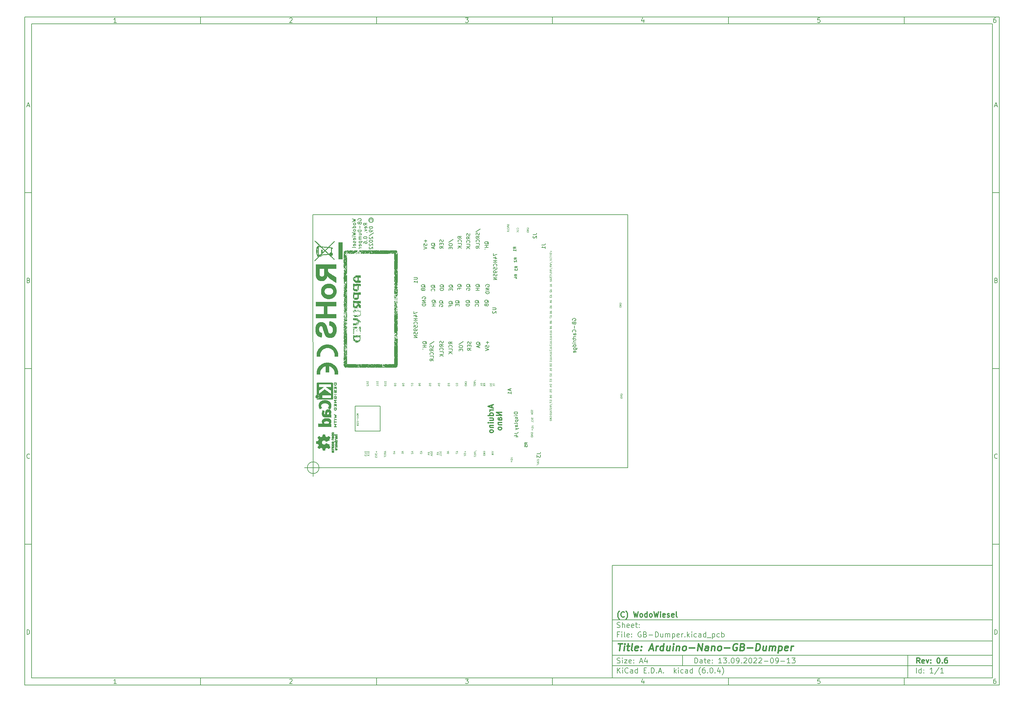
<source format=gbr>
%TF.GenerationSoftware,KiCad,Pcbnew,(6.0.4)*%
%TF.CreationDate,2022-10-03T14:38:53+02:00*%
%TF.ProjectId,GB-Dumper,47422d44-756d-4706-9572-2e6b69636164,0.6*%
%TF.SameCoordinates,PX57bcf00PY83cc3c0*%
%TF.FileFunction,Legend,Bot*%
%TF.FilePolarity,Positive*%
%FSLAX46Y46*%
G04 Gerber Fmt 4.6, Leading zero omitted, Abs format (unit mm)*
G04 Created by KiCad (PCBNEW (6.0.4)) date 2022-10-03 14:38:53*
%MOMM*%
%LPD*%
G01*
G04 APERTURE LIST*
%ADD10C,0.100000*%
%ADD11C,0.150000*%
%ADD12C,0.300000*%
%ADD13C,0.400000*%
%TA.AperFunction,Profile*%
%ADD14C,0.150000*%
%TD*%
%ADD15C,0.125000*%
%ADD16C,0.010000*%
G04 APERTURE END LIST*
D10*
D11*
X85002200Y-27807200D02*
X85002200Y-59807200D01*
X193002200Y-59807200D01*
X193002200Y-27807200D01*
X85002200Y-27807200D01*
D10*
D11*
X-82000000Y128200000D02*
X-82000000Y-61807200D01*
X195002200Y-61807200D01*
X195002200Y128200000D01*
X-82000000Y128200000D01*
D10*
D11*
X-80000000Y126200000D02*
X-80000000Y-59807200D01*
X193002200Y-59807200D01*
X193002200Y126200000D01*
X-80000000Y126200000D01*
D10*
D11*
X-32000000Y126200000D02*
X-32000000Y128200000D01*
D10*
D11*
X18000000Y126200000D02*
X18000000Y128200000D01*
D10*
D11*
X68000000Y126200000D02*
X68000000Y128200000D01*
D10*
D11*
X118000000Y126200000D02*
X118000000Y128200000D01*
D10*
D11*
X168000000Y126200000D02*
X168000000Y128200000D01*
D10*
D11*
X-55934524Y126611905D02*
X-56677381Y126611905D01*
X-56305953Y126611905D02*
X-56305953Y127911905D01*
X-56429762Y127726191D01*
X-56553572Y127602381D01*
X-56677381Y127540477D01*
D10*
D11*
X-6677381Y127788096D02*
X-6615477Y127850000D01*
X-6491667Y127911905D01*
X-6182143Y127911905D01*
X-6058334Y127850000D01*
X-5996429Y127788096D01*
X-5934524Y127664286D01*
X-5934524Y127540477D01*
X-5996429Y127354762D01*
X-6739286Y126611905D01*
X-5934524Y126611905D01*
D10*
D11*
X43260714Y127911905D02*
X44065476Y127911905D01*
X43632142Y127416667D01*
X43817857Y127416667D01*
X43941666Y127354762D01*
X44003571Y127292858D01*
X44065476Y127169048D01*
X44065476Y126859524D01*
X44003571Y126735715D01*
X43941666Y126673810D01*
X43817857Y126611905D01*
X43446428Y126611905D01*
X43322619Y126673810D01*
X43260714Y126735715D01*
D10*
D11*
X93941666Y127478572D02*
X93941666Y126611905D01*
X93632142Y127973810D02*
X93322619Y127045239D01*
X94127380Y127045239D01*
D10*
D11*
X144003571Y127911905D02*
X143384523Y127911905D01*
X143322619Y127292858D01*
X143384523Y127354762D01*
X143508333Y127416667D01*
X143817857Y127416667D01*
X143941666Y127354762D01*
X144003571Y127292858D01*
X144065476Y127169048D01*
X144065476Y126859524D01*
X144003571Y126735715D01*
X143941666Y126673810D01*
X143817857Y126611905D01*
X143508333Y126611905D01*
X143384523Y126673810D01*
X143322619Y126735715D01*
D10*
D11*
X193941666Y127911905D02*
X193694047Y127911905D01*
X193570238Y127850000D01*
X193508333Y127788096D01*
X193384523Y127602381D01*
X193322619Y127354762D01*
X193322619Y126859524D01*
X193384523Y126735715D01*
X193446428Y126673810D01*
X193570238Y126611905D01*
X193817857Y126611905D01*
X193941666Y126673810D01*
X194003571Y126735715D01*
X194065476Y126859524D01*
X194065476Y127169048D01*
X194003571Y127292858D01*
X193941666Y127354762D01*
X193817857Y127416667D01*
X193570238Y127416667D01*
X193446428Y127354762D01*
X193384523Y127292858D01*
X193322619Y127169048D01*
D10*
D11*
X-32000000Y-59807200D02*
X-32000000Y-61807200D01*
D10*
D11*
X18000000Y-59807200D02*
X18000000Y-61807200D01*
D10*
D11*
X68000000Y-59807200D02*
X68000000Y-61807200D01*
D10*
D11*
X118000000Y-59807200D02*
X118000000Y-61807200D01*
D10*
D11*
X168000000Y-59807200D02*
X168000000Y-61807200D01*
D10*
D11*
X-55934524Y-61395295D02*
X-56677381Y-61395295D01*
X-56305953Y-61395295D02*
X-56305953Y-60095295D01*
X-56429762Y-60281009D01*
X-56553572Y-60404819D01*
X-56677381Y-60466723D01*
D10*
D11*
X-6677381Y-60219104D02*
X-6615477Y-60157200D01*
X-6491667Y-60095295D01*
X-6182143Y-60095295D01*
X-6058334Y-60157200D01*
X-5996429Y-60219104D01*
X-5934524Y-60342914D01*
X-5934524Y-60466723D01*
X-5996429Y-60652438D01*
X-6739286Y-61395295D01*
X-5934524Y-61395295D01*
D10*
D11*
X43260714Y-60095295D02*
X44065476Y-60095295D01*
X43632142Y-60590533D01*
X43817857Y-60590533D01*
X43941666Y-60652438D01*
X44003571Y-60714342D01*
X44065476Y-60838152D01*
X44065476Y-61147676D01*
X44003571Y-61271485D01*
X43941666Y-61333390D01*
X43817857Y-61395295D01*
X43446428Y-61395295D01*
X43322619Y-61333390D01*
X43260714Y-61271485D01*
D10*
D11*
X93941666Y-60528628D02*
X93941666Y-61395295D01*
X93632142Y-60033390D02*
X93322619Y-60961961D01*
X94127380Y-60961961D01*
D10*
D11*
X144003571Y-60095295D02*
X143384523Y-60095295D01*
X143322619Y-60714342D01*
X143384523Y-60652438D01*
X143508333Y-60590533D01*
X143817857Y-60590533D01*
X143941666Y-60652438D01*
X144003571Y-60714342D01*
X144065476Y-60838152D01*
X144065476Y-61147676D01*
X144003571Y-61271485D01*
X143941666Y-61333390D01*
X143817857Y-61395295D01*
X143508333Y-61395295D01*
X143384523Y-61333390D01*
X143322619Y-61271485D01*
D10*
D11*
X193941666Y-60095295D02*
X193694047Y-60095295D01*
X193570238Y-60157200D01*
X193508333Y-60219104D01*
X193384523Y-60404819D01*
X193322619Y-60652438D01*
X193322619Y-61147676D01*
X193384523Y-61271485D01*
X193446428Y-61333390D01*
X193570238Y-61395295D01*
X193817857Y-61395295D01*
X193941666Y-61333390D01*
X194003571Y-61271485D01*
X194065476Y-61147676D01*
X194065476Y-60838152D01*
X194003571Y-60714342D01*
X193941666Y-60652438D01*
X193817857Y-60590533D01*
X193570238Y-60590533D01*
X193446428Y-60652438D01*
X193384523Y-60714342D01*
X193322619Y-60838152D01*
D10*
D11*
X-82000000Y78200000D02*
X-80000000Y78200000D01*
D10*
D11*
X-82000000Y28200000D02*
X-80000000Y28200000D01*
D10*
D11*
X-82000000Y-21800000D02*
X-80000000Y-21800000D01*
D10*
D11*
X-81309524Y102983334D02*
X-80690477Y102983334D01*
X-81433334Y102611905D02*
X-81000000Y103911905D01*
X-80566667Y102611905D01*
D10*
D11*
X-80907143Y53292858D02*
X-80721429Y53230953D01*
X-80659524Y53169048D01*
X-80597620Y53045239D01*
X-80597620Y52859524D01*
X-80659524Y52735715D01*
X-80721429Y52673810D01*
X-80845239Y52611905D01*
X-81340477Y52611905D01*
X-81340477Y53911905D01*
X-80907143Y53911905D01*
X-80783334Y53850000D01*
X-80721429Y53788096D01*
X-80659524Y53664286D01*
X-80659524Y53540477D01*
X-80721429Y53416667D01*
X-80783334Y53354762D01*
X-80907143Y53292858D01*
X-81340477Y53292858D01*
D10*
D11*
X-80597620Y2735715D02*
X-80659524Y2673810D01*
X-80845239Y2611905D01*
X-80969048Y2611905D01*
X-81154762Y2673810D01*
X-81278572Y2797620D01*
X-81340477Y2921429D01*
X-81402381Y3169048D01*
X-81402381Y3354762D01*
X-81340477Y3602381D01*
X-81278572Y3726191D01*
X-81154762Y3850000D01*
X-80969048Y3911905D01*
X-80845239Y3911905D01*
X-80659524Y3850000D01*
X-80597620Y3788096D01*
D10*
D11*
X-81340477Y-47388095D02*
X-81340477Y-46088095D01*
X-81030953Y-46088095D01*
X-80845239Y-46150000D01*
X-80721429Y-46273809D01*
X-80659524Y-46397619D01*
X-80597620Y-46645238D01*
X-80597620Y-46830952D01*
X-80659524Y-47078571D01*
X-80721429Y-47202380D01*
X-80845239Y-47326190D01*
X-81030953Y-47388095D01*
X-81340477Y-47388095D01*
D10*
D11*
X195002200Y78200000D02*
X193002200Y78200000D01*
D10*
D11*
X195002200Y28200000D02*
X193002200Y28200000D01*
D10*
D11*
X195002200Y-21800000D02*
X193002200Y-21800000D01*
D10*
D11*
X193692676Y102983334D02*
X194311723Y102983334D01*
X193568866Y102611905D02*
X194002200Y103911905D01*
X194435533Y102611905D01*
D10*
D11*
X194095057Y53292858D02*
X194280771Y53230953D01*
X194342676Y53169048D01*
X194404580Y53045239D01*
X194404580Y52859524D01*
X194342676Y52735715D01*
X194280771Y52673810D01*
X194156961Y52611905D01*
X193661723Y52611905D01*
X193661723Y53911905D01*
X194095057Y53911905D01*
X194218866Y53850000D01*
X194280771Y53788096D01*
X194342676Y53664286D01*
X194342676Y53540477D01*
X194280771Y53416667D01*
X194218866Y53354762D01*
X194095057Y53292858D01*
X193661723Y53292858D01*
D10*
D11*
X194404580Y2735715D02*
X194342676Y2673810D01*
X194156961Y2611905D01*
X194033152Y2611905D01*
X193847438Y2673810D01*
X193723628Y2797620D01*
X193661723Y2921429D01*
X193599819Y3169048D01*
X193599819Y3354762D01*
X193661723Y3602381D01*
X193723628Y3726191D01*
X193847438Y3850000D01*
X194033152Y3911905D01*
X194156961Y3911905D01*
X194342676Y3850000D01*
X194404580Y3788096D01*
D10*
D11*
X193661723Y-47388095D02*
X193661723Y-46088095D01*
X193971247Y-46088095D01*
X194156961Y-46150000D01*
X194280771Y-46273809D01*
X194342676Y-46397619D01*
X194404580Y-46645238D01*
X194404580Y-46830952D01*
X194342676Y-47078571D01*
X194280771Y-47202380D01*
X194156961Y-47326190D01*
X193971247Y-47388095D01*
X193661723Y-47388095D01*
D10*
D11*
X108434342Y-55585771D02*
X108434342Y-54085771D01*
X108791485Y-54085771D01*
X109005771Y-54157200D01*
X109148628Y-54300057D01*
X109220057Y-54442914D01*
X109291485Y-54728628D01*
X109291485Y-54942914D01*
X109220057Y-55228628D01*
X109148628Y-55371485D01*
X109005771Y-55514342D01*
X108791485Y-55585771D01*
X108434342Y-55585771D01*
X110577200Y-55585771D02*
X110577200Y-54800057D01*
X110505771Y-54657200D01*
X110362914Y-54585771D01*
X110077200Y-54585771D01*
X109934342Y-54657200D01*
X110577200Y-55514342D02*
X110434342Y-55585771D01*
X110077200Y-55585771D01*
X109934342Y-55514342D01*
X109862914Y-55371485D01*
X109862914Y-55228628D01*
X109934342Y-55085771D01*
X110077200Y-55014342D01*
X110434342Y-55014342D01*
X110577200Y-54942914D01*
X111077200Y-54585771D02*
X111648628Y-54585771D01*
X111291485Y-54085771D02*
X111291485Y-55371485D01*
X111362914Y-55514342D01*
X111505771Y-55585771D01*
X111648628Y-55585771D01*
X112720057Y-55514342D02*
X112577200Y-55585771D01*
X112291485Y-55585771D01*
X112148628Y-55514342D01*
X112077200Y-55371485D01*
X112077200Y-54800057D01*
X112148628Y-54657200D01*
X112291485Y-54585771D01*
X112577200Y-54585771D01*
X112720057Y-54657200D01*
X112791485Y-54800057D01*
X112791485Y-54942914D01*
X112077200Y-55085771D01*
X113434342Y-55442914D02*
X113505771Y-55514342D01*
X113434342Y-55585771D01*
X113362914Y-55514342D01*
X113434342Y-55442914D01*
X113434342Y-55585771D01*
X113434342Y-54657200D02*
X113505771Y-54728628D01*
X113434342Y-54800057D01*
X113362914Y-54728628D01*
X113434342Y-54657200D01*
X113434342Y-54800057D01*
X116077200Y-55585771D02*
X115220057Y-55585771D01*
X115648628Y-55585771D02*
X115648628Y-54085771D01*
X115505771Y-54300057D01*
X115362914Y-54442914D01*
X115220057Y-54514342D01*
X116577200Y-54085771D02*
X117505771Y-54085771D01*
X117005771Y-54657200D01*
X117220057Y-54657200D01*
X117362914Y-54728628D01*
X117434342Y-54800057D01*
X117505771Y-54942914D01*
X117505771Y-55300057D01*
X117434342Y-55442914D01*
X117362914Y-55514342D01*
X117220057Y-55585771D01*
X116791485Y-55585771D01*
X116648628Y-55514342D01*
X116577200Y-55442914D01*
X118148628Y-55442914D02*
X118220057Y-55514342D01*
X118148628Y-55585771D01*
X118077200Y-55514342D01*
X118148628Y-55442914D01*
X118148628Y-55585771D01*
X119148628Y-54085771D02*
X119291485Y-54085771D01*
X119434342Y-54157200D01*
X119505771Y-54228628D01*
X119577200Y-54371485D01*
X119648628Y-54657200D01*
X119648628Y-55014342D01*
X119577200Y-55300057D01*
X119505771Y-55442914D01*
X119434342Y-55514342D01*
X119291485Y-55585771D01*
X119148628Y-55585771D01*
X119005771Y-55514342D01*
X118934342Y-55442914D01*
X118862914Y-55300057D01*
X118791485Y-55014342D01*
X118791485Y-54657200D01*
X118862914Y-54371485D01*
X118934342Y-54228628D01*
X119005771Y-54157200D01*
X119148628Y-54085771D01*
X120362914Y-55585771D02*
X120648628Y-55585771D01*
X120791485Y-55514342D01*
X120862914Y-55442914D01*
X121005771Y-55228628D01*
X121077200Y-54942914D01*
X121077200Y-54371485D01*
X121005771Y-54228628D01*
X120934342Y-54157200D01*
X120791485Y-54085771D01*
X120505771Y-54085771D01*
X120362914Y-54157200D01*
X120291485Y-54228628D01*
X120220057Y-54371485D01*
X120220057Y-54728628D01*
X120291485Y-54871485D01*
X120362914Y-54942914D01*
X120505771Y-55014342D01*
X120791485Y-55014342D01*
X120934342Y-54942914D01*
X121005771Y-54871485D01*
X121077200Y-54728628D01*
X121720057Y-55442914D02*
X121791485Y-55514342D01*
X121720057Y-55585771D01*
X121648628Y-55514342D01*
X121720057Y-55442914D01*
X121720057Y-55585771D01*
X122362914Y-54228628D02*
X122434342Y-54157200D01*
X122577200Y-54085771D01*
X122934342Y-54085771D01*
X123077200Y-54157200D01*
X123148628Y-54228628D01*
X123220057Y-54371485D01*
X123220057Y-54514342D01*
X123148628Y-54728628D01*
X122291485Y-55585771D01*
X123220057Y-55585771D01*
X124148628Y-54085771D02*
X124291485Y-54085771D01*
X124434342Y-54157200D01*
X124505771Y-54228628D01*
X124577200Y-54371485D01*
X124648628Y-54657200D01*
X124648628Y-55014342D01*
X124577200Y-55300057D01*
X124505771Y-55442914D01*
X124434342Y-55514342D01*
X124291485Y-55585771D01*
X124148628Y-55585771D01*
X124005771Y-55514342D01*
X123934342Y-55442914D01*
X123862914Y-55300057D01*
X123791485Y-55014342D01*
X123791485Y-54657200D01*
X123862914Y-54371485D01*
X123934342Y-54228628D01*
X124005771Y-54157200D01*
X124148628Y-54085771D01*
X125220057Y-54228628D02*
X125291485Y-54157200D01*
X125434342Y-54085771D01*
X125791485Y-54085771D01*
X125934342Y-54157200D01*
X126005771Y-54228628D01*
X126077200Y-54371485D01*
X126077200Y-54514342D01*
X126005771Y-54728628D01*
X125148628Y-55585771D01*
X126077200Y-55585771D01*
X126648628Y-54228628D02*
X126720057Y-54157200D01*
X126862914Y-54085771D01*
X127220057Y-54085771D01*
X127362914Y-54157200D01*
X127434342Y-54228628D01*
X127505771Y-54371485D01*
X127505771Y-54514342D01*
X127434342Y-54728628D01*
X126577200Y-55585771D01*
X127505771Y-55585771D01*
X128148628Y-55014342D02*
X129291485Y-55014342D01*
X130291485Y-54085771D02*
X130434342Y-54085771D01*
X130577200Y-54157200D01*
X130648628Y-54228628D01*
X130720057Y-54371485D01*
X130791485Y-54657200D01*
X130791485Y-55014342D01*
X130720057Y-55300057D01*
X130648628Y-55442914D01*
X130577200Y-55514342D01*
X130434342Y-55585771D01*
X130291485Y-55585771D01*
X130148628Y-55514342D01*
X130077200Y-55442914D01*
X130005771Y-55300057D01*
X129934342Y-55014342D01*
X129934342Y-54657200D01*
X130005771Y-54371485D01*
X130077200Y-54228628D01*
X130148628Y-54157200D01*
X130291485Y-54085771D01*
X131505771Y-55585771D02*
X131791485Y-55585771D01*
X131934342Y-55514342D01*
X132005771Y-55442914D01*
X132148628Y-55228628D01*
X132220057Y-54942914D01*
X132220057Y-54371485D01*
X132148628Y-54228628D01*
X132077200Y-54157200D01*
X131934342Y-54085771D01*
X131648628Y-54085771D01*
X131505771Y-54157200D01*
X131434342Y-54228628D01*
X131362914Y-54371485D01*
X131362914Y-54728628D01*
X131434342Y-54871485D01*
X131505771Y-54942914D01*
X131648628Y-55014342D01*
X131934342Y-55014342D01*
X132077200Y-54942914D01*
X132148628Y-54871485D01*
X132220057Y-54728628D01*
X132862914Y-55014342D02*
X134005771Y-55014342D01*
X135505771Y-55585771D02*
X134648628Y-55585771D01*
X135077200Y-55585771D02*
X135077200Y-54085771D01*
X134934342Y-54300057D01*
X134791485Y-54442914D01*
X134648628Y-54514342D01*
X136005771Y-54085771D02*
X136934342Y-54085771D01*
X136434342Y-54657200D01*
X136648628Y-54657200D01*
X136791485Y-54728628D01*
X136862914Y-54800057D01*
X136934342Y-54942914D01*
X136934342Y-55300057D01*
X136862914Y-55442914D01*
X136791485Y-55514342D01*
X136648628Y-55585771D01*
X136220057Y-55585771D01*
X136077200Y-55514342D01*
X136005771Y-55442914D01*
D10*
D11*
X85002200Y-56307200D02*
X193002200Y-56307200D01*
D10*
D11*
X86434342Y-58385771D02*
X86434342Y-56885771D01*
X87291485Y-58385771D02*
X86648628Y-57528628D01*
X87291485Y-56885771D02*
X86434342Y-57742914D01*
X87934342Y-58385771D02*
X87934342Y-57385771D01*
X87934342Y-56885771D02*
X87862914Y-56957200D01*
X87934342Y-57028628D01*
X88005771Y-56957200D01*
X87934342Y-56885771D01*
X87934342Y-57028628D01*
X89505771Y-58242914D02*
X89434342Y-58314342D01*
X89220057Y-58385771D01*
X89077200Y-58385771D01*
X88862914Y-58314342D01*
X88720057Y-58171485D01*
X88648628Y-58028628D01*
X88577200Y-57742914D01*
X88577200Y-57528628D01*
X88648628Y-57242914D01*
X88720057Y-57100057D01*
X88862914Y-56957200D01*
X89077200Y-56885771D01*
X89220057Y-56885771D01*
X89434342Y-56957200D01*
X89505771Y-57028628D01*
X90791485Y-58385771D02*
X90791485Y-57600057D01*
X90720057Y-57457200D01*
X90577200Y-57385771D01*
X90291485Y-57385771D01*
X90148628Y-57457200D01*
X90791485Y-58314342D02*
X90648628Y-58385771D01*
X90291485Y-58385771D01*
X90148628Y-58314342D01*
X90077200Y-58171485D01*
X90077200Y-58028628D01*
X90148628Y-57885771D01*
X90291485Y-57814342D01*
X90648628Y-57814342D01*
X90791485Y-57742914D01*
X92148628Y-58385771D02*
X92148628Y-56885771D01*
X92148628Y-58314342D02*
X92005771Y-58385771D01*
X91720057Y-58385771D01*
X91577200Y-58314342D01*
X91505771Y-58242914D01*
X91434342Y-58100057D01*
X91434342Y-57671485D01*
X91505771Y-57528628D01*
X91577200Y-57457200D01*
X91720057Y-57385771D01*
X92005771Y-57385771D01*
X92148628Y-57457200D01*
X94005771Y-57600057D02*
X94505771Y-57600057D01*
X94720057Y-58385771D02*
X94005771Y-58385771D01*
X94005771Y-56885771D01*
X94720057Y-56885771D01*
X95362914Y-58242914D02*
X95434342Y-58314342D01*
X95362914Y-58385771D01*
X95291485Y-58314342D01*
X95362914Y-58242914D01*
X95362914Y-58385771D01*
X96077200Y-58385771D02*
X96077200Y-56885771D01*
X96434342Y-56885771D01*
X96648628Y-56957200D01*
X96791485Y-57100057D01*
X96862914Y-57242914D01*
X96934342Y-57528628D01*
X96934342Y-57742914D01*
X96862914Y-58028628D01*
X96791485Y-58171485D01*
X96648628Y-58314342D01*
X96434342Y-58385771D01*
X96077200Y-58385771D01*
X97577200Y-58242914D02*
X97648628Y-58314342D01*
X97577200Y-58385771D01*
X97505771Y-58314342D01*
X97577200Y-58242914D01*
X97577200Y-58385771D01*
X98220057Y-57957200D02*
X98934342Y-57957200D01*
X98077200Y-58385771D02*
X98577200Y-56885771D01*
X99077200Y-58385771D01*
X99577200Y-58242914D02*
X99648628Y-58314342D01*
X99577200Y-58385771D01*
X99505771Y-58314342D01*
X99577200Y-58242914D01*
X99577200Y-58385771D01*
X102577200Y-58385771D02*
X102577200Y-56885771D01*
X102720057Y-57814342D02*
X103148628Y-58385771D01*
X103148628Y-57385771D02*
X102577200Y-57957200D01*
X103791485Y-58385771D02*
X103791485Y-57385771D01*
X103791485Y-56885771D02*
X103720057Y-56957200D01*
X103791485Y-57028628D01*
X103862914Y-56957200D01*
X103791485Y-56885771D01*
X103791485Y-57028628D01*
X105148628Y-58314342D02*
X105005771Y-58385771D01*
X104720057Y-58385771D01*
X104577200Y-58314342D01*
X104505771Y-58242914D01*
X104434342Y-58100057D01*
X104434342Y-57671485D01*
X104505771Y-57528628D01*
X104577200Y-57457200D01*
X104720057Y-57385771D01*
X105005771Y-57385771D01*
X105148628Y-57457200D01*
X106434342Y-58385771D02*
X106434342Y-57600057D01*
X106362914Y-57457200D01*
X106220057Y-57385771D01*
X105934342Y-57385771D01*
X105791485Y-57457200D01*
X106434342Y-58314342D02*
X106291485Y-58385771D01*
X105934342Y-58385771D01*
X105791485Y-58314342D01*
X105720057Y-58171485D01*
X105720057Y-58028628D01*
X105791485Y-57885771D01*
X105934342Y-57814342D01*
X106291485Y-57814342D01*
X106434342Y-57742914D01*
X107791485Y-58385771D02*
X107791485Y-56885771D01*
X107791485Y-58314342D02*
X107648628Y-58385771D01*
X107362914Y-58385771D01*
X107220057Y-58314342D01*
X107148628Y-58242914D01*
X107077200Y-58100057D01*
X107077200Y-57671485D01*
X107148628Y-57528628D01*
X107220057Y-57457200D01*
X107362914Y-57385771D01*
X107648628Y-57385771D01*
X107791485Y-57457200D01*
X110077200Y-58957200D02*
X110005771Y-58885771D01*
X109862914Y-58671485D01*
X109791485Y-58528628D01*
X109720057Y-58314342D01*
X109648628Y-57957200D01*
X109648628Y-57671485D01*
X109720057Y-57314342D01*
X109791485Y-57100057D01*
X109862914Y-56957200D01*
X110005771Y-56742914D01*
X110077200Y-56671485D01*
X111291485Y-56885771D02*
X111005771Y-56885771D01*
X110862914Y-56957200D01*
X110791485Y-57028628D01*
X110648628Y-57242914D01*
X110577200Y-57528628D01*
X110577200Y-58100057D01*
X110648628Y-58242914D01*
X110720057Y-58314342D01*
X110862914Y-58385771D01*
X111148628Y-58385771D01*
X111291485Y-58314342D01*
X111362914Y-58242914D01*
X111434342Y-58100057D01*
X111434342Y-57742914D01*
X111362914Y-57600057D01*
X111291485Y-57528628D01*
X111148628Y-57457200D01*
X110862914Y-57457200D01*
X110720057Y-57528628D01*
X110648628Y-57600057D01*
X110577200Y-57742914D01*
X112077200Y-58242914D02*
X112148628Y-58314342D01*
X112077200Y-58385771D01*
X112005771Y-58314342D01*
X112077200Y-58242914D01*
X112077200Y-58385771D01*
X113077200Y-56885771D02*
X113220057Y-56885771D01*
X113362914Y-56957200D01*
X113434342Y-57028628D01*
X113505771Y-57171485D01*
X113577200Y-57457200D01*
X113577200Y-57814342D01*
X113505771Y-58100057D01*
X113434342Y-58242914D01*
X113362914Y-58314342D01*
X113220057Y-58385771D01*
X113077200Y-58385771D01*
X112934342Y-58314342D01*
X112862914Y-58242914D01*
X112791485Y-58100057D01*
X112720057Y-57814342D01*
X112720057Y-57457200D01*
X112791485Y-57171485D01*
X112862914Y-57028628D01*
X112934342Y-56957200D01*
X113077200Y-56885771D01*
X114220057Y-58242914D02*
X114291485Y-58314342D01*
X114220057Y-58385771D01*
X114148628Y-58314342D01*
X114220057Y-58242914D01*
X114220057Y-58385771D01*
X115577200Y-57385771D02*
X115577200Y-58385771D01*
X115220057Y-56814342D02*
X114862914Y-57885771D01*
X115791485Y-57885771D01*
X116220057Y-58957200D02*
X116291485Y-58885771D01*
X116434342Y-58671485D01*
X116505771Y-58528628D01*
X116577200Y-58314342D01*
X116648628Y-57957200D01*
X116648628Y-57671485D01*
X116577200Y-57314342D01*
X116505771Y-57100057D01*
X116434342Y-56957200D01*
X116291485Y-56742914D01*
X116220057Y-56671485D01*
D10*
D11*
X85002200Y-53307200D02*
X193002200Y-53307200D01*
D10*
D12*
X172411485Y-55585771D02*
X171911485Y-54871485D01*
X171554342Y-55585771D02*
X171554342Y-54085771D01*
X172125771Y-54085771D01*
X172268628Y-54157200D01*
X172340057Y-54228628D01*
X172411485Y-54371485D01*
X172411485Y-54585771D01*
X172340057Y-54728628D01*
X172268628Y-54800057D01*
X172125771Y-54871485D01*
X171554342Y-54871485D01*
X173625771Y-55514342D02*
X173482914Y-55585771D01*
X173197200Y-55585771D01*
X173054342Y-55514342D01*
X172982914Y-55371485D01*
X172982914Y-54800057D01*
X173054342Y-54657200D01*
X173197200Y-54585771D01*
X173482914Y-54585771D01*
X173625771Y-54657200D01*
X173697200Y-54800057D01*
X173697200Y-54942914D01*
X172982914Y-55085771D01*
X174197200Y-54585771D02*
X174554342Y-55585771D01*
X174911485Y-54585771D01*
X175482914Y-55442914D02*
X175554342Y-55514342D01*
X175482914Y-55585771D01*
X175411485Y-55514342D01*
X175482914Y-55442914D01*
X175482914Y-55585771D01*
X175482914Y-54657200D02*
X175554342Y-54728628D01*
X175482914Y-54800057D01*
X175411485Y-54728628D01*
X175482914Y-54657200D01*
X175482914Y-54800057D01*
X177625771Y-54085771D02*
X177768628Y-54085771D01*
X177911485Y-54157200D01*
X177982914Y-54228628D01*
X178054342Y-54371485D01*
X178125771Y-54657200D01*
X178125771Y-55014342D01*
X178054342Y-55300057D01*
X177982914Y-55442914D01*
X177911485Y-55514342D01*
X177768628Y-55585771D01*
X177625771Y-55585771D01*
X177482914Y-55514342D01*
X177411485Y-55442914D01*
X177340057Y-55300057D01*
X177268628Y-55014342D01*
X177268628Y-54657200D01*
X177340057Y-54371485D01*
X177411485Y-54228628D01*
X177482914Y-54157200D01*
X177625771Y-54085771D01*
X178768628Y-55442914D02*
X178840057Y-55514342D01*
X178768628Y-55585771D01*
X178697200Y-55514342D01*
X178768628Y-55442914D01*
X178768628Y-55585771D01*
X180125771Y-54085771D02*
X179840057Y-54085771D01*
X179697200Y-54157200D01*
X179625771Y-54228628D01*
X179482914Y-54442914D01*
X179411485Y-54728628D01*
X179411485Y-55300057D01*
X179482914Y-55442914D01*
X179554342Y-55514342D01*
X179697200Y-55585771D01*
X179982914Y-55585771D01*
X180125771Y-55514342D01*
X180197200Y-55442914D01*
X180268628Y-55300057D01*
X180268628Y-54942914D01*
X180197200Y-54800057D01*
X180125771Y-54728628D01*
X179982914Y-54657200D01*
X179697200Y-54657200D01*
X179554342Y-54728628D01*
X179482914Y-54800057D01*
X179411485Y-54942914D01*
D10*
D11*
X86362914Y-55514342D02*
X86577200Y-55585771D01*
X86934342Y-55585771D01*
X87077200Y-55514342D01*
X87148628Y-55442914D01*
X87220057Y-55300057D01*
X87220057Y-55157200D01*
X87148628Y-55014342D01*
X87077200Y-54942914D01*
X86934342Y-54871485D01*
X86648628Y-54800057D01*
X86505771Y-54728628D01*
X86434342Y-54657200D01*
X86362914Y-54514342D01*
X86362914Y-54371485D01*
X86434342Y-54228628D01*
X86505771Y-54157200D01*
X86648628Y-54085771D01*
X87005771Y-54085771D01*
X87220057Y-54157200D01*
X87862914Y-55585771D02*
X87862914Y-54585771D01*
X87862914Y-54085771D02*
X87791485Y-54157200D01*
X87862914Y-54228628D01*
X87934342Y-54157200D01*
X87862914Y-54085771D01*
X87862914Y-54228628D01*
X88434342Y-54585771D02*
X89220057Y-54585771D01*
X88434342Y-55585771D01*
X89220057Y-55585771D01*
X90362914Y-55514342D02*
X90220057Y-55585771D01*
X89934342Y-55585771D01*
X89791485Y-55514342D01*
X89720057Y-55371485D01*
X89720057Y-54800057D01*
X89791485Y-54657200D01*
X89934342Y-54585771D01*
X90220057Y-54585771D01*
X90362914Y-54657200D01*
X90434342Y-54800057D01*
X90434342Y-54942914D01*
X89720057Y-55085771D01*
X91077200Y-55442914D02*
X91148628Y-55514342D01*
X91077200Y-55585771D01*
X91005771Y-55514342D01*
X91077200Y-55442914D01*
X91077200Y-55585771D01*
X91077200Y-54657200D02*
X91148628Y-54728628D01*
X91077200Y-54800057D01*
X91005771Y-54728628D01*
X91077200Y-54657200D01*
X91077200Y-54800057D01*
X92862914Y-55157200D02*
X93577200Y-55157200D01*
X92720057Y-55585771D02*
X93220057Y-54085771D01*
X93720057Y-55585771D01*
X94862914Y-54585771D02*
X94862914Y-55585771D01*
X94505771Y-54014342D02*
X94148628Y-55085771D01*
X95077200Y-55085771D01*
D10*
D11*
X171434342Y-58385771D02*
X171434342Y-56885771D01*
X172791485Y-58385771D02*
X172791485Y-56885771D01*
X172791485Y-58314342D02*
X172648628Y-58385771D01*
X172362914Y-58385771D01*
X172220057Y-58314342D01*
X172148628Y-58242914D01*
X172077200Y-58100057D01*
X172077200Y-57671485D01*
X172148628Y-57528628D01*
X172220057Y-57457200D01*
X172362914Y-57385771D01*
X172648628Y-57385771D01*
X172791485Y-57457200D01*
X173505771Y-58242914D02*
X173577200Y-58314342D01*
X173505771Y-58385771D01*
X173434342Y-58314342D01*
X173505771Y-58242914D01*
X173505771Y-58385771D01*
X173505771Y-57457200D02*
X173577200Y-57528628D01*
X173505771Y-57600057D01*
X173434342Y-57528628D01*
X173505771Y-57457200D01*
X173505771Y-57600057D01*
X176148628Y-58385771D02*
X175291485Y-58385771D01*
X175720057Y-58385771D02*
X175720057Y-56885771D01*
X175577200Y-57100057D01*
X175434342Y-57242914D01*
X175291485Y-57314342D01*
X177862914Y-56814342D02*
X176577200Y-58742914D01*
X179148628Y-58385771D02*
X178291485Y-58385771D01*
X178720057Y-58385771D02*
X178720057Y-56885771D01*
X178577200Y-57100057D01*
X178434342Y-57242914D01*
X178291485Y-57314342D01*
D10*
D11*
X85002200Y-49307200D02*
X193002200Y-49307200D01*
D10*
D13*
X86714580Y-50011961D02*
X87857438Y-50011961D01*
X87036009Y-52011961D02*
X87286009Y-50011961D01*
X88274104Y-52011961D02*
X88440771Y-50678628D01*
X88524104Y-50011961D02*
X88416961Y-50107200D01*
X88500295Y-50202438D01*
X88607438Y-50107200D01*
X88524104Y-50011961D01*
X88500295Y-50202438D01*
X89107438Y-50678628D02*
X89869342Y-50678628D01*
X89476485Y-50011961D02*
X89262200Y-51726247D01*
X89333628Y-51916723D01*
X89512200Y-52011961D01*
X89702676Y-52011961D01*
X90655057Y-52011961D02*
X90476485Y-51916723D01*
X90405057Y-51726247D01*
X90619342Y-50011961D01*
X92190771Y-51916723D02*
X91988390Y-52011961D01*
X91607438Y-52011961D01*
X91428866Y-51916723D01*
X91357438Y-51726247D01*
X91452676Y-50964342D01*
X91571723Y-50773866D01*
X91774104Y-50678628D01*
X92155057Y-50678628D01*
X92333628Y-50773866D01*
X92405057Y-50964342D01*
X92381247Y-51154819D01*
X91405057Y-51345295D01*
X93155057Y-51821485D02*
X93238390Y-51916723D01*
X93131247Y-52011961D01*
X93047914Y-51916723D01*
X93155057Y-51821485D01*
X93131247Y-52011961D01*
X93286009Y-50773866D02*
X93369342Y-50869104D01*
X93262200Y-50964342D01*
X93178866Y-50869104D01*
X93286009Y-50773866D01*
X93262200Y-50964342D01*
X95583628Y-51440533D02*
X96536009Y-51440533D01*
X95321723Y-52011961D02*
X96238390Y-50011961D01*
X96655057Y-52011961D01*
X97321723Y-52011961D02*
X97488390Y-50678628D01*
X97440771Y-51059580D02*
X97559819Y-50869104D01*
X97666961Y-50773866D01*
X97869342Y-50678628D01*
X98059819Y-50678628D01*
X99416961Y-52011961D02*
X99666961Y-50011961D01*
X99428866Y-51916723D02*
X99226485Y-52011961D01*
X98845533Y-52011961D01*
X98666961Y-51916723D01*
X98583628Y-51821485D01*
X98512200Y-51631009D01*
X98583628Y-51059580D01*
X98702676Y-50869104D01*
X98809819Y-50773866D01*
X99012200Y-50678628D01*
X99393152Y-50678628D01*
X99571723Y-50773866D01*
X101393152Y-50678628D02*
X101226485Y-52011961D01*
X100536009Y-50678628D02*
X100405057Y-51726247D01*
X100476485Y-51916723D01*
X100655057Y-52011961D01*
X100940771Y-52011961D01*
X101143152Y-51916723D01*
X101250295Y-51821485D01*
X102178866Y-52011961D02*
X102345533Y-50678628D01*
X102428866Y-50011961D02*
X102321723Y-50107200D01*
X102405057Y-50202438D01*
X102512200Y-50107200D01*
X102428866Y-50011961D01*
X102405057Y-50202438D01*
X103297914Y-50678628D02*
X103131247Y-52011961D01*
X103274104Y-50869104D02*
X103381247Y-50773866D01*
X103583628Y-50678628D01*
X103869342Y-50678628D01*
X104047914Y-50773866D01*
X104119342Y-50964342D01*
X103988390Y-52011961D01*
X105226485Y-52011961D02*
X105047914Y-51916723D01*
X104964580Y-51821485D01*
X104893152Y-51631009D01*
X104964580Y-51059580D01*
X105083628Y-50869104D01*
X105190771Y-50773866D01*
X105393152Y-50678628D01*
X105678866Y-50678628D01*
X105857438Y-50773866D01*
X105940771Y-50869104D01*
X106012200Y-51059580D01*
X105940771Y-51631009D01*
X105821723Y-51821485D01*
X105714580Y-51916723D01*
X105512200Y-52011961D01*
X105226485Y-52011961D01*
X106845533Y-51250057D02*
X108369342Y-51250057D01*
X109226485Y-52011961D02*
X109476485Y-50011961D01*
X110369342Y-52011961D01*
X110619342Y-50011961D01*
X112178866Y-52011961D02*
X112309819Y-50964342D01*
X112238390Y-50773866D01*
X112059819Y-50678628D01*
X111678866Y-50678628D01*
X111476485Y-50773866D01*
X112190771Y-51916723D02*
X111988390Y-52011961D01*
X111512200Y-52011961D01*
X111333628Y-51916723D01*
X111262200Y-51726247D01*
X111286009Y-51535771D01*
X111405057Y-51345295D01*
X111607438Y-51250057D01*
X112083628Y-51250057D01*
X112286009Y-51154819D01*
X113297914Y-50678628D02*
X113131247Y-52011961D01*
X113274104Y-50869104D02*
X113381247Y-50773866D01*
X113583628Y-50678628D01*
X113869342Y-50678628D01*
X114047914Y-50773866D01*
X114119342Y-50964342D01*
X113988390Y-52011961D01*
X115226485Y-52011961D02*
X115047914Y-51916723D01*
X114964580Y-51821485D01*
X114893152Y-51631009D01*
X114964580Y-51059580D01*
X115083628Y-50869104D01*
X115190771Y-50773866D01*
X115393152Y-50678628D01*
X115678866Y-50678628D01*
X115857438Y-50773866D01*
X115940771Y-50869104D01*
X116012200Y-51059580D01*
X115940771Y-51631009D01*
X115821723Y-51821485D01*
X115714580Y-51916723D01*
X115512200Y-52011961D01*
X115226485Y-52011961D01*
X116845533Y-51250057D02*
X118369342Y-51250057D01*
X120512200Y-50107200D02*
X120333628Y-50011961D01*
X120047914Y-50011961D01*
X119750295Y-50107200D01*
X119536009Y-50297676D01*
X119416961Y-50488152D01*
X119274104Y-50869104D01*
X119238390Y-51154819D01*
X119286009Y-51535771D01*
X119357438Y-51726247D01*
X119524104Y-51916723D01*
X119797914Y-52011961D01*
X119988390Y-52011961D01*
X120286009Y-51916723D01*
X120393152Y-51821485D01*
X120476485Y-51154819D01*
X120095533Y-51154819D01*
X122024104Y-50964342D02*
X122297914Y-51059580D01*
X122381247Y-51154819D01*
X122452676Y-51345295D01*
X122416961Y-51631009D01*
X122297914Y-51821485D01*
X122190771Y-51916723D01*
X121988390Y-52011961D01*
X121226485Y-52011961D01*
X121476485Y-50011961D01*
X122143152Y-50011961D01*
X122321723Y-50107200D01*
X122405057Y-50202438D01*
X122476485Y-50392914D01*
X122452676Y-50583390D01*
X122333628Y-50773866D01*
X122226485Y-50869104D01*
X122024104Y-50964342D01*
X121357438Y-50964342D01*
X123321723Y-51250057D02*
X124845533Y-51250057D01*
X125702676Y-52011961D02*
X125952676Y-50011961D01*
X126428866Y-50011961D01*
X126702676Y-50107200D01*
X126869342Y-50297676D01*
X126940771Y-50488152D01*
X126988390Y-50869104D01*
X126952676Y-51154819D01*
X126809819Y-51535771D01*
X126690771Y-51726247D01*
X126476485Y-51916723D01*
X126178866Y-52011961D01*
X125702676Y-52011961D01*
X128726485Y-50678628D02*
X128559819Y-52011961D01*
X127869342Y-50678628D02*
X127738390Y-51726247D01*
X127809819Y-51916723D01*
X127988390Y-52011961D01*
X128274104Y-52011961D01*
X128476485Y-51916723D01*
X128583628Y-51821485D01*
X129512200Y-52011961D02*
X129678866Y-50678628D01*
X129655057Y-50869104D02*
X129762200Y-50773866D01*
X129964580Y-50678628D01*
X130250295Y-50678628D01*
X130428866Y-50773866D01*
X130500295Y-50964342D01*
X130369342Y-52011961D01*
X130500295Y-50964342D02*
X130619342Y-50773866D01*
X130821723Y-50678628D01*
X131107438Y-50678628D01*
X131286009Y-50773866D01*
X131357438Y-50964342D01*
X131226485Y-52011961D01*
X132345533Y-50678628D02*
X132095533Y-52678628D01*
X132333628Y-50773866D02*
X132536009Y-50678628D01*
X132916961Y-50678628D01*
X133095533Y-50773866D01*
X133178866Y-50869104D01*
X133250295Y-51059580D01*
X133178866Y-51631009D01*
X133059819Y-51821485D01*
X132952676Y-51916723D01*
X132750295Y-52011961D01*
X132369342Y-52011961D01*
X132190771Y-51916723D01*
X134762200Y-51916723D02*
X134559819Y-52011961D01*
X134178866Y-52011961D01*
X134000295Y-51916723D01*
X133928866Y-51726247D01*
X134024104Y-50964342D01*
X134143152Y-50773866D01*
X134345533Y-50678628D01*
X134726485Y-50678628D01*
X134905057Y-50773866D01*
X134976485Y-50964342D01*
X134952676Y-51154819D01*
X133976485Y-51345295D01*
X135702676Y-52011961D02*
X135869342Y-50678628D01*
X135821723Y-51059580D02*
X135940771Y-50869104D01*
X136047914Y-50773866D01*
X136250295Y-50678628D01*
X136440771Y-50678628D01*
D10*
D11*
X86934342Y-47400057D02*
X86434342Y-47400057D01*
X86434342Y-48185771D02*
X86434342Y-46685771D01*
X87148628Y-46685771D01*
X87720057Y-48185771D02*
X87720057Y-47185771D01*
X87720057Y-46685771D02*
X87648628Y-46757200D01*
X87720057Y-46828628D01*
X87791485Y-46757200D01*
X87720057Y-46685771D01*
X87720057Y-46828628D01*
X88648628Y-48185771D02*
X88505771Y-48114342D01*
X88434342Y-47971485D01*
X88434342Y-46685771D01*
X89791485Y-48114342D02*
X89648628Y-48185771D01*
X89362914Y-48185771D01*
X89220057Y-48114342D01*
X89148628Y-47971485D01*
X89148628Y-47400057D01*
X89220057Y-47257200D01*
X89362914Y-47185771D01*
X89648628Y-47185771D01*
X89791485Y-47257200D01*
X89862914Y-47400057D01*
X89862914Y-47542914D01*
X89148628Y-47685771D01*
X90505771Y-48042914D02*
X90577200Y-48114342D01*
X90505771Y-48185771D01*
X90434342Y-48114342D01*
X90505771Y-48042914D01*
X90505771Y-48185771D01*
X90505771Y-47257200D02*
X90577200Y-47328628D01*
X90505771Y-47400057D01*
X90434342Y-47328628D01*
X90505771Y-47257200D01*
X90505771Y-47400057D01*
X93148628Y-46757200D02*
X93005771Y-46685771D01*
X92791485Y-46685771D01*
X92577200Y-46757200D01*
X92434342Y-46900057D01*
X92362914Y-47042914D01*
X92291485Y-47328628D01*
X92291485Y-47542914D01*
X92362914Y-47828628D01*
X92434342Y-47971485D01*
X92577200Y-48114342D01*
X92791485Y-48185771D01*
X92934342Y-48185771D01*
X93148628Y-48114342D01*
X93220057Y-48042914D01*
X93220057Y-47542914D01*
X92934342Y-47542914D01*
X94362914Y-47400057D02*
X94577200Y-47471485D01*
X94648628Y-47542914D01*
X94720057Y-47685771D01*
X94720057Y-47900057D01*
X94648628Y-48042914D01*
X94577200Y-48114342D01*
X94434342Y-48185771D01*
X93862914Y-48185771D01*
X93862914Y-46685771D01*
X94362914Y-46685771D01*
X94505771Y-46757200D01*
X94577200Y-46828628D01*
X94648628Y-46971485D01*
X94648628Y-47114342D01*
X94577200Y-47257200D01*
X94505771Y-47328628D01*
X94362914Y-47400057D01*
X93862914Y-47400057D01*
X95362914Y-47614342D02*
X96505771Y-47614342D01*
X97220057Y-48185771D02*
X97220057Y-46685771D01*
X97577200Y-46685771D01*
X97791485Y-46757200D01*
X97934342Y-46900057D01*
X98005771Y-47042914D01*
X98077200Y-47328628D01*
X98077200Y-47542914D01*
X98005771Y-47828628D01*
X97934342Y-47971485D01*
X97791485Y-48114342D01*
X97577200Y-48185771D01*
X97220057Y-48185771D01*
X99362914Y-47185771D02*
X99362914Y-48185771D01*
X98720057Y-47185771D02*
X98720057Y-47971485D01*
X98791485Y-48114342D01*
X98934342Y-48185771D01*
X99148628Y-48185771D01*
X99291485Y-48114342D01*
X99362914Y-48042914D01*
X100077200Y-48185771D02*
X100077200Y-47185771D01*
X100077200Y-47328628D02*
X100148628Y-47257200D01*
X100291485Y-47185771D01*
X100505771Y-47185771D01*
X100648628Y-47257200D01*
X100720057Y-47400057D01*
X100720057Y-48185771D01*
X100720057Y-47400057D02*
X100791485Y-47257200D01*
X100934342Y-47185771D01*
X101148628Y-47185771D01*
X101291485Y-47257200D01*
X101362914Y-47400057D01*
X101362914Y-48185771D01*
X102077200Y-47185771D02*
X102077200Y-48685771D01*
X102077200Y-47257200D02*
X102220057Y-47185771D01*
X102505771Y-47185771D01*
X102648628Y-47257200D01*
X102720057Y-47328628D01*
X102791485Y-47471485D01*
X102791485Y-47900057D01*
X102720057Y-48042914D01*
X102648628Y-48114342D01*
X102505771Y-48185771D01*
X102220057Y-48185771D01*
X102077200Y-48114342D01*
X104005771Y-48114342D02*
X103862914Y-48185771D01*
X103577200Y-48185771D01*
X103434342Y-48114342D01*
X103362914Y-47971485D01*
X103362914Y-47400057D01*
X103434342Y-47257200D01*
X103577200Y-47185771D01*
X103862914Y-47185771D01*
X104005771Y-47257200D01*
X104077200Y-47400057D01*
X104077200Y-47542914D01*
X103362914Y-47685771D01*
X104720057Y-48185771D02*
X104720057Y-47185771D01*
X104720057Y-47471485D02*
X104791485Y-47328628D01*
X104862914Y-47257200D01*
X105005771Y-47185771D01*
X105148628Y-47185771D01*
X105648628Y-48042914D02*
X105720057Y-48114342D01*
X105648628Y-48185771D01*
X105577200Y-48114342D01*
X105648628Y-48042914D01*
X105648628Y-48185771D01*
X106362914Y-48185771D02*
X106362914Y-46685771D01*
X106505771Y-47614342D02*
X106934342Y-48185771D01*
X106934342Y-47185771D02*
X106362914Y-47757200D01*
X107577200Y-48185771D02*
X107577200Y-47185771D01*
X107577200Y-46685771D02*
X107505771Y-46757200D01*
X107577200Y-46828628D01*
X107648628Y-46757200D01*
X107577200Y-46685771D01*
X107577200Y-46828628D01*
X108934342Y-48114342D02*
X108791485Y-48185771D01*
X108505771Y-48185771D01*
X108362914Y-48114342D01*
X108291485Y-48042914D01*
X108220057Y-47900057D01*
X108220057Y-47471485D01*
X108291485Y-47328628D01*
X108362914Y-47257200D01*
X108505771Y-47185771D01*
X108791485Y-47185771D01*
X108934342Y-47257200D01*
X110220057Y-48185771D02*
X110220057Y-47400057D01*
X110148628Y-47257200D01*
X110005771Y-47185771D01*
X109720057Y-47185771D01*
X109577200Y-47257200D01*
X110220057Y-48114342D02*
X110077200Y-48185771D01*
X109720057Y-48185771D01*
X109577200Y-48114342D01*
X109505771Y-47971485D01*
X109505771Y-47828628D01*
X109577200Y-47685771D01*
X109720057Y-47614342D01*
X110077200Y-47614342D01*
X110220057Y-47542914D01*
X111577200Y-48185771D02*
X111577200Y-46685771D01*
X111577200Y-48114342D02*
X111434342Y-48185771D01*
X111148628Y-48185771D01*
X111005771Y-48114342D01*
X110934342Y-48042914D01*
X110862914Y-47900057D01*
X110862914Y-47471485D01*
X110934342Y-47328628D01*
X111005771Y-47257200D01*
X111148628Y-47185771D01*
X111434342Y-47185771D01*
X111577200Y-47257200D01*
X111934342Y-48328628D02*
X113077200Y-48328628D01*
X113434342Y-47185771D02*
X113434342Y-48685771D01*
X113434342Y-47257200D02*
X113577200Y-47185771D01*
X113862914Y-47185771D01*
X114005771Y-47257200D01*
X114077200Y-47328628D01*
X114148628Y-47471485D01*
X114148628Y-47900057D01*
X114077200Y-48042914D01*
X114005771Y-48114342D01*
X113862914Y-48185771D01*
X113577200Y-48185771D01*
X113434342Y-48114342D01*
X115434342Y-48114342D02*
X115291485Y-48185771D01*
X115005771Y-48185771D01*
X114862914Y-48114342D01*
X114791485Y-48042914D01*
X114720057Y-47900057D01*
X114720057Y-47471485D01*
X114791485Y-47328628D01*
X114862914Y-47257200D01*
X115005771Y-47185771D01*
X115291485Y-47185771D01*
X115434342Y-47257200D01*
X116077200Y-48185771D02*
X116077200Y-46685771D01*
X116077200Y-47257200D02*
X116220057Y-47185771D01*
X116505771Y-47185771D01*
X116648628Y-47257200D01*
X116720057Y-47328628D01*
X116791485Y-47471485D01*
X116791485Y-47900057D01*
X116720057Y-48042914D01*
X116648628Y-48114342D01*
X116505771Y-48185771D01*
X116220057Y-48185771D01*
X116077200Y-48114342D01*
D10*
D11*
X85002200Y-43307200D02*
X193002200Y-43307200D01*
D10*
D11*
X86362914Y-45414342D02*
X86577200Y-45485771D01*
X86934342Y-45485771D01*
X87077200Y-45414342D01*
X87148628Y-45342914D01*
X87220057Y-45200057D01*
X87220057Y-45057200D01*
X87148628Y-44914342D01*
X87077200Y-44842914D01*
X86934342Y-44771485D01*
X86648628Y-44700057D01*
X86505771Y-44628628D01*
X86434342Y-44557200D01*
X86362914Y-44414342D01*
X86362914Y-44271485D01*
X86434342Y-44128628D01*
X86505771Y-44057200D01*
X86648628Y-43985771D01*
X87005771Y-43985771D01*
X87220057Y-44057200D01*
X87862914Y-45485771D02*
X87862914Y-43985771D01*
X88505771Y-45485771D02*
X88505771Y-44700057D01*
X88434342Y-44557200D01*
X88291485Y-44485771D01*
X88077200Y-44485771D01*
X87934342Y-44557200D01*
X87862914Y-44628628D01*
X89791485Y-45414342D02*
X89648628Y-45485771D01*
X89362914Y-45485771D01*
X89220057Y-45414342D01*
X89148628Y-45271485D01*
X89148628Y-44700057D01*
X89220057Y-44557200D01*
X89362914Y-44485771D01*
X89648628Y-44485771D01*
X89791485Y-44557200D01*
X89862914Y-44700057D01*
X89862914Y-44842914D01*
X89148628Y-44985771D01*
X91077200Y-45414342D02*
X90934342Y-45485771D01*
X90648628Y-45485771D01*
X90505771Y-45414342D01*
X90434342Y-45271485D01*
X90434342Y-44700057D01*
X90505771Y-44557200D01*
X90648628Y-44485771D01*
X90934342Y-44485771D01*
X91077200Y-44557200D01*
X91148628Y-44700057D01*
X91148628Y-44842914D01*
X90434342Y-44985771D01*
X91577200Y-44485771D02*
X92148628Y-44485771D01*
X91791485Y-43985771D02*
X91791485Y-45271485D01*
X91862914Y-45414342D01*
X92005771Y-45485771D01*
X92148628Y-45485771D01*
X92648628Y-45342914D02*
X92720057Y-45414342D01*
X92648628Y-45485771D01*
X92577200Y-45414342D01*
X92648628Y-45342914D01*
X92648628Y-45485771D01*
X92648628Y-44557200D02*
X92720057Y-44628628D01*
X92648628Y-44700057D01*
X92577200Y-44628628D01*
X92648628Y-44557200D01*
X92648628Y-44700057D01*
D10*
D12*
X86982914Y-43057200D02*
X86911485Y-42985771D01*
X86768628Y-42771485D01*
X86697200Y-42628628D01*
X86625771Y-42414342D01*
X86554342Y-42057200D01*
X86554342Y-41771485D01*
X86625771Y-41414342D01*
X86697200Y-41200057D01*
X86768628Y-41057200D01*
X86911485Y-40842914D01*
X86982914Y-40771485D01*
X88411485Y-42342914D02*
X88340057Y-42414342D01*
X88125771Y-42485771D01*
X87982914Y-42485771D01*
X87768628Y-42414342D01*
X87625771Y-42271485D01*
X87554342Y-42128628D01*
X87482914Y-41842914D01*
X87482914Y-41628628D01*
X87554342Y-41342914D01*
X87625771Y-41200057D01*
X87768628Y-41057200D01*
X87982914Y-40985771D01*
X88125771Y-40985771D01*
X88340057Y-41057200D01*
X88411485Y-41128628D01*
X88911485Y-43057200D02*
X88982914Y-42985771D01*
X89125771Y-42771485D01*
X89197200Y-42628628D01*
X89268628Y-42414342D01*
X89340057Y-42057200D01*
X89340057Y-41771485D01*
X89268628Y-41414342D01*
X89197200Y-41200057D01*
X89125771Y-41057200D01*
X88982914Y-40842914D01*
X88911485Y-40771485D01*
X91054342Y-40985771D02*
X91411485Y-42485771D01*
X91697200Y-41414342D01*
X91982914Y-42485771D01*
X92340057Y-40985771D01*
X93125771Y-42485771D02*
X92982914Y-42414342D01*
X92911485Y-42342914D01*
X92840057Y-42200057D01*
X92840057Y-41771485D01*
X92911485Y-41628628D01*
X92982914Y-41557200D01*
X93125771Y-41485771D01*
X93340057Y-41485771D01*
X93482914Y-41557200D01*
X93554342Y-41628628D01*
X93625771Y-41771485D01*
X93625771Y-42200057D01*
X93554342Y-42342914D01*
X93482914Y-42414342D01*
X93340057Y-42485771D01*
X93125771Y-42485771D01*
X94911485Y-42485771D02*
X94911485Y-40985771D01*
X94911485Y-42414342D02*
X94768628Y-42485771D01*
X94482914Y-42485771D01*
X94340057Y-42414342D01*
X94268628Y-42342914D01*
X94197200Y-42200057D01*
X94197200Y-41771485D01*
X94268628Y-41628628D01*
X94340057Y-41557200D01*
X94482914Y-41485771D01*
X94768628Y-41485771D01*
X94911485Y-41557200D01*
X95840057Y-42485771D02*
X95697200Y-42414342D01*
X95625771Y-42342914D01*
X95554342Y-42200057D01*
X95554342Y-41771485D01*
X95625771Y-41628628D01*
X95697200Y-41557200D01*
X95840057Y-41485771D01*
X96054342Y-41485771D01*
X96197200Y-41557200D01*
X96268628Y-41628628D01*
X96340057Y-41771485D01*
X96340057Y-42200057D01*
X96268628Y-42342914D01*
X96197200Y-42414342D01*
X96054342Y-42485771D01*
X95840057Y-42485771D01*
X96840057Y-40985771D02*
X97197200Y-42485771D01*
X97482914Y-41414342D01*
X97768628Y-42485771D01*
X98125771Y-40985771D01*
X98697200Y-42485771D02*
X98697200Y-41485771D01*
X98697200Y-40985771D02*
X98625771Y-41057200D01*
X98697200Y-41128628D01*
X98768628Y-41057200D01*
X98697200Y-40985771D01*
X98697200Y-41128628D01*
X99982914Y-42414342D02*
X99840057Y-42485771D01*
X99554342Y-42485771D01*
X99411485Y-42414342D01*
X99340057Y-42271485D01*
X99340057Y-41700057D01*
X99411485Y-41557200D01*
X99554342Y-41485771D01*
X99840057Y-41485771D01*
X99982914Y-41557200D01*
X100054342Y-41700057D01*
X100054342Y-41842914D01*
X99340057Y-41985771D01*
X100625771Y-42414342D02*
X100768628Y-42485771D01*
X101054342Y-42485771D01*
X101197200Y-42414342D01*
X101268628Y-42271485D01*
X101268628Y-42200057D01*
X101197200Y-42057200D01*
X101054342Y-41985771D01*
X100840057Y-41985771D01*
X100697200Y-41914342D01*
X100625771Y-41771485D01*
X100625771Y-41700057D01*
X100697200Y-41557200D01*
X100840057Y-41485771D01*
X101054342Y-41485771D01*
X101197200Y-41557200D01*
X102482914Y-42414342D02*
X102340057Y-42485771D01*
X102054342Y-42485771D01*
X101911485Y-42414342D01*
X101840057Y-42271485D01*
X101840057Y-41700057D01*
X101911485Y-41557200D01*
X102054342Y-41485771D01*
X102340057Y-41485771D01*
X102482914Y-41557200D01*
X102554342Y-41700057D01*
X102554342Y-41842914D01*
X101840057Y-41985771D01*
X103411485Y-42485771D02*
X103268628Y-42414342D01*
X103197200Y-42271485D01*
X103197200Y-40985771D01*
D10*
D11*
D10*
D11*
D10*
D11*
D10*
D11*
D10*
D11*
X105002200Y-53307200D02*
X105002200Y-56307200D01*
D10*
D11*
X169002200Y-53307200D02*
X169002200Y-59807200D01*
X11886000Y10438000D02*
X18998000Y10438000D01*
X18998000Y10438000D02*
X18998000Y17550000D01*
X18998000Y17550000D02*
X11886000Y17550000D01*
X11886000Y17550000D02*
X11886000Y10438000D01*
D14*
X89356000Y72000000D02*
X89356000Y24000D01*
X-100000Y72000000D02*
X89356000Y72000000D01*
X0Y0D02*
X-100000Y72000000D01*
X89356000Y24000D02*
X0Y0D01*
D11*
X44647619Y51419048D02*
X44600000Y51514286D01*
X44504761Y51609524D01*
X44361904Y51752381D01*
X44314285Y51847620D01*
X44314285Y51942858D01*
X44552380Y51895239D02*
X44504761Y51990477D01*
X44409523Y52085715D01*
X44219047Y52133334D01*
X43885714Y52133334D01*
X43695238Y52085715D01*
X43600000Y51990477D01*
X43552380Y51895239D01*
X43552380Y51704762D01*
X43600000Y51609524D01*
X43695238Y51514286D01*
X43885714Y51466667D01*
X44219047Y51466667D01*
X44409523Y51514286D01*
X44504761Y51609524D01*
X44552380Y51704762D01*
X44552380Y51895239D01*
X43600000Y50514286D02*
X43552380Y50609524D01*
X43552380Y50752381D01*
X43600000Y50895239D01*
X43695238Y50990477D01*
X43790476Y51038096D01*
X43980952Y51085715D01*
X44123809Y51085715D01*
X44314285Y51038096D01*
X44409523Y50990477D01*
X44504761Y50895239D01*
X44552380Y50752381D01*
X44552380Y50657143D01*
X44504761Y50514286D01*
X44457142Y50466667D01*
X44123809Y50466667D01*
X44123809Y50657143D01*
D15*
X67734236Y28300174D02*
X67234236Y28300174D01*
X67234236Y28181126D01*
X67258046Y28109698D01*
X67305665Y28062079D01*
X67353284Y28038269D01*
X67448522Y28014460D01*
X67519950Y28014460D01*
X67615188Y28038269D01*
X67662807Y28062079D01*
X67710426Y28109698D01*
X67734236Y28181126D01*
X67734236Y28300174D01*
X67734236Y27538269D02*
X67734236Y27823984D01*
X67734236Y27681126D02*
X67234236Y27681126D01*
X67305665Y27728746D01*
X67353284Y27776365D01*
X67377093Y27823984D01*
D11*
X37147619Y51319048D02*
X37100000Y51414286D01*
X37004761Y51509524D01*
X36861904Y51652381D01*
X36814285Y51747620D01*
X36814285Y51842858D01*
X37052380Y51795239D02*
X37004761Y51890477D01*
X36909523Y51985715D01*
X36719047Y52033334D01*
X36385714Y52033334D01*
X36195238Y51985715D01*
X36100000Y51890477D01*
X36052380Y51795239D01*
X36052380Y51604762D01*
X36100000Y51509524D01*
X36195238Y51414286D01*
X36385714Y51366667D01*
X36719047Y51366667D01*
X36909523Y51414286D01*
X37004761Y51509524D01*
X37052380Y51604762D01*
X37052380Y51795239D01*
X37052380Y50938096D02*
X36052380Y50938096D01*
X36052380Y50700000D01*
X36100000Y50557143D01*
X36195238Y50461905D01*
X36290476Y50414286D01*
X36480952Y50366667D01*
X36623809Y50366667D01*
X36814285Y50414286D01*
X36909523Y50461905D01*
X37004761Y50557143D01*
X37052380Y50700000D01*
X37052380Y50938096D01*
D15*
X32880833Y4407143D02*
X32880833Y4169048D01*
X33023690Y4454762D02*
X32523690Y4288096D01*
X33023690Y4121429D01*
X32690357Y3740477D02*
X33023690Y3740477D01*
X32499880Y3859524D02*
X32857023Y3978572D01*
X32857023Y3669048D01*
X33804880Y4657143D02*
X33828690Y4585715D01*
X33828690Y4466667D01*
X33804880Y4419048D01*
X33781071Y4395239D01*
X33733452Y4371429D01*
X33685833Y4371429D01*
X33638214Y4395239D01*
X33614404Y4419048D01*
X33590595Y4466667D01*
X33566785Y4561905D01*
X33542976Y4609524D01*
X33519166Y4633334D01*
X33471547Y4657143D01*
X33423928Y4657143D01*
X33376309Y4633334D01*
X33352500Y4609524D01*
X33328690Y4561905D01*
X33328690Y4442858D01*
X33352500Y4371429D01*
X33828690Y4157143D02*
X33328690Y4157143D01*
X33328690Y4038096D01*
X33352500Y3966667D01*
X33400119Y3919048D01*
X33447738Y3895239D01*
X33542976Y3871429D01*
X33614404Y3871429D01*
X33709642Y3895239D01*
X33757261Y3919048D01*
X33804880Y3966667D01*
X33828690Y4038096D01*
X33828690Y4157143D01*
X33685833Y3680953D02*
X33685833Y3442858D01*
X33828690Y3728572D02*
X33328690Y3561905D01*
X33828690Y3395239D01*
X67210426Y56392037D02*
X67853284Y56820608D01*
X67734236Y55939656D02*
X67496141Y56106322D01*
X67734236Y56225370D02*
X67234236Y56225370D01*
X67234236Y56034894D01*
X67258046Y55987275D01*
X67281855Y55963465D01*
X67329474Y55939656D01*
X67400903Y55939656D01*
X67448522Y55963465D01*
X67472331Y55987275D01*
X67496141Y56034894D01*
X67496141Y56225370D01*
X67734236Y55725370D02*
X67234236Y55725370D01*
X67234236Y55606322D01*
X67258046Y55534894D01*
X67305665Y55487275D01*
X67353284Y55463465D01*
X67448522Y55439656D01*
X67519950Y55439656D01*
X67615188Y55463465D01*
X67662807Y55487275D01*
X67710426Y55534894D01*
X67734236Y55606322D01*
X67734236Y55725370D01*
X38374939Y4709610D02*
X38374939Y4471515D01*
X38517796Y4757229D02*
X38017796Y4590563D01*
X38517796Y4423896D01*
X38017796Y4042944D02*
X38017796Y4138182D01*
X38041606Y4185801D01*
X38065415Y4209610D01*
X38136844Y4257229D01*
X38232082Y4281039D01*
X38422558Y4281039D01*
X38470177Y4257229D01*
X38493986Y4233420D01*
X38517796Y4185801D01*
X38517796Y4090563D01*
X38493986Y4042944D01*
X38470177Y4019134D01*
X38422558Y3995325D01*
X38303510Y3995325D01*
X38255891Y4019134D01*
X38232082Y4042944D01*
X38208272Y4090563D01*
X38208272Y4185801D01*
X38232082Y4233420D01*
X38255891Y4257229D01*
X38303510Y4281039D01*
X55602380Y69295239D02*
X55626190Y69223810D01*
X55626190Y69104762D01*
X55602380Y69057143D01*
X55578571Y69033334D01*
X55530952Y69009524D01*
X55483333Y69009524D01*
X55435714Y69033334D01*
X55411904Y69057143D01*
X55388095Y69104762D01*
X55364285Y69200000D01*
X55340476Y69247620D01*
X55316666Y69271429D01*
X55269047Y69295239D01*
X55221428Y69295239D01*
X55173809Y69271429D01*
X55150000Y69247620D01*
X55126190Y69200000D01*
X55126190Y69080953D01*
X55150000Y69009524D01*
X55626190Y68509524D02*
X55388095Y68676191D01*
X55626190Y68795239D02*
X55126190Y68795239D01*
X55126190Y68604762D01*
X55150000Y68557143D01*
X55173809Y68533334D01*
X55221428Y68509524D01*
X55292857Y68509524D01*
X55340476Y68533334D01*
X55364285Y68557143D01*
X55388095Y68604762D01*
X55388095Y68795239D01*
X55578571Y68009524D02*
X55602380Y68033334D01*
X55626190Y68104762D01*
X55626190Y68152381D01*
X55602380Y68223810D01*
X55554761Y68271429D01*
X55507142Y68295239D01*
X55411904Y68319048D01*
X55340476Y68319048D01*
X55245238Y68295239D01*
X55197619Y68271429D01*
X55150000Y68223810D01*
X55126190Y68152381D01*
X55126190Y68104762D01*
X55150000Y68033334D01*
X55173809Y68009524D01*
X55626190Y67557143D02*
X55626190Y67795239D01*
X55126190Y67795239D01*
X55626190Y67390477D02*
X55126190Y67390477D01*
X55626190Y67104762D02*
X55340476Y67319048D01*
X55126190Y67104762D02*
X55411904Y67390477D01*
D11*
X36898659Y36008641D02*
X36946278Y35865784D01*
X36946278Y35627688D01*
X36898659Y35532450D01*
X36851040Y35484831D01*
X36755802Y35437212D01*
X36660564Y35437212D01*
X36565326Y35484831D01*
X36517707Y35532450D01*
X36470088Y35627688D01*
X36422469Y35818164D01*
X36374850Y35913403D01*
X36327231Y35961022D01*
X36231993Y36008641D01*
X36136755Y36008641D01*
X36041517Y35961022D01*
X35993898Y35913403D01*
X35946278Y35818164D01*
X35946278Y35580069D01*
X35993898Y35437212D01*
X36946278Y34437212D02*
X36470088Y34770545D01*
X36946278Y35008641D02*
X35946278Y35008641D01*
X35946278Y34627688D01*
X35993898Y34532450D01*
X36041517Y34484831D01*
X36136755Y34437212D01*
X36279612Y34437212D01*
X36374850Y34484831D01*
X36422469Y34532450D01*
X36470088Y34627688D01*
X36470088Y35008641D01*
X36851040Y33437212D02*
X36898659Y33484831D01*
X36946278Y33627688D01*
X36946278Y33722926D01*
X36898659Y33865784D01*
X36803421Y33961022D01*
X36708183Y34008641D01*
X36517707Y34056260D01*
X36374850Y34056260D01*
X36184374Y34008641D01*
X36089136Y33961022D01*
X35993898Y33865784D01*
X35946278Y33722926D01*
X35946278Y33627688D01*
X35993898Y33484831D01*
X36041517Y33437212D01*
X36946278Y32532450D02*
X36946278Y33008641D01*
X35946278Y33008641D01*
X36946278Y32199117D02*
X35946278Y32199117D01*
X36946278Y31627688D02*
X36374850Y32056260D01*
X35946278Y31627688D02*
X36517707Y32199117D01*
D15*
X35433866Y4407143D02*
X35433866Y4169048D01*
X35576723Y4454762D02*
X35076723Y4288096D01*
X35576723Y4121429D01*
X35076723Y3716667D02*
X35076723Y3954762D01*
X35314818Y3978572D01*
X35291009Y3954762D01*
X35267199Y3907143D01*
X35267199Y3788096D01*
X35291009Y3740477D01*
X35314818Y3716667D01*
X35362437Y3692858D01*
X35481485Y3692858D01*
X35529104Y3716667D01*
X35552913Y3740477D01*
X35576723Y3788096D01*
X35576723Y3907143D01*
X35552913Y3954762D01*
X35529104Y3978572D01*
X36357913Y4645239D02*
X36381723Y4573810D01*
X36381723Y4454762D01*
X36357913Y4407143D01*
X36334104Y4383334D01*
X36286485Y4359524D01*
X36238866Y4359524D01*
X36191247Y4383334D01*
X36167437Y4407143D01*
X36143628Y4454762D01*
X36119818Y4550000D01*
X36096009Y4597620D01*
X36072199Y4621429D01*
X36024580Y4645239D01*
X35976961Y4645239D01*
X35929342Y4621429D01*
X35905533Y4597620D01*
X35881723Y4550000D01*
X35881723Y4430953D01*
X35905533Y4359524D01*
X36334104Y3859524D02*
X36357913Y3883334D01*
X36381723Y3954762D01*
X36381723Y4002381D01*
X36357913Y4073810D01*
X36310294Y4121429D01*
X36262675Y4145239D01*
X36167437Y4169048D01*
X36096009Y4169048D01*
X36000771Y4145239D01*
X35953152Y4121429D01*
X35905533Y4073810D01*
X35881723Y4002381D01*
X35881723Y3954762D01*
X35905533Y3883334D01*
X35929342Y3859524D01*
X36381723Y3407143D02*
X36381723Y3645239D01*
X35881723Y3645239D01*
X23075260Y4659962D02*
X23075260Y4421867D01*
X23218117Y4707581D02*
X22718117Y4540915D01*
X23218117Y4374248D01*
X22718117Y4112343D02*
X22718117Y4064724D01*
X22741927Y4017105D01*
X22765736Y3993296D01*
X22813355Y3969486D01*
X22908593Y3945677D01*
X23027641Y3945677D01*
X23122879Y3969486D01*
X23170498Y3993296D01*
X23194307Y4017105D01*
X23218117Y4064724D01*
X23218117Y4112343D01*
X23194307Y4159962D01*
X23170498Y4183772D01*
X23122879Y4207581D01*
X23027641Y4231391D01*
X22908593Y4231391D01*
X22813355Y4207581D01*
X22765736Y4183772D01*
X22741927Y4159962D01*
X22718117Y4112343D01*
D11*
X46204761Y67052381D02*
X47490476Y67909524D01*
X47204761Y66766667D02*
X47252380Y66623810D01*
X47252380Y66385715D01*
X47204761Y66290477D01*
X47157142Y66242858D01*
X47061904Y66195239D01*
X46966666Y66195239D01*
X46871428Y66242858D01*
X46823809Y66290477D01*
X46776190Y66385715D01*
X46728571Y66576191D01*
X46680952Y66671429D01*
X46633333Y66719048D01*
X46538095Y66766667D01*
X46442857Y66766667D01*
X46347619Y66719048D01*
X46300000Y66671429D01*
X46252380Y66576191D01*
X46252380Y66338096D01*
X46300000Y66195239D01*
X47252380Y65195239D02*
X46776190Y65528572D01*
X47252380Y65766667D02*
X46252380Y65766667D01*
X46252380Y65385715D01*
X46300000Y65290477D01*
X46347619Y65242858D01*
X46442857Y65195239D01*
X46585714Y65195239D01*
X46680952Y65242858D01*
X46728571Y65290477D01*
X46776190Y65385715D01*
X46776190Y65766667D01*
X47157142Y64195239D02*
X47204761Y64242858D01*
X47252380Y64385715D01*
X47252380Y64480953D01*
X47204761Y64623810D01*
X47109523Y64719048D01*
X47014285Y64766667D01*
X46823809Y64814286D01*
X46680952Y64814286D01*
X46490476Y64766667D01*
X46395238Y64719048D01*
X46300000Y64623810D01*
X46252380Y64480953D01*
X46252380Y64385715D01*
X46300000Y64242858D01*
X46347619Y64195239D01*
X47252380Y63290477D02*
X47252380Y63766667D01*
X46252380Y63766667D01*
X47252380Y62385715D02*
X46776190Y62719048D01*
X47252380Y62957143D02*
X46252380Y62957143D01*
X46252380Y62576191D01*
X46300000Y62480953D01*
X46347619Y62433334D01*
X46442857Y62385715D01*
X46585714Y62385715D01*
X46680952Y62433334D01*
X46728571Y62480953D01*
X46776190Y62576191D01*
X46776190Y62957143D01*
D15*
X67686617Y59761455D02*
X67710426Y59785264D01*
X67734236Y59856693D01*
X67734236Y59904312D01*
X67710426Y59975740D01*
X67662807Y60023359D01*
X67615188Y60047169D01*
X67519950Y60070978D01*
X67448522Y60070978D01*
X67353284Y60047169D01*
X67305665Y60023359D01*
X67258046Y59975740D01*
X67234236Y59904312D01*
X67234236Y59856693D01*
X67258046Y59785264D01*
X67281855Y59761455D01*
X67734236Y59309074D02*
X67734236Y59547169D01*
X67234236Y59547169D01*
X67734236Y59142407D02*
X67234236Y59142407D01*
X67734236Y58856693D02*
X67448522Y59070978D01*
X67234236Y58856693D02*
X67519950Y59142407D01*
X45702380Y4464286D02*
X46345238Y4892858D01*
X46226190Y4011905D02*
X45988095Y4178572D01*
X46226190Y4297620D02*
X45726190Y4297620D01*
X45726190Y4107143D01*
X45750000Y4059524D01*
X45773809Y4035715D01*
X45821428Y4011905D01*
X45892857Y4011905D01*
X45940476Y4035715D01*
X45964285Y4059524D01*
X45988095Y4107143D01*
X45988095Y4297620D01*
X46202380Y3821429D02*
X46226190Y3750000D01*
X46226190Y3630953D01*
X46202380Y3583334D01*
X46178571Y3559524D01*
X46130952Y3535715D01*
X46083333Y3535715D01*
X46035714Y3559524D01*
X46011904Y3583334D01*
X45988095Y3630953D01*
X45964285Y3726191D01*
X45940476Y3773810D01*
X45916666Y3797620D01*
X45869047Y3821429D01*
X45821428Y3821429D01*
X45773809Y3797620D01*
X45750000Y3773810D01*
X45726190Y3726191D01*
X45726190Y3607143D01*
X45750000Y3535715D01*
X45726190Y3392858D02*
X45726190Y3107143D01*
X46226190Y3250000D02*
X45726190Y3250000D01*
X67726190Y19269048D02*
X67226190Y19269048D01*
X67226190Y19150000D01*
X67250000Y19078572D01*
X67297619Y19030953D01*
X67345238Y19007143D01*
X67440476Y18983334D01*
X67511904Y18983334D01*
X67607142Y19007143D01*
X67654761Y19030953D01*
X67702380Y19078572D01*
X67726190Y19150000D01*
X67726190Y19269048D01*
X67226190Y18816667D02*
X67226190Y18483334D01*
X67726190Y18697620D01*
X67591379Y34402973D02*
X67591379Y34164877D01*
X67734236Y34450592D02*
X67234236Y34283925D01*
X67734236Y34117258D01*
X67734236Y33688687D02*
X67734236Y33974401D01*
X67734236Y33831544D02*
X67234236Y33831544D01*
X67305665Y33879163D01*
X67353284Y33926782D01*
X67377093Y33974401D01*
X67234236Y33522020D02*
X67234236Y33212496D01*
X67424712Y33379163D01*
X67424712Y33307734D01*
X67448522Y33260115D01*
X67472331Y33236306D01*
X67519950Y33212496D01*
X67638998Y33212496D01*
X67686617Y33236306D01*
X67710426Y33260115D01*
X67734236Y33307734D01*
X67734236Y33450592D01*
X67710426Y33498211D01*
X67686617Y33522020D01*
D11*
X41522619Y46821429D02*
X41475000Y46916667D01*
X41379761Y47011905D01*
X41236904Y47154762D01*
X41189285Y47250000D01*
X41189285Y47345239D01*
X41427380Y47297620D02*
X41379761Y47392858D01*
X41284523Y47488096D01*
X41094047Y47535715D01*
X40760714Y47535715D01*
X40570238Y47488096D01*
X40475000Y47392858D01*
X40427380Y47297620D01*
X40427380Y47107143D01*
X40475000Y47011905D01*
X40570238Y46916667D01*
X40760714Y46869048D01*
X41094047Y46869048D01*
X41284523Y46916667D01*
X41379761Y47011905D01*
X41427380Y47107143D01*
X41427380Y47297620D01*
X40903571Y46440477D02*
X40903571Y46107143D01*
X41427380Y45964286D02*
X41427380Y46440477D01*
X40427380Y46440477D01*
X40427380Y45964286D01*
D15*
X67591379Y52199493D02*
X67591379Y51961398D01*
X67734236Y52247112D02*
X67234236Y52080446D01*
X67734236Y51913779D01*
X67734236Y51485208D02*
X67734236Y51770922D01*
X67734236Y51628065D02*
X67234236Y51628065D01*
X67305665Y51675684D01*
X67353284Y51723303D01*
X67377093Y51770922D01*
X58278571Y67897620D02*
X58302380Y67921429D01*
X58326190Y67992858D01*
X58326190Y68040477D01*
X58302380Y68111905D01*
X58254761Y68159524D01*
X58207142Y68183334D01*
X58111904Y68207143D01*
X58040476Y68207143D01*
X57945238Y68183334D01*
X57897619Y68159524D01*
X57850000Y68111905D01*
X57826190Y68040477D01*
X57826190Y67992858D01*
X57850000Y67921429D01*
X57873809Y67897620D01*
X58326190Y67445239D02*
X58326190Y67683334D01*
X57826190Y67683334D01*
X58326190Y67278572D02*
X57826190Y67278572D01*
X58326190Y66992858D02*
X58040476Y67207143D01*
X57826190Y66992858D02*
X58111904Y67278572D01*
D11*
X49847619Y63580953D02*
X49800000Y63676191D01*
X49704761Y63771429D01*
X49561904Y63914286D01*
X49514285Y64009524D01*
X49514285Y64104762D01*
X49752380Y64057143D02*
X49704761Y64152381D01*
X49609523Y64247620D01*
X49419047Y64295239D01*
X49085714Y64295239D01*
X48895238Y64247620D01*
X48800000Y64152381D01*
X48752380Y64057143D01*
X48752380Y63866667D01*
X48800000Y63771429D01*
X48895238Y63676191D01*
X49085714Y63628572D01*
X49419047Y63628572D01*
X49609523Y63676191D01*
X49704761Y63771429D01*
X49752380Y63866667D01*
X49752380Y64057143D01*
X49752380Y63200000D02*
X48752380Y63200000D01*
X49228571Y63200000D02*
X49228571Y62628572D01*
X49752380Y62628572D02*
X48752380Y62628572D01*
X48752380Y62104762D02*
X48942857Y62200000D01*
D15*
X67734236Y22242505D02*
X67234236Y22242505D01*
X67234236Y22123457D01*
X67258046Y22052029D01*
X67305665Y22004410D01*
X67353284Y21980600D01*
X67448522Y21956791D01*
X67519950Y21956791D01*
X67615188Y21980600D01*
X67662807Y22004410D01*
X67710426Y22052029D01*
X67734236Y22123457D01*
X67734236Y22242505D01*
X67234236Y21504410D02*
X67234236Y21742505D01*
X67472331Y21766315D01*
X67448522Y21742505D01*
X67424712Y21694886D01*
X67424712Y21575838D01*
X67448522Y21528219D01*
X67472331Y21504410D01*
X67519950Y21480600D01*
X67638998Y21480600D01*
X67686617Y21504410D01*
X67710426Y21528219D01*
X67734236Y21575838D01*
X67734236Y21694886D01*
X67710426Y21742505D01*
X67686617Y21766315D01*
X67583333Y16230953D02*
X67583333Y15992858D01*
X67726190Y16278572D02*
X67226190Y16111905D01*
X67726190Y15945239D01*
X67226190Y15778572D02*
X67630952Y15778572D01*
X67678571Y15754762D01*
X67702380Y15730953D01*
X67726190Y15683334D01*
X67726190Y15588096D01*
X67702380Y15540477D01*
X67678571Y15516667D01*
X67630952Y15492858D01*
X67226190Y15492858D01*
X67726190Y15254762D02*
X67226190Y15254762D01*
X67226190Y15135715D01*
X67250000Y15064286D01*
X67297619Y15016667D01*
X67345238Y14992858D01*
X67440476Y14969048D01*
X67511904Y14969048D01*
X67607142Y14992858D01*
X67654761Y15016667D01*
X67702380Y15064286D01*
X67726190Y15135715D01*
X67726190Y15254762D01*
X67591379Y46104151D02*
X67591379Y45866056D01*
X67734236Y46151770D02*
X67234236Y45985104D01*
X67734236Y45818437D01*
X67234236Y45413675D02*
X67234236Y45651770D01*
X67472331Y45675580D01*
X67448522Y45651770D01*
X67424712Y45604151D01*
X67424712Y45485104D01*
X67448522Y45437485D01*
X67472331Y45413675D01*
X67519950Y45389866D01*
X67638998Y45389866D01*
X67686617Y45413675D01*
X67710426Y45437485D01*
X67734236Y45485104D01*
X67734236Y45604151D01*
X67710426Y45651770D01*
X67686617Y45675580D01*
X38726190Y24069048D02*
X38226190Y24069048D01*
X38226190Y23950000D01*
X38250000Y23878572D01*
X38297619Y23830953D01*
X38345238Y23807143D01*
X38440476Y23783334D01*
X38511904Y23783334D01*
X38607142Y23807143D01*
X38654761Y23830953D01*
X38702380Y23878572D01*
X38726190Y23950000D01*
X38726190Y24069048D01*
X38226190Y23616667D02*
X38226190Y23307143D01*
X38416666Y23473810D01*
X38416666Y23402381D01*
X38440476Y23354762D01*
X38464285Y23330953D01*
X38511904Y23307143D01*
X38630952Y23307143D01*
X38678571Y23330953D01*
X38702380Y23354762D01*
X38726190Y23402381D01*
X38726190Y23545239D01*
X38702380Y23592858D01*
X38678571Y23616667D01*
X50711050Y4751144D02*
X51211050Y4584477D01*
X50711050Y4417810D01*
X51211050Y4251144D02*
X50711050Y4251144D01*
X51211050Y4013048D02*
X50711050Y4013048D01*
X51211050Y3727334D01*
X50711050Y3727334D01*
D11*
X31971428Y64885715D02*
X31971428Y64123810D01*
X32352380Y64504762D02*
X31590476Y64504762D01*
X31352380Y63171429D02*
X31352380Y63647620D01*
X31828571Y63695239D01*
X31780952Y63647620D01*
X31733333Y63552381D01*
X31733333Y63314286D01*
X31780952Y63219048D01*
X31828571Y63171429D01*
X31923809Y63123810D01*
X32161904Y63123810D01*
X32257142Y63171429D01*
X32304761Y63219048D01*
X32352380Y63314286D01*
X32352380Y63552381D01*
X32304761Y63647620D01*
X32257142Y63695239D01*
X31352380Y62838096D02*
X32352380Y62504762D01*
X31352380Y62171429D01*
D15*
X67591379Y40262910D02*
X67591379Y40024815D01*
X67734236Y40310529D02*
X67234236Y40143863D01*
X67734236Y39977196D01*
X67734236Y39786720D02*
X67734236Y39691482D01*
X67710426Y39643863D01*
X67686617Y39620053D01*
X67615188Y39572434D01*
X67519950Y39548625D01*
X67329474Y39548625D01*
X67281855Y39572434D01*
X67258046Y39596244D01*
X67234236Y39643863D01*
X67234236Y39739101D01*
X67258046Y39786720D01*
X67281855Y39810529D01*
X67329474Y39834339D01*
X67448522Y39834339D01*
X67496141Y39810529D01*
X67519950Y39786720D01*
X67543760Y39739101D01*
X67543760Y39643863D01*
X67519950Y39596244D01*
X67496141Y39572434D01*
X67448522Y39548625D01*
X67591379Y38978708D02*
X67591379Y38740612D01*
X67734236Y39026327D02*
X67234236Y38859660D01*
X67734236Y38692993D01*
X67734236Y38264422D02*
X67734236Y38550136D01*
X67734236Y38407279D02*
X67234236Y38407279D01*
X67305665Y38454898D01*
X67353284Y38502517D01*
X67377093Y38550136D01*
X67234236Y37954898D02*
X67234236Y37907279D01*
X67258046Y37859660D01*
X67281855Y37835850D01*
X67329474Y37812041D01*
X67424712Y37788231D01*
X67543760Y37788231D01*
X67638998Y37812041D01*
X67686617Y37835850D01*
X67710426Y37859660D01*
X67734236Y37907279D01*
X67734236Y37954898D01*
X67710426Y38002517D01*
X67686617Y38026327D01*
X67638998Y38050136D01*
X67543760Y38073946D01*
X67424712Y38073946D01*
X67329474Y38050136D01*
X67281855Y38026327D01*
X67258046Y38002517D01*
X67234236Y37954898D01*
X67543760Y61759693D02*
X67543760Y61378740D01*
X67734236Y61569216D02*
X67353284Y61569216D01*
X67234236Y60902550D02*
X67234236Y61140645D01*
X67472331Y61164455D01*
X67448522Y61140645D01*
X67424712Y61093026D01*
X67424712Y60973978D01*
X67448522Y60926359D01*
X67472331Y60902550D01*
X67519950Y60878740D01*
X67638998Y60878740D01*
X67686617Y60902550D01*
X67710426Y60926359D01*
X67734236Y60973978D01*
X67734236Y61093026D01*
X67710426Y61140645D01*
X67686617Y61164455D01*
X67234236Y60735883D02*
X67734236Y60569216D01*
X67234236Y60402550D01*
X67250000Y14402435D02*
X67226190Y14450054D01*
X67226190Y14521482D01*
X67250000Y14592911D01*
X67297619Y14640530D01*
X67345238Y14664340D01*
X67440476Y14688149D01*
X67511904Y14688149D01*
X67607142Y14664340D01*
X67654761Y14640530D01*
X67702380Y14592911D01*
X67726190Y14521482D01*
X67726190Y14473863D01*
X67702380Y14402435D01*
X67678571Y14378625D01*
X67511904Y14378625D01*
X67511904Y14473863D01*
X67726190Y14164340D02*
X67226190Y14164340D01*
X67726190Y13878625D01*
X67226190Y13878625D01*
X67726190Y13640530D02*
X67226190Y13640530D01*
X67226190Y13521482D01*
X67250000Y13450054D01*
X67297619Y13402435D01*
X67345238Y13378625D01*
X67440476Y13354816D01*
X67511904Y13354816D01*
X67607142Y13378625D01*
X67654761Y13402435D01*
X67702380Y13450054D01*
X67726190Y13521482D01*
X67726190Y13640530D01*
X48335222Y4485181D02*
X48311412Y4532800D01*
X48311412Y4604228D01*
X48335222Y4675657D01*
X48382841Y4723276D01*
X48430460Y4747086D01*
X48525698Y4770895D01*
X48597126Y4770895D01*
X48692364Y4747086D01*
X48739983Y4723276D01*
X48787602Y4675657D01*
X48811412Y4604228D01*
X48811412Y4556609D01*
X48787602Y4485181D01*
X48763793Y4461371D01*
X48597126Y4461371D01*
X48597126Y4556609D01*
X48811412Y4247086D02*
X48311412Y4247086D01*
X48811412Y3961371D01*
X48311412Y3961371D01*
X48811412Y3723276D02*
X48311412Y3723276D01*
X48311412Y3604228D01*
X48335222Y3532800D01*
X48382841Y3485181D01*
X48430460Y3461371D01*
X48525698Y3437562D01*
X48597126Y3437562D01*
X48692364Y3461371D01*
X48739983Y3485181D01*
X48787602Y3532800D01*
X48811412Y3604228D01*
X48811412Y3723276D01*
X40923519Y4709610D02*
X40923519Y4471515D01*
X41066376Y4757229D02*
X40566376Y4590563D01*
X41066376Y4423896D01*
X40566376Y4304848D02*
X40566376Y3971515D01*
X41066376Y4185801D01*
D11*
X34641619Y51219048D02*
X34594000Y51314286D01*
X34498761Y51409524D01*
X34355904Y51552381D01*
X34308285Y51647620D01*
X34308285Y51742858D01*
X34546380Y51695239D02*
X34498761Y51790477D01*
X34403523Y51885715D01*
X34213047Y51933334D01*
X33879714Y51933334D01*
X33689238Y51885715D01*
X33594000Y51790477D01*
X33546380Y51695239D01*
X33546380Y51504762D01*
X33594000Y51409524D01*
X33689238Y51314286D01*
X33879714Y51266667D01*
X34213047Y51266667D01*
X34403523Y51314286D01*
X34498761Y51409524D01*
X34546380Y51504762D01*
X34546380Y51695239D01*
X34451142Y50266667D02*
X34498761Y50314286D01*
X34546380Y50457143D01*
X34546380Y50552381D01*
X34498761Y50695239D01*
X34403523Y50790477D01*
X34308285Y50838096D01*
X34117809Y50885715D01*
X33974952Y50885715D01*
X33784476Y50838096D01*
X33689238Y50790477D01*
X33594000Y50695239D01*
X33546380Y50552381D01*
X33546380Y50457143D01*
X33594000Y50314286D01*
X33641619Y50266667D01*
D15*
X15668190Y24507143D02*
X15168190Y24507143D01*
X15168190Y24388096D01*
X15192000Y24316667D01*
X15239619Y24269048D01*
X15287238Y24245239D01*
X15382476Y24221429D01*
X15453904Y24221429D01*
X15549142Y24245239D01*
X15596761Y24269048D01*
X15644380Y24316667D01*
X15668190Y24388096D01*
X15668190Y24507143D01*
X15668190Y23745239D02*
X15668190Y24030953D01*
X15668190Y23888096D02*
X15168190Y23888096D01*
X15239619Y23935715D01*
X15287238Y23983334D01*
X15311047Y24030953D01*
X15215809Y23554762D02*
X15192000Y23530953D01*
X15168190Y23483334D01*
X15168190Y23364286D01*
X15192000Y23316667D01*
X15215809Y23292858D01*
X15263428Y23269048D01*
X15311047Y23269048D01*
X15382476Y23292858D01*
X15668190Y23578572D01*
X15668190Y23269048D01*
X56314285Y1607143D02*
X56314285Y1988096D01*
X56123809Y1797620D02*
X56504761Y1797620D01*
X56623809Y2464286D02*
X56623809Y2226191D01*
X56385714Y2202381D01*
X56409523Y2226191D01*
X56433333Y2273810D01*
X56433333Y2392858D01*
X56409523Y2440477D01*
X56385714Y2464286D01*
X56338095Y2488096D01*
X56219047Y2488096D01*
X56171428Y2464286D01*
X56147619Y2440477D01*
X56123809Y2392858D01*
X56123809Y2273810D01*
X56147619Y2226191D01*
X56171428Y2202381D01*
X56623809Y2630953D02*
X56123809Y2797620D01*
X56623809Y2964286D01*
X50723690Y23969048D02*
X50223690Y23969048D01*
X50223690Y23850000D01*
X50247500Y23778572D01*
X50295119Y23730953D01*
X50342738Y23707143D01*
X50437976Y23683334D01*
X50509404Y23683334D01*
X50604642Y23707143D01*
X50652261Y23730953D01*
X50699880Y23778572D01*
X50723690Y23850000D01*
X50723690Y23969048D01*
X50223690Y23373810D02*
X50223690Y23326191D01*
X50247500Y23278572D01*
X50271309Y23254762D01*
X50318928Y23230953D01*
X50414166Y23207143D01*
X50533214Y23207143D01*
X50628452Y23230953D01*
X50676071Y23254762D01*
X50699880Y23278572D01*
X50723690Y23326191D01*
X50723690Y23373810D01*
X50699880Y23421429D01*
X50676071Y23445239D01*
X50628452Y23469048D01*
X50533214Y23492858D01*
X50414166Y23492858D01*
X50318928Y23469048D01*
X50271309Y23445239D01*
X50247500Y23421429D01*
X50223690Y23373810D01*
X51028690Y23980953D02*
X51028690Y23695239D01*
X51528690Y23838096D02*
X51028690Y23838096D01*
X51028690Y23576191D02*
X51528690Y23242858D01*
X51028690Y23242858D02*
X51528690Y23576191D01*
X15120229Y4612076D02*
X14620229Y4612076D01*
X14620229Y4493029D01*
X14644039Y4421600D01*
X14691658Y4373981D01*
X14739277Y4350172D01*
X14834515Y4326362D01*
X14905943Y4326362D01*
X15001181Y4350172D01*
X15048800Y4373981D01*
X15096419Y4421600D01*
X15120229Y4493029D01*
X15120229Y4612076D01*
X15120229Y3850172D02*
X15120229Y4135886D01*
X15120229Y3993029D02*
X14620229Y3993029D01*
X14691658Y4040648D01*
X14739277Y4088267D01*
X14763086Y4135886D01*
X14620229Y3683505D02*
X14620229Y3373981D01*
X14810705Y3540648D01*
X14810705Y3469219D01*
X14834515Y3421600D01*
X14858324Y3397791D01*
X14905943Y3373981D01*
X15024991Y3373981D01*
X15072610Y3397791D01*
X15096419Y3421600D01*
X15120229Y3469219D01*
X15120229Y3612076D01*
X15096419Y3659695D01*
X15072610Y3683505D01*
X15901419Y4647791D02*
X15925229Y4576362D01*
X15925229Y4457314D01*
X15901419Y4409695D01*
X15877610Y4385886D01*
X15829991Y4362076D01*
X15782372Y4362076D01*
X15734753Y4385886D01*
X15710943Y4409695D01*
X15687134Y4457314D01*
X15663324Y4552553D01*
X15639515Y4600172D01*
X15615705Y4623981D01*
X15568086Y4647791D01*
X15520467Y4647791D01*
X15472848Y4623981D01*
X15449039Y4600172D01*
X15425229Y4552553D01*
X15425229Y4433505D01*
X15449039Y4362076D01*
X15877610Y3862076D02*
X15901419Y3885886D01*
X15925229Y3957314D01*
X15925229Y4004933D01*
X15901419Y4076362D01*
X15853800Y4123981D01*
X15806181Y4147791D01*
X15710943Y4171600D01*
X15639515Y4171600D01*
X15544277Y4147791D01*
X15496658Y4123981D01*
X15449039Y4076362D01*
X15425229Y4004933D01*
X15425229Y3957314D01*
X15449039Y3885886D01*
X15472848Y3862076D01*
X15925229Y3647791D02*
X15425229Y3647791D01*
X15925229Y3362076D02*
X15639515Y3576362D01*
X15425229Y3362076D02*
X15710943Y3647791D01*
D11*
X57202380Y9733334D02*
X57916666Y9733334D01*
X58059523Y9780953D01*
X58154761Y9876191D01*
X58202380Y10019048D01*
X58202380Y10114286D01*
X57535714Y8828572D02*
X58202380Y8828572D01*
X57154761Y9066667D02*
X57869047Y9304762D01*
X57869047Y8685715D01*
X41404761Y35047620D02*
X42690476Y35904762D01*
X41452380Y34523810D02*
X41452380Y34333334D01*
X41500000Y34238096D01*
X41595238Y34142858D01*
X41785714Y34095239D01*
X42119047Y34095239D01*
X42309523Y34142858D01*
X42404761Y34238096D01*
X42452380Y34333334D01*
X42452380Y34523810D01*
X42404761Y34619048D01*
X42309523Y34714286D01*
X42119047Y34761905D01*
X41785714Y34761905D01*
X41595238Y34714286D01*
X41500000Y34619048D01*
X41452380Y34523810D01*
X41928571Y33666667D02*
X41928571Y33333334D01*
X42452380Y33190477D02*
X42452380Y33666667D01*
X41452380Y33666667D01*
X41452380Y33190477D01*
D15*
X43159693Y4747086D02*
X43159693Y4366133D01*
X43350169Y4556609D02*
X42969217Y4556609D01*
X42850169Y3889943D02*
X42850169Y4128038D01*
X43088264Y4151848D01*
X43064455Y4128038D01*
X43040645Y4080419D01*
X43040645Y3961371D01*
X43064455Y3913752D01*
X43088264Y3889943D01*
X43135883Y3866133D01*
X43254931Y3866133D01*
X43302550Y3889943D01*
X43326359Y3913752D01*
X43350169Y3961371D01*
X43350169Y4080419D01*
X43326359Y4128038D01*
X43302550Y4151848D01*
X42850169Y3723276D02*
X43350169Y3556609D01*
X42850169Y3389943D01*
X67734236Y26780952D02*
X67234236Y26780952D01*
X67234236Y26661904D01*
X67258046Y26590476D01*
X67305665Y26542857D01*
X67353284Y26519047D01*
X67448522Y26495238D01*
X67519950Y26495238D01*
X67615188Y26519047D01*
X67662807Y26542857D01*
X67710426Y26590476D01*
X67734236Y26661904D01*
X67734236Y26780952D01*
X67281855Y26304762D02*
X67258046Y26280952D01*
X67234236Y26233333D01*
X67234236Y26114285D01*
X67258046Y26066666D01*
X67281855Y26042857D01*
X67329474Y26019047D01*
X67377093Y26019047D01*
X67448522Y26042857D01*
X67734236Y26328571D01*
X67734236Y26019047D01*
X67591379Y47626449D02*
X67591379Y47388354D01*
X67734236Y47674068D02*
X67234236Y47507402D01*
X67734236Y47340735D01*
X67400903Y46959783D02*
X67734236Y46959783D01*
X67210426Y47078830D02*
X67567569Y47197878D01*
X67567569Y46888354D01*
X67210426Y58126882D02*
X67853284Y58555453D01*
X67234236Y58007834D02*
X67734236Y57888787D01*
X67377093Y57793549D01*
X67734236Y57698311D01*
X67234236Y57579263D01*
X67734236Y57103073D02*
X67496141Y57269739D01*
X67734236Y57388787D02*
X67234236Y57388787D01*
X67234236Y57198311D01*
X67258046Y57150692D01*
X67281855Y57126882D01*
X67329474Y57103073D01*
X67400903Y57103073D01*
X67448522Y57126882D01*
X67472331Y57150692D01*
X67496141Y57198311D01*
X67496141Y57388787D01*
X17930481Y4720394D02*
X17930481Y4339441D01*
X18120957Y4529918D02*
X17740005Y4529918D01*
X17620957Y4148965D02*
X17620957Y3839441D01*
X17811433Y4006108D01*
X17811433Y3934680D01*
X17835243Y3887061D01*
X17859052Y3863251D01*
X17906671Y3839441D01*
X18025719Y3839441D01*
X18073338Y3863251D01*
X18097147Y3887061D01*
X18120957Y3934680D01*
X18120957Y4077537D01*
X18097147Y4125156D01*
X18073338Y4148965D01*
X17620957Y3696584D02*
X18120957Y3529918D01*
X17620957Y3363251D01*
X17620957Y3244203D02*
X17620957Y2934680D01*
X17811433Y3101346D01*
X17811433Y3029918D01*
X17835243Y2982299D01*
X17859052Y2958489D01*
X17906671Y2934680D01*
X18025719Y2934680D01*
X18073338Y2958489D01*
X18097147Y2982299D01*
X18120957Y3029918D01*
X18120957Y3172775D01*
X18097147Y3220394D01*
X18073338Y3244203D01*
D11*
X31025000Y48061905D02*
X30977380Y48157143D01*
X30977380Y48300000D01*
X31025000Y48442858D01*
X31120238Y48538096D01*
X31215476Y48585715D01*
X31405952Y48633334D01*
X31548809Y48633334D01*
X31739285Y48585715D01*
X31834523Y48538096D01*
X31929761Y48442858D01*
X31977380Y48300000D01*
X31977380Y48204762D01*
X31929761Y48061905D01*
X31882142Y48014286D01*
X31548809Y48014286D01*
X31548809Y48204762D01*
X31977380Y47585715D02*
X30977380Y47585715D01*
X31977380Y47014286D01*
X30977380Y47014286D01*
X31977380Y46538096D02*
X30977380Y46538096D01*
X30977380Y46300000D01*
X31025000Y46157143D01*
X31120238Y46061905D01*
X31215476Y46014286D01*
X31405952Y45966667D01*
X31548809Y45966667D01*
X31739285Y46014286D01*
X31834523Y46061905D01*
X31929761Y46157143D01*
X31977380Y46300000D01*
X31977380Y46538096D01*
X39499054Y35188317D02*
X39022864Y35521650D01*
X39499054Y35759745D02*
X38499054Y35759745D01*
X38499054Y35378793D01*
X38546674Y35283555D01*
X38594293Y35235936D01*
X38689531Y35188317D01*
X38832388Y35188317D01*
X38927626Y35235936D01*
X38975245Y35283555D01*
X39022864Y35378793D01*
X39022864Y35759745D01*
X39403816Y34188317D02*
X39451435Y34235936D01*
X39499054Y34378793D01*
X39499054Y34474031D01*
X39451435Y34616888D01*
X39356197Y34712126D01*
X39260959Y34759745D01*
X39070483Y34807364D01*
X38927626Y34807364D01*
X38737150Y34759745D01*
X38641912Y34712126D01*
X38546674Y34616888D01*
X38499054Y34474031D01*
X38499054Y34378793D01*
X38546674Y34235936D01*
X38594293Y34188317D01*
X39499054Y33283555D02*
X39499054Y33759745D01*
X38499054Y33759745D01*
X39499054Y32950221D02*
X38499054Y32950221D01*
X39499054Y32378793D02*
X38927626Y32807364D01*
X38499054Y32378793D02*
X39070483Y32950221D01*
D15*
X41068190Y24015048D02*
X40568190Y24015048D01*
X40568190Y23896000D01*
X40592000Y23824572D01*
X40639619Y23776953D01*
X40687238Y23753143D01*
X40782476Y23729334D01*
X40853904Y23729334D01*
X40949142Y23753143D01*
X40996761Y23776953D01*
X41044380Y23824572D01*
X41068190Y23896000D01*
X41068190Y24015048D01*
X40615809Y23538858D02*
X40592000Y23515048D01*
X40568190Y23467429D01*
X40568190Y23348381D01*
X40592000Y23300762D01*
X40615809Y23276953D01*
X40663428Y23253143D01*
X40711047Y23253143D01*
X40782476Y23276953D01*
X41068190Y23562667D01*
X41068190Y23253143D01*
D11*
X11078450Y70768137D02*
X12078450Y70530042D01*
X11364165Y70339566D01*
X12078450Y70149089D01*
X11078450Y69910994D01*
X12078450Y69387185D02*
X12030831Y69482423D01*
X11983212Y69530042D01*
X11887974Y69577661D01*
X11602260Y69577661D01*
X11507022Y69530042D01*
X11459403Y69482423D01*
X11411784Y69387185D01*
X11411784Y69244328D01*
X11459403Y69149089D01*
X11507022Y69101470D01*
X11602260Y69053851D01*
X11887974Y69053851D01*
X11983212Y69101470D01*
X12030831Y69149089D01*
X12078450Y69244328D01*
X12078450Y69387185D01*
X12078450Y68196709D02*
X11078450Y68196709D01*
X12030831Y68196709D02*
X12078450Y68291947D01*
X12078450Y68482423D01*
X12030831Y68577661D01*
X11983212Y68625280D01*
X11887974Y68672899D01*
X11602260Y68672899D01*
X11507022Y68625280D01*
X11459403Y68577661D01*
X11411784Y68482423D01*
X11411784Y68291947D01*
X11459403Y68196709D01*
X12078450Y67577661D02*
X12030831Y67672899D01*
X11983212Y67720518D01*
X11887974Y67768137D01*
X11602260Y67768137D01*
X11507022Y67720518D01*
X11459403Y67672899D01*
X11411784Y67577661D01*
X11411784Y67434804D01*
X11459403Y67339566D01*
X11507022Y67291947D01*
X11602260Y67244328D01*
X11887974Y67244328D01*
X11983212Y67291947D01*
X12030831Y67339566D01*
X12078450Y67434804D01*
X12078450Y67577661D01*
X11078450Y66910994D02*
X12078450Y66672899D01*
X11364165Y66482423D01*
X12078450Y66291947D01*
X11078450Y66053851D01*
X12078450Y65672899D02*
X11411784Y65672899D01*
X11078450Y65672899D02*
X11126070Y65720518D01*
X11173689Y65672899D01*
X11126070Y65625280D01*
X11078450Y65672899D01*
X11173689Y65672899D01*
X12030831Y64815756D02*
X12078450Y64910994D01*
X12078450Y65101470D01*
X12030831Y65196709D01*
X11935593Y65244328D01*
X11554641Y65244328D01*
X11459403Y65196709D01*
X11411784Y65101470D01*
X11411784Y64910994D01*
X11459403Y64815756D01*
X11554641Y64768137D01*
X11649879Y64768137D01*
X11745117Y65244328D01*
X12030831Y64387185D02*
X12078450Y64291947D01*
X12078450Y64101470D01*
X12030831Y64006232D01*
X11935593Y63958613D01*
X11887974Y63958613D01*
X11792736Y64006232D01*
X11745117Y64101470D01*
X11745117Y64244328D01*
X11697498Y64339566D01*
X11602260Y64387185D01*
X11554641Y64387185D01*
X11459403Y64339566D01*
X11411784Y64244328D01*
X11411784Y64101470D01*
X11459403Y64006232D01*
X12030831Y63149089D02*
X12078450Y63244328D01*
X12078450Y63434804D01*
X12030831Y63530042D01*
X11935593Y63577661D01*
X11554641Y63577661D01*
X11459403Y63530042D01*
X11411784Y63434804D01*
X11411784Y63244328D01*
X11459403Y63149089D01*
X11554641Y63101470D01*
X11649879Y63101470D01*
X11745117Y63577661D01*
X12078450Y62530042D02*
X12030831Y62625280D01*
X11935593Y62672899D01*
X11078450Y62672899D01*
X12736070Y70315756D02*
X12688450Y70410994D01*
X12688450Y70553851D01*
X12736070Y70696709D01*
X12831308Y70791947D01*
X12926546Y70839566D01*
X13117022Y70887185D01*
X13259879Y70887185D01*
X13450355Y70839566D01*
X13545593Y70791947D01*
X13640831Y70696709D01*
X13688450Y70553851D01*
X13688450Y70458613D01*
X13640831Y70315756D01*
X13593212Y70268137D01*
X13259879Y70268137D01*
X13259879Y70458613D01*
X13164641Y69506232D02*
X13212260Y69363375D01*
X13259879Y69315756D01*
X13355117Y69268137D01*
X13497974Y69268137D01*
X13593212Y69315756D01*
X13640831Y69363375D01*
X13688450Y69458613D01*
X13688450Y69839566D01*
X12688450Y69839566D01*
X12688450Y69506232D01*
X12736070Y69410994D01*
X12783689Y69363375D01*
X12878927Y69315756D01*
X12974165Y69315756D01*
X13069403Y69363375D01*
X13117022Y69410994D01*
X13164641Y69506232D01*
X13164641Y69839566D01*
X13307498Y68839566D02*
X13307498Y68077661D01*
X13688450Y67601470D02*
X12688450Y67601470D01*
X12688450Y67363375D01*
X12736070Y67220518D01*
X12831308Y67125280D01*
X12926546Y67077661D01*
X13117022Y67030042D01*
X13259879Y67030042D01*
X13450355Y67077661D01*
X13545593Y67125280D01*
X13640831Y67220518D01*
X13688450Y67363375D01*
X13688450Y67601470D01*
X13021784Y66172899D02*
X13688450Y66172899D01*
X13021784Y66601470D02*
X13545593Y66601470D01*
X13640831Y66553851D01*
X13688450Y66458613D01*
X13688450Y66315756D01*
X13640831Y66220518D01*
X13593212Y66172899D01*
X13688450Y65696709D02*
X13021784Y65696709D01*
X13117022Y65696709D02*
X13069403Y65649089D01*
X13021784Y65553851D01*
X13021784Y65410994D01*
X13069403Y65315756D01*
X13164641Y65268137D01*
X13688450Y65268137D01*
X13164641Y65268137D02*
X13069403Y65220518D01*
X13021784Y65125280D01*
X13021784Y64982423D01*
X13069403Y64887185D01*
X13164641Y64839566D01*
X13688450Y64839566D01*
X13021784Y64363375D02*
X14021784Y64363375D01*
X13069403Y64363375D02*
X13021784Y64268137D01*
X13021784Y64077661D01*
X13069403Y63982423D01*
X13117022Y63934804D01*
X13212260Y63887185D01*
X13497974Y63887185D01*
X13593212Y63934804D01*
X13640831Y63982423D01*
X13688450Y64077661D01*
X13688450Y64268137D01*
X13640831Y64363375D01*
X13640831Y63077661D02*
X13688450Y63172899D01*
X13688450Y63363375D01*
X13640831Y63458613D01*
X13545593Y63506232D01*
X13164641Y63506232D01*
X13069403Y63458613D01*
X13021784Y63363375D01*
X13021784Y63172899D01*
X13069403Y63077661D01*
X13164641Y63030042D01*
X13259879Y63030042D01*
X13355117Y63506232D01*
X13688450Y62601470D02*
X13021784Y62601470D01*
X13212260Y62601470D02*
X13117022Y62553851D01*
X13069403Y62506232D01*
X13021784Y62410994D01*
X13021784Y62315756D01*
X15298450Y68958613D02*
X14822260Y69291947D01*
X15298450Y69530042D02*
X14298450Y69530042D01*
X14298450Y69149089D01*
X14346070Y69053851D01*
X14393689Y69006232D01*
X14488927Y68958613D01*
X14631784Y68958613D01*
X14727022Y69006232D01*
X14774641Y69053851D01*
X14822260Y69149089D01*
X14822260Y69530042D01*
X15250831Y68149089D02*
X15298450Y68244328D01*
X15298450Y68434804D01*
X15250831Y68530042D01*
X15155593Y68577661D01*
X14774641Y68577661D01*
X14679403Y68530042D01*
X14631784Y68434804D01*
X14631784Y68244328D01*
X14679403Y68149089D01*
X14774641Y68101470D01*
X14869879Y68101470D01*
X14965117Y68577661D01*
X14631784Y67768137D02*
X15298450Y67530042D01*
X14631784Y67291947D01*
X15203212Y66910994D02*
X15250831Y66863375D01*
X15298450Y66910994D01*
X15250831Y66958613D01*
X15203212Y66910994D01*
X15298450Y66910994D01*
X14298450Y65482423D02*
X14298450Y65387185D01*
X14346070Y65291947D01*
X14393689Y65244328D01*
X14488927Y65196709D01*
X14679403Y65149089D01*
X14917498Y65149089D01*
X15107974Y65196709D01*
X15203212Y65244328D01*
X15250831Y65291947D01*
X15298450Y65387185D01*
X15298450Y65482423D01*
X15250831Y65577661D01*
X15203212Y65625280D01*
X15107974Y65672899D01*
X14917498Y65720518D01*
X14679403Y65720518D01*
X14488927Y65672899D01*
X14393689Y65625280D01*
X14346070Y65577661D01*
X14298450Y65482423D01*
X15203212Y64720518D02*
X15250831Y64672899D01*
X15298450Y64720518D01*
X15250831Y64768137D01*
X15203212Y64720518D01*
X15298450Y64720518D01*
X14298450Y63815756D02*
X14298450Y64006232D01*
X14346070Y64101470D01*
X14393689Y64149089D01*
X14536546Y64244328D01*
X14727022Y64291947D01*
X15107974Y64291947D01*
X15203212Y64244328D01*
X15250831Y64196709D01*
X15298450Y64101470D01*
X15298450Y63910994D01*
X15250831Y63815756D01*
X15203212Y63768137D01*
X15107974Y63720518D01*
X14869879Y63720518D01*
X14774641Y63768137D01*
X14727022Y63815756D01*
X14679403Y63910994D01*
X14679403Y64101470D01*
X14727022Y64196709D01*
X14774641Y64244328D01*
X14869879Y64291947D01*
X16146546Y70220518D02*
X16098927Y70315756D01*
X16098927Y70506232D01*
X16146546Y70601470D01*
X16241784Y70696709D01*
X16337022Y70744328D01*
X16527498Y70744328D01*
X16622736Y70696709D01*
X16717974Y70601470D01*
X16765593Y70506232D01*
X16765593Y70315756D01*
X16717974Y70220518D01*
X15765593Y70410994D02*
X15813212Y70649089D01*
X15956070Y70887185D01*
X16194165Y71030042D01*
X16432260Y71077661D01*
X16670355Y71030042D01*
X16908450Y70887185D01*
X17051308Y70649089D01*
X17098927Y70410994D01*
X17051308Y70172899D01*
X16908450Y69934804D01*
X16670355Y69791947D01*
X16432260Y69744328D01*
X16194165Y69791947D01*
X15956070Y69934804D01*
X15813212Y70172899D01*
X15765593Y70410994D01*
X15908450Y68363375D02*
X15908450Y68268137D01*
X15956070Y68172899D01*
X16003689Y68125280D01*
X16098927Y68077661D01*
X16289403Y68030042D01*
X16527498Y68030042D01*
X16717974Y68077661D01*
X16813212Y68125280D01*
X16860831Y68172899D01*
X16908450Y68268137D01*
X16908450Y68363375D01*
X16860831Y68458613D01*
X16813212Y68506232D01*
X16717974Y68553851D01*
X16527498Y68601470D01*
X16289403Y68601470D01*
X16098927Y68553851D01*
X16003689Y68506232D01*
X15956070Y68458613D01*
X15908450Y68363375D01*
X16908450Y67553851D02*
X16908450Y67363375D01*
X16860831Y67268137D01*
X16813212Y67220518D01*
X16670355Y67125280D01*
X16479879Y67077661D01*
X16098927Y67077661D01*
X16003689Y67125280D01*
X15956070Y67172899D01*
X15908450Y67268137D01*
X15908450Y67458613D01*
X15956070Y67553851D01*
X16003689Y67601470D01*
X16098927Y67649089D01*
X16337022Y67649089D01*
X16432260Y67601470D01*
X16479879Y67553851D01*
X16527498Y67458613D01*
X16527498Y67268137D01*
X16479879Y67172899D01*
X16432260Y67125280D01*
X16337022Y67077661D01*
X15860831Y65934804D02*
X17146546Y66791947D01*
X16003689Y65649089D02*
X15956070Y65601470D01*
X15908450Y65506232D01*
X15908450Y65268137D01*
X15956070Y65172899D01*
X16003689Y65125280D01*
X16098927Y65077661D01*
X16194165Y65077661D01*
X16337022Y65125280D01*
X16908450Y65696709D01*
X16908450Y65077661D01*
X15908450Y64458613D02*
X15908450Y64363375D01*
X15956070Y64268137D01*
X16003689Y64220518D01*
X16098927Y64172899D01*
X16289403Y64125280D01*
X16527498Y64125280D01*
X16717974Y64172899D01*
X16813212Y64220518D01*
X16860831Y64268137D01*
X16908450Y64363375D01*
X16908450Y64458613D01*
X16860831Y64553851D01*
X16813212Y64601470D01*
X16717974Y64649089D01*
X16527498Y64696709D01*
X16289403Y64696709D01*
X16098927Y64649089D01*
X16003689Y64601470D01*
X15956070Y64553851D01*
X15908450Y64458613D01*
X16003689Y63744328D02*
X15956070Y63696709D01*
X15908450Y63601470D01*
X15908450Y63363375D01*
X15956070Y63268137D01*
X16003689Y63220518D01*
X16098927Y63172899D01*
X16194165Y63172899D01*
X16337022Y63220518D01*
X16908450Y63791947D01*
X16908450Y63172899D01*
X16003689Y62791947D02*
X15956070Y62744328D01*
X15908450Y62649089D01*
X15908450Y62410994D01*
X15956070Y62315756D01*
X16003689Y62268137D01*
X16098927Y62220518D01*
X16194165Y62220518D01*
X16337022Y62268137D01*
X16908450Y62839566D01*
X16908450Y62220518D01*
X31847619Y51319048D02*
X31800000Y51414286D01*
X31704761Y51509524D01*
X31561904Y51652381D01*
X31514285Y51747620D01*
X31514285Y51842858D01*
X31752380Y51795239D02*
X31704761Y51890477D01*
X31609523Y51985715D01*
X31419047Y52033334D01*
X31085714Y52033334D01*
X30895238Y51985715D01*
X30800000Y51890477D01*
X30752380Y51795239D01*
X30752380Y51604762D01*
X30800000Y51509524D01*
X30895238Y51414286D01*
X31085714Y51366667D01*
X31419047Y51366667D01*
X31609523Y51414286D01*
X31704761Y51509524D01*
X31752380Y51604762D01*
X31752380Y51795239D01*
X31228571Y50604762D02*
X31276190Y50461905D01*
X31323809Y50414286D01*
X31419047Y50366667D01*
X31561904Y50366667D01*
X31657142Y50414286D01*
X31704761Y50461905D01*
X31752380Y50557143D01*
X31752380Y50938096D01*
X30752380Y50938096D01*
X30752380Y50604762D01*
X30800000Y50509524D01*
X30847619Y50461905D01*
X30942857Y50414286D01*
X31038095Y50414286D01*
X31133333Y50461905D01*
X31180952Y50509524D01*
X31228571Y50604762D01*
X31228571Y50938096D01*
D15*
X28353454Y24027660D02*
X27853454Y24027660D01*
X27853454Y23908612D01*
X27877264Y23837184D01*
X27924883Y23789565D01*
X27972502Y23765755D01*
X28067740Y23741946D01*
X28139168Y23741946D01*
X28234406Y23765755D01*
X28282025Y23789565D01*
X28329644Y23837184D01*
X28353454Y23908612D01*
X28353454Y24027660D01*
X27853454Y23575279D02*
X27853454Y23241946D01*
X28353454Y23456232D01*
X25426905Y4709610D02*
X25426905Y4471515D01*
X25569762Y4757229D02*
X25069762Y4590563D01*
X25569762Y4423896D01*
X25569762Y3995325D02*
X25569762Y4281039D01*
X25569762Y4138182D02*
X25069762Y4138182D01*
X25141191Y4185801D01*
X25188810Y4233420D01*
X25212619Y4281039D01*
D11*
X44500209Y66590477D02*
X44547828Y66447620D01*
X44547828Y66209524D01*
X44500209Y66114286D01*
X44452590Y66066667D01*
X44357352Y66019048D01*
X44262114Y66019048D01*
X44166876Y66066667D01*
X44119257Y66114286D01*
X44071638Y66209524D01*
X44024019Y66400000D01*
X43976400Y66495239D01*
X43928781Y66542858D01*
X43833543Y66590477D01*
X43738305Y66590477D01*
X43643067Y66542858D01*
X43595448Y66495239D01*
X43547828Y66400000D01*
X43547828Y66161905D01*
X43595448Y66019048D01*
X44547828Y65019048D02*
X44071638Y65352381D01*
X44547828Y65590477D02*
X43547828Y65590477D01*
X43547828Y65209524D01*
X43595448Y65114286D01*
X43643067Y65066667D01*
X43738305Y65019048D01*
X43881162Y65019048D01*
X43976400Y65066667D01*
X44024019Y65114286D01*
X44071638Y65209524D01*
X44071638Y65590477D01*
X44452590Y64019048D02*
X44500209Y64066667D01*
X44547828Y64209524D01*
X44547828Y64304762D01*
X44500209Y64447620D01*
X44404971Y64542858D01*
X44309733Y64590477D01*
X44119257Y64638096D01*
X43976400Y64638096D01*
X43785924Y64590477D01*
X43690686Y64542858D01*
X43595448Y64447620D01*
X43547828Y64304762D01*
X43547828Y64209524D01*
X43595448Y64066667D01*
X43643067Y64019048D01*
X44547828Y63114286D02*
X44547828Y63590477D01*
X43547828Y63590477D01*
X44547828Y62780953D02*
X43547828Y62780953D01*
X44547828Y62209524D02*
X43976400Y62638096D01*
X43547828Y62209524D02*
X44119257Y62780953D01*
D15*
X67591379Y44580700D02*
X67591379Y44342605D01*
X67734236Y44628319D02*
X67234236Y44461653D01*
X67734236Y44294986D01*
X67234236Y43914034D02*
X67234236Y44009272D01*
X67258046Y44056891D01*
X67281855Y44080700D01*
X67353284Y44128319D01*
X67448522Y44152129D01*
X67638998Y44152129D01*
X67686617Y44128319D01*
X67710426Y44104510D01*
X67734236Y44056891D01*
X67734236Y43961653D01*
X67710426Y43914034D01*
X67686617Y43890224D01*
X67638998Y43866415D01*
X67519950Y43866415D01*
X67472331Y43890224D01*
X67448522Y43914034D01*
X67424712Y43961653D01*
X67424712Y44056891D01*
X67448522Y44104510D01*
X67472331Y44128319D01*
X67519950Y44152129D01*
X67591379Y35925271D02*
X67591379Y35687175D01*
X67734236Y35972890D02*
X67234236Y35806223D01*
X67734236Y35639556D01*
X67734236Y35210985D02*
X67734236Y35496699D01*
X67734236Y35353842D02*
X67234236Y35353842D01*
X67305665Y35401461D01*
X67353284Y35449080D01*
X67377093Y35496699D01*
X67281855Y35020509D02*
X67258046Y34996699D01*
X67234236Y34949080D01*
X67234236Y34830032D01*
X67258046Y34782413D01*
X67281855Y34758604D01*
X67329474Y34734794D01*
X67377093Y34734794D01*
X67448522Y34758604D01*
X67734236Y35044318D01*
X67734236Y34734794D01*
D11*
X28592872Y44455406D02*
X28592872Y43788739D01*
X29592872Y44217311D01*
X28926206Y42979215D02*
X29592872Y42979215D01*
X28545253Y43217311D02*
X29259539Y43455406D01*
X29259539Y42836358D01*
X29592872Y42455406D02*
X28592872Y42455406D01*
X29069063Y42455406D02*
X29069063Y41883977D01*
X29592872Y41883977D02*
X28592872Y41883977D01*
X29497634Y40836358D02*
X29545253Y40883977D01*
X29592872Y41026834D01*
X29592872Y41122072D01*
X29545253Y41264930D01*
X29450015Y41360168D01*
X29354777Y41407787D01*
X29164301Y41455406D01*
X29021444Y41455406D01*
X28830968Y41407787D01*
X28735730Y41360168D01*
X28640492Y41264930D01*
X28592872Y41122072D01*
X28592872Y41026834D01*
X28640492Y40883977D01*
X28688111Y40836358D01*
X28592872Y39931596D02*
X28592872Y40407787D01*
X29069063Y40455406D01*
X29021444Y40407787D01*
X28973825Y40312549D01*
X28973825Y40074453D01*
X29021444Y39979215D01*
X29069063Y39931596D01*
X29164301Y39883977D01*
X29402396Y39883977D01*
X29497634Y39931596D01*
X29545253Y39979215D01*
X29592872Y40074453D01*
X29592872Y40312549D01*
X29545253Y40407787D01*
X29497634Y40455406D01*
X29592872Y39407787D02*
X29592872Y39217311D01*
X29545253Y39122072D01*
X29497634Y39074453D01*
X29354777Y38979215D01*
X29164301Y38931596D01*
X28783349Y38931596D01*
X28688111Y38979215D01*
X28640492Y39026834D01*
X28592872Y39122072D01*
X28592872Y39312549D01*
X28640492Y39407787D01*
X28688111Y39455406D01*
X28783349Y39503025D01*
X29021444Y39503025D01*
X29116682Y39455406D01*
X29164301Y39407787D01*
X29211920Y39312549D01*
X29211920Y39122072D01*
X29164301Y39026834D01*
X29116682Y38979215D01*
X29021444Y38931596D01*
X28592872Y38026834D02*
X28592872Y38503025D01*
X29069063Y38550644D01*
X29021444Y38503025D01*
X28973825Y38407787D01*
X28973825Y38169691D01*
X29021444Y38074453D01*
X29069063Y38026834D01*
X29164301Y37979215D01*
X29402396Y37979215D01*
X29497634Y38026834D01*
X29545253Y38074453D01*
X29592872Y38169691D01*
X29592872Y38407787D01*
X29545253Y38503025D01*
X29497634Y38550644D01*
X29592872Y37550644D02*
X28592872Y37550644D01*
X29592872Y36979215D01*
X28592872Y36979215D01*
D15*
X87040365Y46648928D02*
X87016555Y46696547D01*
X87016555Y46767975D01*
X87040365Y46839404D01*
X87087984Y46887023D01*
X87135603Y46910833D01*
X87230841Y46934642D01*
X87302269Y46934642D01*
X87397507Y46910833D01*
X87445126Y46887023D01*
X87492745Y46839404D01*
X87516555Y46767975D01*
X87516555Y46720356D01*
X87492745Y46648928D01*
X87468936Y46625118D01*
X87302269Y46625118D01*
X87302269Y46720356D01*
X87516555Y46410833D02*
X87016555Y46410833D01*
X87516555Y46125118D01*
X87016555Y46125118D01*
X87516555Y45887023D02*
X87016555Y45887023D01*
X87016555Y45767975D01*
X87040365Y45696547D01*
X87087984Y45648928D01*
X87135603Y45625118D01*
X87230841Y45601309D01*
X87302269Y45601309D01*
X87397507Y45625118D01*
X87445126Y45648928D01*
X87492745Y45696547D01*
X87516555Y45767975D01*
X87516555Y45887023D01*
X67195049Y54880899D02*
X67837907Y55309470D01*
X67671240Y54428518D02*
X67695049Y54452328D01*
X67718859Y54523756D01*
X67718859Y54571375D01*
X67695049Y54642804D01*
X67647430Y54690423D01*
X67599811Y54714232D01*
X67504573Y54738042D01*
X67433145Y54738042D01*
X67337907Y54714232D01*
X67290288Y54690423D01*
X67242669Y54642804D01*
X67218859Y54571375D01*
X67218859Y54523756D01*
X67242669Y54452328D01*
X67266478Y54428518D01*
X67695049Y54238042D02*
X67718859Y54166613D01*
X67718859Y54047566D01*
X67695049Y53999947D01*
X67671240Y53976137D01*
X67623621Y53952328D01*
X67576002Y53952328D01*
X67528383Y53976137D01*
X67504573Y53999947D01*
X67480764Y54047566D01*
X67456954Y54142804D01*
X67433145Y54190423D01*
X67409335Y54214232D01*
X67361716Y54238042D01*
X67314097Y54238042D01*
X67266478Y54214232D01*
X67242669Y54190423D01*
X67218859Y54142804D01*
X67218859Y54023756D01*
X67242669Y53952328D01*
X35977473Y24027660D02*
X35477473Y24027660D01*
X35477473Y23908612D01*
X35501283Y23837184D01*
X35548902Y23789565D01*
X35596521Y23765755D01*
X35691759Y23741946D01*
X35763187Y23741946D01*
X35858425Y23765755D01*
X35906044Y23789565D01*
X35953663Y23837184D01*
X35977473Y23908612D01*
X35977473Y24027660D01*
X35644140Y23313374D02*
X35977473Y23313374D01*
X35453663Y23432422D02*
X35810806Y23551470D01*
X35810806Y23241946D01*
D11*
X34647619Y63147620D02*
X34600000Y63242858D01*
X34504761Y63338096D01*
X34361904Y63480953D01*
X34314285Y63576191D01*
X34314285Y63671429D01*
X34552380Y63623810D02*
X34504761Y63719048D01*
X34409523Y63814286D01*
X34219047Y63861905D01*
X33885714Y63861905D01*
X33695238Y63814286D01*
X33600000Y63719048D01*
X33552380Y63623810D01*
X33552380Y63433334D01*
X33600000Y63338096D01*
X33695238Y63242858D01*
X33885714Y63195239D01*
X34219047Y63195239D01*
X34409523Y63242858D01*
X34504761Y63338096D01*
X34552380Y63433334D01*
X34552380Y63623810D01*
X34266666Y62814286D02*
X34266666Y62338096D01*
X34552380Y62909524D02*
X33552380Y62576191D01*
X34552380Y62242858D01*
D15*
X67591379Y32877600D02*
X67591379Y32639504D01*
X67734236Y32925219D02*
X67234236Y32758552D01*
X67734236Y32591885D01*
X67734236Y32163314D02*
X67734236Y32449028D01*
X67734236Y32306171D02*
X67234236Y32306171D01*
X67305665Y32353790D01*
X67353284Y32401409D01*
X67377093Y32449028D01*
X67400903Y31734742D02*
X67734236Y31734742D01*
X67210426Y31853790D02*
X67567569Y31972838D01*
X67567569Y31663314D01*
X67591379Y37456410D02*
X67591379Y37218314D01*
X67734236Y37504029D02*
X67234236Y37337362D01*
X67734236Y37170695D01*
X67734236Y36742124D02*
X67734236Y37027838D01*
X67734236Y36884981D02*
X67234236Y36884981D01*
X67305665Y36932600D01*
X67353284Y36980219D01*
X67377093Y37027838D01*
X67734236Y36265933D02*
X67734236Y36551648D01*
X67734236Y36408791D02*
X67234236Y36408791D01*
X67305665Y36456410D01*
X67353284Y36504029D01*
X67377093Y36551648D01*
D11*
X49822619Y46944048D02*
X49775000Y47039286D01*
X49679761Y47134524D01*
X49536904Y47277381D01*
X49489285Y47372620D01*
X49489285Y47467858D01*
X49727380Y47420239D02*
X49679761Y47515477D01*
X49584523Y47610715D01*
X49394047Y47658334D01*
X49060714Y47658334D01*
X48870238Y47610715D01*
X48775000Y47515477D01*
X48727380Y47420239D01*
X48727380Y47229762D01*
X48775000Y47134524D01*
X48870238Y47039286D01*
X49060714Y46991667D01*
X49394047Y46991667D01*
X49584523Y47039286D01*
X49679761Y47134524D01*
X49727380Y47229762D01*
X49727380Y47420239D01*
X49203571Y46229762D02*
X49251190Y46086905D01*
X49298809Y46039286D01*
X49394047Y45991667D01*
X49536904Y45991667D01*
X49632142Y46039286D01*
X49679761Y46086905D01*
X49727380Y46182143D01*
X49727380Y46563096D01*
X48727380Y46563096D01*
X48727380Y46229762D01*
X48775000Y46134524D01*
X48822619Y46086905D01*
X48917857Y46039286D01*
X49013095Y46039286D01*
X49108333Y46086905D01*
X49155952Y46134524D01*
X49203571Y46229762D01*
X49203571Y46563096D01*
X33110242Y35024348D02*
X34395957Y35881491D01*
X34110242Y34738634D02*
X34157861Y34595777D01*
X34157861Y34357682D01*
X34110242Y34262444D01*
X34062623Y34214825D01*
X33967385Y34167206D01*
X33872147Y34167206D01*
X33776909Y34214825D01*
X33729290Y34262444D01*
X33681671Y34357682D01*
X33634052Y34548158D01*
X33586433Y34643396D01*
X33538814Y34691015D01*
X33443576Y34738634D01*
X33348338Y34738634D01*
X33253100Y34691015D01*
X33205481Y34643396D01*
X33157861Y34548158D01*
X33157861Y34310063D01*
X33205481Y34167206D01*
X34157861Y33167206D02*
X33681671Y33500539D01*
X34157861Y33738634D02*
X33157861Y33738634D01*
X33157861Y33357682D01*
X33205481Y33262444D01*
X33253100Y33214825D01*
X33348338Y33167206D01*
X33491195Y33167206D01*
X33586433Y33214825D01*
X33634052Y33262444D01*
X33681671Y33357682D01*
X33681671Y33738634D01*
X34062623Y32167206D02*
X34110242Y32214825D01*
X34157861Y32357682D01*
X34157861Y32452920D01*
X34110242Y32595777D01*
X34015004Y32691015D01*
X33919766Y32738634D01*
X33729290Y32786253D01*
X33586433Y32786253D01*
X33395957Y32738634D01*
X33300719Y32691015D01*
X33205481Y32595777D01*
X33157861Y32452920D01*
X33157861Y32357682D01*
X33205481Y32214825D01*
X33253100Y32167206D01*
X34157861Y31262444D02*
X34157861Y31738634D01*
X33157861Y31738634D01*
X34157861Y30357682D02*
X33681671Y30691015D01*
X34157861Y30929110D02*
X33157861Y30929110D01*
X33157861Y30548158D01*
X33205481Y30452920D01*
X33253100Y30405301D01*
X33348338Y30357682D01*
X33491195Y30357682D01*
X33586433Y30405301D01*
X33634052Y30452920D01*
X33681671Y30548158D01*
X33681671Y30929110D01*
D15*
X67591379Y41789821D02*
X67591379Y41551726D01*
X67734236Y41837440D02*
X67234236Y41670774D01*
X67734236Y41504107D01*
X67448522Y41266012D02*
X67424712Y41313631D01*
X67400903Y41337440D01*
X67353284Y41361250D01*
X67329474Y41361250D01*
X67281855Y41337440D01*
X67258046Y41313631D01*
X67234236Y41266012D01*
X67234236Y41170774D01*
X67258046Y41123155D01*
X67281855Y41099345D01*
X67329474Y41075536D01*
X67353284Y41075536D01*
X67400903Y41099345D01*
X67424712Y41123155D01*
X67448522Y41170774D01*
X67448522Y41266012D01*
X67472331Y41313631D01*
X67496141Y41337440D01*
X67543760Y41361250D01*
X67638998Y41361250D01*
X67686617Y41337440D01*
X67710426Y41313631D01*
X67734236Y41266012D01*
X67734236Y41170774D01*
X67710426Y41123155D01*
X67686617Y41099345D01*
X67638998Y41075536D01*
X67543760Y41075536D01*
X67496141Y41099345D01*
X67472331Y41123155D01*
X67448522Y41170774D01*
D11*
X36904761Y64838096D02*
X36952380Y64695239D01*
X36952380Y64457143D01*
X36904761Y64361905D01*
X36857142Y64314286D01*
X36761904Y64266667D01*
X36666666Y64266667D01*
X36571428Y64314286D01*
X36523809Y64361905D01*
X36476190Y64457143D01*
X36428571Y64647620D01*
X36380952Y64742858D01*
X36333333Y64790477D01*
X36238095Y64838096D01*
X36142857Y64838096D01*
X36047619Y64790477D01*
X36000000Y64742858D01*
X35952380Y64647620D01*
X35952380Y64409524D01*
X36000000Y64266667D01*
X36428571Y63838096D02*
X36428571Y63504762D01*
X36952380Y63361905D02*
X36952380Y63838096D01*
X35952380Y63838096D01*
X35952380Y63361905D01*
X36952380Y62361905D02*
X36476190Y62695239D01*
X36952380Y62933334D02*
X35952380Y62933334D01*
X35952380Y62552381D01*
X36000000Y62457143D01*
X36047619Y62409524D01*
X36142857Y62361905D01*
X36285714Y62361905D01*
X36380952Y62409524D01*
X36428571Y62457143D01*
X36476190Y62552381D01*
X36476190Y62933334D01*
D15*
X48026582Y24027660D02*
X47526582Y24027660D01*
X47526582Y23908612D01*
X47550392Y23837184D01*
X47598011Y23789565D01*
X47645630Y23765755D01*
X47740868Y23741946D01*
X47812296Y23741946D01*
X47907534Y23765755D01*
X47955153Y23789565D01*
X48002772Y23837184D01*
X48026582Y23908612D01*
X48026582Y24027660D01*
X48026582Y23265755D02*
X48026582Y23551470D01*
X48026582Y23408612D02*
X47526582Y23408612D01*
X47598011Y23456232D01*
X47645630Y23503851D01*
X47669439Y23551470D01*
X48831582Y23741946D02*
X48593487Y23908612D01*
X48831582Y24027660D02*
X48331582Y24027660D01*
X48331582Y23837184D01*
X48355392Y23789565D01*
X48379201Y23765755D01*
X48426820Y23741946D01*
X48498249Y23741946D01*
X48545868Y23765755D01*
X48569677Y23789565D01*
X48593487Y23837184D01*
X48593487Y24027660D01*
X48331582Y23575279D02*
X48831582Y23241946D01*
X48331582Y23241946D02*
X48831582Y23575279D01*
X62214285Y10657143D02*
X62214285Y11038096D01*
X62023809Y10847620D02*
X62404761Y10847620D01*
X62523809Y11514286D02*
X62523809Y11276191D01*
X62285714Y11252381D01*
X62309523Y11276191D01*
X62333333Y11323810D01*
X62333333Y11442858D01*
X62309523Y11490477D01*
X62285714Y11514286D01*
X62238095Y11538096D01*
X62119047Y11538096D01*
X62071428Y11514286D01*
X62047619Y11490477D01*
X62023809Y11442858D01*
X62023809Y11323810D01*
X62047619Y11276191D01*
X62071428Y11252381D01*
X62523809Y11680953D02*
X62023809Y11847620D01*
X62523809Y12014286D01*
D11*
X44792628Y35841729D02*
X44840247Y35698872D01*
X44840247Y35460776D01*
X44792628Y35365538D01*
X44745009Y35317919D01*
X44649771Y35270300D01*
X44554533Y35270300D01*
X44459295Y35317919D01*
X44411676Y35365538D01*
X44364057Y35460776D01*
X44316438Y35651253D01*
X44268819Y35746491D01*
X44221200Y35794110D01*
X44125962Y35841729D01*
X44030724Y35841729D01*
X43935486Y35794110D01*
X43887867Y35746491D01*
X43840247Y35651253D01*
X43840247Y35413157D01*
X43887867Y35270300D01*
X44316438Y34841729D02*
X44316438Y34508395D01*
X44840247Y34365538D02*
X44840247Y34841729D01*
X43840247Y34841729D01*
X43840247Y34365538D01*
X44840247Y33365538D02*
X44364057Y33698872D01*
X44840247Y33936967D02*
X43840247Y33936967D01*
X43840247Y33556014D01*
X43887867Y33460776D01*
X43935486Y33413157D01*
X44030724Y33365538D01*
X44173581Y33365538D01*
X44268819Y33413157D01*
X44316438Y33460776D01*
X44364057Y33556014D01*
X44364057Y33936967D01*
D15*
X30426190Y24069048D02*
X29926190Y24069048D01*
X29926190Y23950000D01*
X29950000Y23878572D01*
X29997619Y23830953D01*
X30045238Y23807143D01*
X30140476Y23783334D01*
X30211904Y23783334D01*
X30307142Y23807143D01*
X30354761Y23830953D01*
X30402380Y23878572D01*
X30426190Y23950000D01*
X30426190Y24069048D01*
X29926190Y23354762D02*
X29926190Y23450000D01*
X29950000Y23497620D01*
X29973809Y23521429D01*
X30045238Y23569048D01*
X30140476Y23592858D01*
X30330952Y23592858D01*
X30378571Y23569048D01*
X30402380Y23545239D01*
X30426190Y23497620D01*
X30426190Y23402381D01*
X30402380Y23354762D01*
X30378571Y23330953D01*
X30330952Y23307143D01*
X30211904Y23307143D01*
X30164285Y23330953D01*
X30140476Y23354762D01*
X30116666Y23402381D01*
X30116666Y23497620D01*
X30140476Y23545239D01*
X30164285Y23569048D01*
X30211904Y23592858D01*
D11*
X47341619Y51442858D02*
X47294000Y51538096D01*
X47198761Y51633334D01*
X47055904Y51776191D01*
X47008285Y51871429D01*
X47008285Y51966667D01*
X47246380Y51919048D02*
X47198761Y52014286D01*
X47103523Y52109524D01*
X46913047Y52157143D01*
X46579714Y52157143D01*
X46389238Y52109524D01*
X46294000Y52014286D01*
X46246380Y51919048D01*
X46246380Y51728572D01*
X46294000Y51633334D01*
X46389238Y51538096D01*
X46579714Y51490477D01*
X46913047Y51490477D01*
X47103523Y51538096D01*
X47198761Y51633334D01*
X47246380Y51728572D01*
X47246380Y51919048D01*
X47246380Y51061905D02*
X46246380Y51061905D01*
X46722571Y51061905D02*
X46722571Y50490477D01*
X47246380Y50490477D02*
X46246380Y50490477D01*
D15*
X67210426Y17763161D02*
X67853284Y18191733D01*
X67734236Y17310780D02*
X67496141Y17477447D01*
X67734236Y17596495D02*
X67234236Y17596495D01*
X67234236Y17406018D01*
X67258046Y17358399D01*
X67281855Y17334590D01*
X67329474Y17310780D01*
X67400903Y17310780D01*
X67448522Y17334590D01*
X67472331Y17358399D01*
X67496141Y17406018D01*
X67496141Y17596495D01*
X67710426Y17120304D02*
X67734236Y17048875D01*
X67734236Y16929828D01*
X67710426Y16882209D01*
X67686617Y16858399D01*
X67638998Y16834590D01*
X67591379Y16834590D01*
X67543760Y16858399D01*
X67519950Y16882209D01*
X67496141Y16929828D01*
X67472331Y17025066D01*
X67448522Y17072685D01*
X67424712Y17096495D01*
X67377093Y17120304D01*
X67329474Y17120304D01*
X67281855Y17096495D01*
X67258046Y17072685D01*
X67234236Y17025066D01*
X67234236Y16906018D01*
X67258046Y16834590D01*
X67234236Y16691733D02*
X67234236Y16406018D01*
X67734236Y16548875D02*
X67234236Y16548875D01*
D11*
X49088000Y51561905D02*
X49040380Y51657143D01*
X49040380Y51800000D01*
X49088000Y51942858D01*
X49183238Y52038096D01*
X49278476Y52085715D01*
X49468952Y52133334D01*
X49611809Y52133334D01*
X49802285Y52085715D01*
X49897523Y52038096D01*
X49992761Y51942858D01*
X50040380Y51800000D01*
X50040380Y51704762D01*
X49992761Y51561905D01*
X49945142Y51514286D01*
X49611809Y51514286D01*
X49611809Y51704762D01*
X50040380Y51085715D02*
X49040380Y51085715D01*
X50040380Y50514286D01*
X49040380Y50514286D01*
X50040380Y50038096D02*
X49040380Y50038096D01*
X49040380Y49800000D01*
X49088000Y49657143D01*
X49183238Y49561905D01*
X49278476Y49514286D01*
X49468952Y49466667D01*
X49611809Y49466667D01*
X49802285Y49514286D01*
X49897523Y49561905D01*
X49992761Y49657143D01*
X50040380Y49800000D01*
X50040380Y50038096D01*
X49549428Y35985715D02*
X49549428Y35223810D01*
X49930380Y35604762D02*
X49168476Y35604762D01*
X48930380Y34271429D02*
X48930380Y34747620D01*
X49406571Y34795239D01*
X49358952Y34747620D01*
X49311333Y34652381D01*
X49311333Y34414286D01*
X49358952Y34319048D01*
X49406571Y34271429D01*
X49501809Y34223810D01*
X49739904Y34223810D01*
X49835142Y34271429D01*
X49882761Y34319048D01*
X49930380Y34414286D01*
X49930380Y34652381D01*
X49882761Y34747620D01*
X49835142Y34795239D01*
X48930380Y33938096D02*
X49930380Y33604762D01*
X48930380Y33271429D01*
D15*
X67591379Y31355302D02*
X67591379Y31117206D01*
X67734236Y31402921D02*
X67234236Y31236254D01*
X67734236Y31069587D01*
X67734236Y30641016D02*
X67734236Y30926730D01*
X67734236Y30783873D02*
X67234236Y30783873D01*
X67305665Y30831492D01*
X67353284Y30879111D01*
X67377093Y30926730D01*
X67234236Y30188635D02*
X67234236Y30426730D01*
X67472331Y30450540D01*
X67448522Y30426730D01*
X67424712Y30379111D01*
X67424712Y30260063D01*
X67448522Y30212444D01*
X67472331Y30188635D01*
X67519950Y30164825D01*
X67638998Y30164825D01*
X67686617Y30188635D01*
X67710426Y30212444D01*
X67734236Y30260063D01*
X67734236Y30379111D01*
X67710426Y30426730D01*
X67686617Y30450540D01*
X67734236Y25250965D02*
X67234236Y25250965D01*
X67234236Y25131917D01*
X67258046Y25060489D01*
X67305665Y25012870D01*
X67353284Y24989060D01*
X67448522Y24965251D01*
X67519950Y24965251D01*
X67615188Y24989060D01*
X67662807Y25012870D01*
X67710426Y25060489D01*
X67734236Y25131917D01*
X67734236Y25250965D01*
X67234236Y24798584D02*
X67234236Y24489060D01*
X67424712Y24655727D01*
X67424712Y24584298D01*
X67448522Y24536679D01*
X67472331Y24512870D01*
X67519950Y24489060D01*
X67638998Y24489060D01*
X67686617Y24512870D01*
X67710426Y24536679D01*
X67734236Y24584298D01*
X67734236Y24727156D01*
X67710426Y24774775D01*
X67686617Y24798584D01*
D11*
X39647619Y46572620D02*
X39600000Y46667858D01*
X39504761Y46763096D01*
X39361904Y46905953D01*
X39314285Y47001191D01*
X39314285Y47096429D01*
X39552380Y47048810D02*
X39504761Y47144048D01*
X39409523Y47239286D01*
X39219047Y47286905D01*
X38885714Y47286905D01*
X38695238Y47239286D01*
X38600000Y47144048D01*
X38552380Y47048810D01*
X38552380Y46858334D01*
X38600000Y46763096D01*
X38695238Y46667858D01*
X38885714Y46620239D01*
X39219047Y46620239D01*
X39409523Y46667858D01*
X39504761Y46763096D01*
X39552380Y46858334D01*
X39552380Y47048810D01*
X39028571Y45858334D02*
X39028571Y46191667D01*
X39552380Y46191667D02*
X38552380Y46191667D01*
X38552380Y45715477D01*
D15*
X67591379Y53721791D02*
X67591379Y53483696D01*
X67734236Y53769410D02*
X67234236Y53602744D01*
X67734236Y53436077D01*
X67234236Y53174172D02*
X67234236Y53126553D01*
X67258046Y53078934D01*
X67281855Y53055125D01*
X67329474Y53031315D01*
X67424712Y53007506D01*
X67543760Y53007506D01*
X67638998Y53031315D01*
X67686617Y53055125D01*
X67710426Y53078934D01*
X67734236Y53126553D01*
X67734236Y53174172D01*
X67710426Y53221791D01*
X67686617Y53245601D01*
X67638998Y53269410D01*
X67543760Y53293220D01*
X67424712Y53293220D01*
X67329474Y53269410D01*
X67281855Y53245601D01*
X67258046Y53221791D01*
X67234236Y53174172D01*
D12*
X50742500Y17764286D02*
X50742500Y17050000D01*
X51171071Y17907143D02*
X49671071Y17407143D01*
X51171071Y16907143D01*
X51171071Y16407143D02*
X50171071Y16407143D01*
X50456785Y16407143D02*
X50313928Y16335715D01*
X50242500Y16264286D01*
X50171071Y16121429D01*
X50171071Y15978572D01*
X51171071Y14835715D02*
X49671071Y14835715D01*
X51099642Y14835715D02*
X51171071Y14978572D01*
X51171071Y15264286D01*
X51099642Y15407143D01*
X51028214Y15478572D01*
X50885357Y15550000D01*
X50456785Y15550000D01*
X50313928Y15478572D01*
X50242500Y15407143D01*
X50171071Y15264286D01*
X50171071Y14978572D01*
X50242500Y14835715D01*
X50171071Y13478572D02*
X51171071Y13478572D01*
X50171071Y14121429D02*
X50956785Y14121429D01*
X51099642Y14050000D01*
X51171071Y13907143D01*
X51171071Y13692858D01*
X51099642Y13550000D01*
X51028214Y13478572D01*
X51171071Y12764286D02*
X50171071Y12764286D01*
X49671071Y12764286D02*
X49742500Y12835715D01*
X49813928Y12764286D01*
X49742500Y12692858D01*
X49671071Y12764286D01*
X49813928Y12764286D01*
X50171071Y12050000D02*
X51171071Y12050000D01*
X50313928Y12050000D02*
X50242500Y11978572D01*
X50171071Y11835715D01*
X50171071Y11621429D01*
X50242500Y11478572D01*
X50385357Y11407143D01*
X51171071Y11407143D01*
X51171071Y10478572D02*
X51099642Y10621429D01*
X51028214Y10692858D01*
X50885357Y10764286D01*
X50456785Y10764286D01*
X50313928Y10692858D01*
X50242500Y10621429D01*
X50171071Y10478572D01*
X50171071Y10264286D01*
X50242500Y10121429D01*
X50313928Y10050000D01*
X50456785Y9978572D01*
X50885357Y9978572D01*
X51028214Y10050000D01*
X51099642Y10121429D01*
X51171071Y10264286D01*
X51171071Y10478572D01*
X53586071Y15764286D02*
X52086071Y15764286D01*
X53586071Y14907143D01*
X52086071Y14907143D01*
X53586071Y13550000D02*
X52800357Y13550000D01*
X52657500Y13621429D01*
X52586071Y13764286D01*
X52586071Y14050000D01*
X52657500Y14192858D01*
X53514642Y13550000D02*
X53586071Y13692858D01*
X53586071Y14050000D01*
X53514642Y14192858D01*
X53371785Y14264286D01*
X53228928Y14264286D01*
X53086071Y14192858D01*
X53014642Y14050000D01*
X53014642Y13692858D01*
X52943214Y13550000D01*
X52586071Y12835715D02*
X53586071Y12835715D01*
X52728928Y12835715D02*
X52657500Y12764286D01*
X52586071Y12621429D01*
X52586071Y12407143D01*
X52657500Y12264286D01*
X52800357Y12192858D01*
X53586071Y12192858D01*
X53586071Y11264286D02*
X53514642Y11407143D01*
X53443214Y11478572D01*
X53300357Y11550000D01*
X52871785Y11550000D01*
X52728928Y11478572D01*
X52657500Y11407143D01*
X52586071Y11264286D01*
X52586071Y11050000D01*
X52657500Y10907143D01*
X52728928Y10835715D01*
X52871785Y10764286D01*
X53300357Y10764286D01*
X53443214Y10835715D01*
X53514642Y10907143D01*
X53586071Y11050000D01*
X53586071Y11264286D01*
D11*
X36947619Y46744048D02*
X36900000Y46839286D01*
X36804761Y46934524D01*
X36661904Y47077381D01*
X36614285Y47172620D01*
X36614285Y47267858D01*
X36852380Y47220239D02*
X36804761Y47315477D01*
X36709523Y47410715D01*
X36519047Y47458334D01*
X36185714Y47458334D01*
X35995238Y47410715D01*
X35900000Y47315477D01*
X35852380Y47220239D01*
X35852380Y47029762D01*
X35900000Y46934524D01*
X35995238Y46839286D01*
X36185714Y46791667D01*
X36519047Y46791667D01*
X36709523Y46839286D01*
X36804761Y46934524D01*
X36852380Y47029762D01*
X36852380Y47220239D01*
X35900000Y45839286D02*
X35852380Y45934524D01*
X35852380Y46077381D01*
X35900000Y46220239D01*
X35995238Y46315477D01*
X36090476Y46363096D01*
X36280952Y46410715D01*
X36423809Y46410715D01*
X36614285Y46363096D01*
X36709523Y46315477D01*
X36804761Y46220239D01*
X36852380Y46077381D01*
X36852380Y45982143D01*
X36804761Y45839286D01*
X36757142Y45791667D01*
X36423809Y45791667D01*
X36423809Y45982143D01*
D15*
X12826190Y15430477D02*
X12326190Y15430477D01*
X12683333Y15263810D01*
X12326190Y15097143D01*
X12826190Y15097143D01*
X12826190Y14859048D02*
X12492857Y14859048D01*
X12326190Y14859048D02*
X12350000Y14882858D01*
X12373809Y14859048D01*
X12350000Y14835239D01*
X12326190Y14859048D01*
X12373809Y14859048D01*
X12492857Y14620953D02*
X12826190Y14620953D01*
X12540476Y14620953D02*
X12516666Y14597143D01*
X12492857Y14549524D01*
X12492857Y14478096D01*
X12516666Y14430477D01*
X12564285Y14406667D01*
X12826190Y14406667D01*
X12826190Y14168572D02*
X12492857Y14168572D01*
X12326190Y14168572D02*
X12350000Y14192381D01*
X12373809Y14168572D01*
X12350000Y14144762D01*
X12326190Y14168572D01*
X12373809Y14168572D01*
X12635714Y13930477D02*
X12635714Y13549524D01*
X12326190Y13311429D02*
X12730952Y13311429D01*
X12778571Y13287620D01*
X12802380Y13263810D01*
X12826190Y13216191D01*
X12826190Y13120953D01*
X12802380Y13073334D01*
X12778571Y13049524D01*
X12730952Y13025715D01*
X12326190Y13025715D01*
X12802380Y12811429D02*
X12826190Y12740000D01*
X12826190Y12620953D01*
X12802380Y12573334D01*
X12778571Y12549524D01*
X12730952Y12525715D01*
X12683333Y12525715D01*
X12635714Y12549524D01*
X12611904Y12573334D01*
X12588095Y12620953D01*
X12564285Y12716191D01*
X12540476Y12763810D01*
X12516666Y12787620D01*
X12469047Y12811429D01*
X12421428Y12811429D01*
X12373809Y12787620D01*
X12350000Y12763810D01*
X12326190Y12716191D01*
X12326190Y12597143D01*
X12350000Y12525715D01*
X12564285Y12144762D02*
X12588095Y12073334D01*
X12611904Y12049524D01*
X12659523Y12025715D01*
X12730952Y12025715D01*
X12778571Y12049524D01*
X12802380Y12073334D01*
X12826190Y12120953D01*
X12826190Y12311429D01*
X12326190Y12311429D01*
X12326190Y12144762D01*
X12350000Y12097143D01*
X12373809Y12073334D01*
X12421428Y12049524D01*
X12469047Y12049524D01*
X12516666Y12073334D01*
X12540476Y12097143D01*
X12564285Y12144762D01*
X12564285Y12311429D01*
X62352380Y16457143D02*
X62376190Y16385715D01*
X62376190Y16266667D01*
X62352380Y16219048D01*
X62328571Y16195239D01*
X62280952Y16171429D01*
X62233333Y16171429D01*
X62185714Y16195239D01*
X62161904Y16219048D01*
X62138095Y16266667D01*
X62114285Y16361905D01*
X62090476Y16409524D01*
X62066666Y16433334D01*
X62019047Y16457143D01*
X61971428Y16457143D01*
X61923809Y16433334D01*
X61900000Y16409524D01*
X61876190Y16361905D01*
X61876190Y16242858D01*
X61900000Y16171429D01*
X62376190Y15957143D02*
X61876190Y15957143D01*
X61876190Y15838096D01*
X61900000Y15766667D01*
X61947619Y15719048D01*
X61995238Y15695239D01*
X62090476Y15671429D01*
X62161904Y15671429D01*
X62257142Y15695239D01*
X62304761Y15719048D01*
X62352380Y15766667D01*
X62376190Y15838096D01*
X62376190Y15957143D01*
X62233333Y15480953D02*
X62233333Y15242858D01*
X62376190Y15528572D02*
X61876190Y15361905D01*
X62376190Y15195239D01*
X67591379Y49148747D02*
X67591379Y48910652D01*
X67734236Y49196366D02*
X67234236Y49029700D01*
X67734236Y48863033D01*
X67234236Y48743985D02*
X67234236Y48434462D01*
X67424712Y48601128D01*
X67424712Y48529700D01*
X67448522Y48482081D01*
X67472331Y48458271D01*
X67519950Y48434462D01*
X67638998Y48434462D01*
X67686617Y48458271D01*
X67710426Y48482081D01*
X67734236Y48529700D01*
X67734236Y48672557D01*
X67710426Y48720176D01*
X67686617Y48743985D01*
X62452380Y14195239D02*
X62476190Y14123810D01*
X62476190Y14004762D01*
X62452380Y13957143D01*
X62428571Y13933334D01*
X62380952Y13909524D01*
X62333333Y13909524D01*
X62285714Y13933334D01*
X62261904Y13957143D01*
X62238095Y14004762D01*
X62214285Y14100000D01*
X62190476Y14147620D01*
X62166666Y14171429D01*
X62119047Y14195239D01*
X62071428Y14195239D01*
X62023809Y14171429D01*
X62000000Y14147620D01*
X61976190Y14100000D01*
X61976190Y13980953D01*
X62000000Y13909524D01*
X62428571Y13409524D02*
X62452380Y13433334D01*
X62476190Y13504762D01*
X62476190Y13552381D01*
X62452380Y13623810D01*
X62404761Y13671429D01*
X62357142Y13695239D01*
X62261904Y13719048D01*
X62190476Y13719048D01*
X62095238Y13695239D01*
X62047619Y13671429D01*
X62000000Y13623810D01*
X61976190Y13552381D01*
X61976190Y13504762D01*
X62000000Y13433334D01*
X62023809Y13409524D01*
X62476190Y12957143D02*
X62476190Y13195239D01*
X61976190Y13195239D01*
D11*
X58102380Y15802381D02*
X57102380Y15802381D01*
X57102380Y15564286D01*
X57150000Y15421429D01*
X57245238Y15326191D01*
X57340476Y15278572D01*
X57530952Y15230953D01*
X57673809Y15230953D01*
X57864285Y15278572D01*
X57959523Y15326191D01*
X58054761Y15421429D01*
X58102380Y15564286D01*
X58102380Y15802381D01*
X58102380Y14802381D02*
X57435714Y14802381D01*
X57102380Y14802381D02*
X57150000Y14850000D01*
X57197619Y14802381D01*
X57150000Y14754762D01*
X57102380Y14802381D01*
X57197619Y14802381D01*
X58054761Y14373810D02*
X58102380Y14278572D01*
X58102380Y14088096D01*
X58054761Y13992858D01*
X57959523Y13945239D01*
X57911904Y13945239D01*
X57816666Y13992858D01*
X57769047Y14088096D01*
X57769047Y14230953D01*
X57721428Y14326191D01*
X57626190Y14373810D01*
X57578571Y14373810D01*
X57483333Y14326191D01*
X57435714Y14230953D01*
X57435714Y14088096D01*
X57483333Y13992858D01*
X57435714Y13516667D02*
X58435714Y13516667D01*
X57483333Y13516667D02*
X57435714Y13421429D01*
X57435714Y13230953D01*
X57483333Y13135715D01*
X57530952Y13088096D01*
X57626190Y13040477D01*
X57911904Y13040477D01*
X58007142Y13088096D01*
X58054761Y13135715D01*
X58102380Y13230953D01*
X58102380Y13421429D01*
X58054761Y13516667D01*
X58102380Y12469048D02*
X58054761Y12564286D01*
X57959523Y12611905D01*
X57102380Y12611905D01*
X58102380Y11659524D02*
X57578571Y11659524D01*
X57483333Y11707143D01*
X57435714Y11802381D01*
X57435714Y11992858D01*
X57483333Y12088096D01*
X58054761Y11659524D02*
X58102380Y11754762D01*
X58102380Y11992858D01*
X58054761Y12088096D01*
X57959523Y12135715D01*
X57864285Y12135715D01*
X57769047Y12088096D01*
X57721428Y11992858D01*
X57721428Y11754762D01*
X57673809Y11659524D01*
X57435714Y11278572D02*
X58102380Y11040477D01*
X57435714Y10802381D02*
X58102380Y11040477D01*
X58340476Y11135715D01*
X58388095Y11183334D01*
X58435714Y11278572D01*
D15*
X67726190Y20669048D02*
X67226190Y20669048D01*
X67226190Y20550000D01*
X67250000Y20478572D01*
X67297619Y20430953D01*
X67345238Y20407143D01*
X67440476Y20383334D01*
X67511904Y20383334D01*
X67607142Y20407143D01*
X67654761Y20430953D01*
X67702380Y20478572D01*
X67726190Y20550000D01*
X67726190Y20669048D01*
X67226190Y19954762D02*
X67226190Y20050000D01*
X67250000Y20097620D01*
X67273809Y20121429D01*
X67345238Y20169048D01*
X67440476Y20192858D01*
X67630952Y20192858D01*
X67678571Y20169048D01*
X67702380Y20145239D01*
X67726190Y20097620D01*
X67726190Y20002381D01*
X67702380Y19954762D01*
X67678571Y19930953D01*
X67630952Y19907143D01*
X67511904Y19907143D01*
X67464285Y19930953D01*
X67440476Y19954762D01*
X67416666Y20002381D01*
X67416666Y20097620D01*
X67440476Y20145239D01*
X67464285Y20169048D01*
X67511904Y20192858D01*
X43132000Y24280953D02*
X43108190Y24328572D01*
X43108190Y24400000D01*
X43132000Y24471429D01*
X43179619Y24519048D01*
X43227238Y24542858D01*
X43322476Y24566667D01*
X43393904Y24566667D01*
X43489142Y24542858D01*
X43536761Y24519048D01*
X43584380Y24471429D01*
X43608190Y24400000D01*
X43608190Y24352381D01*
X43584380Y24280953D01*
X43560571Y24257143D01*
X43393904Y24257143D01*
X43393904Y24352381D01*
X43608190Y24042858D02*
X43108190Y24042858D01*
X43608190Y23757143D01*
X43108190Y23757143D01*
X43608190Y23519048D02*
X43108190Y23519048D01*
X43108190Y23400000D01*
X43132000Y23328572D01*
X43179619Y23280953D01*
X43227238Y23257143D01*
X43322476Y23233334D01*
X43393904Y23233334D01*
X43489142Y23257143D01*
X43536761Y23280953D01*
X43584380Y23328572D01*
X43608190Y23400000D01*
X43608190Y23519048D01*
X25818878Y24027660D02*
X25318878Y24027660D01*
X25318878Y23908612D01*
X25342688Y23837184D01*
X25390307Y23789565D01*
X25437926Y23765755D01*
X25533164Y23741946D01*
X25604592Y23741946D01*
X25699830Y23765755D01*
X25747449Y23789565D01*
X25795068Y23837184D01*
X25818878Y23908612D01*
X25818878Y24027660D01*
X25533164Y23456232D02*
X25509354Y23503851D01*
X25485545Y23527660D01*
X25437926Y23551470D01*
X25414116Y23551470D01*
X25366497Y23527660D01*
X25342688Y23503851D01*
X25318878Y23456232D01*
X25318878Y23360993D01*
X25342688Y23313374D01*
X25366497Y23289565D01*
X25414116Y23265755D01*
X25437926Y23265755D01*
X25485545Y23289565D01*
X25509354Y23313374D01*
X25533164Y23360993D01*
X25533164Y23456232D01*
X25556973Y23503851D01*
X25580783Y23527660D01*
X25628402Y23551470D01*
X25723640Y23551470D01*
X25771259Y23527660D01*
X25795068Y23503851D01*
X25818878Y23456232D01*
X25818878Y23360993D01*
X25795068Y23313374D01*
X25771259Y23289565D01*
X25723640Y23265755D01*
X25628402Y23265755D01*
X25580783Y23289565D01*
X25556973Y23313374D01*
X25533164Y23360993D01*
X45602380Y24564286D02*
X46245238Y24992858D01*
X46126190Y24111905D02*
X45888095Y24278572D01*
X46126190Y24397620D02*
X45626190Y24397620D01*
X45626190Y24207143D01*
X45650000Y24159524D01*
X45673809Y24135715D01*
X45721428Y24111905D01*
X45792857Y24111905D01*
X45840476Y24135715D01*
X45864285Y24159524D01*
X45888095Y24207143D01*
X45888095Y24397620D01*
X46102380Y23921429D02*
X46126190Y23850000D01*
X46126190Y23730953D01*
X46102380Y23683334D01*
X46078571Y23659524D01*
X46030952Y23635715D01*
X45983333Y23635715D01*
X45935714Y23659524D01*
X45911904Y23683334D01*
X45888095Y23730953D01*
X45864285Y23826191D01*
X45840476Y23873810D01*
X45816666Y23897620D01*
X45769047Y23921429D01*
X45721428Y23921429D01*
X45673809Y23897620D01*
X45650000Y23873810D01*
X45626190Y23826191D01*
X45626190Y23707143D01*
X45650000Y23635715D01*
X45626190Y23492858D02*
X45626190Y23207143D01*
X46126190Y23350000D02*
X45626190Y23350000D01*
X20729610Y24527259D02*
X20229610Y24527259D01*
X20229610Y24408212D01*
X20253420Y24336783D01*
X20301039Y24289164D01*
X20348658Y24265355D01*
X20443896Y24241545D01*
X20515324Y24241545D01*
X20610562Y24265355D01*
X20658181Y24289164D01*
X20705800Y24336783D01*
X20729610Y24408212D01*
X20729610Y24527259D01*
X20729610Y23765355D02*
X20729610Y24051069D01*
X20729610Y23908212D02*
X20229610Y23908212D01*
X20301039Y23955831D01*
X20348658Y24003450D01*
X20372467Y24051069D01*
X20229610Y23455831D02*
X20229610Y23408212D01*
X20253420Y23360593D01*
X20277229Y23336783D01*
X20324848Y23312974D01*
X20420086Y23289164D01*
X20539134Y23289164D01*
X20634372Y23312974D01*
X20681991Y23336783D01*
X20705800Y23360593D01*
X20729610Y23408212D01*
X20729610Y23455831D01*
X20705800Y23503450D01*
X20681991Y23527259D01*
X20634372Y23551069D01*
X20539134Y23574878D01*
X20420086Y23574878D01*
X20324848Y23551069D01*
X20277229Y23527259D01*
X20253420Y23503450D01*
X20229610Y23455831D01*
D11*
X44522619Y46894048D02*
X44475000Y46989286D01*
X44379761Y47084524D01*
X44236904Y47227381D01*
X44189285Y47322620D01*
X44189285Y47417858D01*
X44427380Y47370239D02*
X44379761Y47465477D01*
X44284523Y47560715D01*
X44094047Y47608334D01*
X43760714Y47608334D01*
X43570238Y47560715D01*
X43475000Y47465477D01*
X43427380Y47370239D01*
X43427380Y47179762D01*
X43475000Y47084524D01*
X43570238Y46989286D01*
X43760714Y46941667D01*
X44094047Y46941667D01*
X44284523Y46989286D01*
X44379761Y47084524D01*
X44427380Y47179762D01*
X44427380Y47370239D01*
X44427380Y46513096D02*
X43427380Y46513096D01*
X43427380Y46275000D01*
X43475000Y46132143D01*
X43570238Y46036905D01*
X43665476Y45989286D01*
X43855952Y45941667D01*
X43998809Y45941667D01*
X44189285Y45989286D01*
X44284523Y46036905D01*
X44379761Y46132143D01*
X44427380Y46275000D01*
X44427380Y46513096D01*
D15*
X28183333Y4657143D02*
X28183333Y4419048D01*
X28326190Y4704762D02*
X27826190Y4538096D01*
X28326190Y4371429D01*
X27873809Y4228572D02*
X27850000Y4204762D01*
X27826190Y4157143D01*
X27826190Y4038096D01*
X27850000Y3990477D01*
X27873809Y3966667D01*
X27921428Y3942858D01*
X27969047Y3942858D01*
X28040476Y3966667D01*
X28326190Y4252381D01*
X28326190Y3942858D01*
X67591379Y43312119D02*
X67591379Y43074024D01*
X67734236Y43359738D02*
X67234236Y43193072D01*
X67734236Y43026405D01*
X67234236Y42907357D02*
X67234236Y42574024D01*
X67734236Y42788310D01*
X33442897Y24027660D02*
X32942897Y24027660D01*
X32942897Y23908612D01*
X32966707Y23837184D01*
X33014326Y23789565D01*
X33061945Y23765755D01*
X33157183Y23741946D01*
X33228611Y23741946D01*
X33323849Y23765755D01*
X33371468Y23789565D01*
X33419087Y23837184D01*
X33442897Y23908612D01*
X33442897Y24027660D01*
X32942897Y23289565D02*
X32942897Y23527660D01*
X33180992Y23551470D01*
X33157183Y23527660D01*
X33133373Y23480041D01*
X33133373Y23360993D01*
X33157183Y23313374D01*
X33180992Y23289565D01*
X33228611Y23265755D01*
X33347659Y23265755D01*
X33395278Y23289565D01*
X33419087Y23313374D01*
X33442897Y23360993D01*
X33442897Y23480041D01*
X33419087Y23527660D01*
X33395278Y23551470D01*
D11*
X38504761Y64047620D02*
X39790476Y64904762D01*
X38552380Y63523810D02*
X38552380Y63333334D01*
X38600000Y63238096D01*
X38695238Y63142858D01*
X38885714Y63095239D01*
X39219047Y63095239D01*
X39409523Y63142858D01*
X39504761Y63238096D01*
X39552380Y63333334D01*
X39552380Y63523810D01*
X39504761Y63619048D01*
X39409523Y63714286D01*
X39219047Y63761905D01*
X38885714Y63761905D01*
X38695238Y63714286D01*
X38600000Y63619048D01*
X38552380Y63523810D01*
X39028571Y62666667D02*
X39028571Y62333334D01*
X39552380Y62190477D02*
X39552380Y62666667D01*
X38552380Y62666667D01*
X38552380Y62190477D01*
X51216380Y60959715D02*
X51216380Y60293048D01*
X52216380Y60721620D01*
X51549714Y59483524D02*
X52216380Y59483524D01*
X51168761Y59721620D02*
X51883047Y59959715D01*
X51883047Y59340667D01*
X52216380Y58959715D02*
X51216380Y58959715D01*
X51692571Y58959715D02*
X51692571Y58388286D01*
X52216380Y58388286D02*
X51216380Y58388286D01*
X52121142Y57340667D02*
X52168761Y57388286D01*
X52216380Y57531143D01*
X52216380Y57626381D01*
X52168761Y57769239D01*
X52073523Y57864477D01*
X51978285Y57912096D01*
X51787809Y57959715D01*
X51644952Y57959715D01*
X51454476Y57912096D01*
X51359238Y57864477D01*
X51264000Y57769239D01*
X51216380Y57626381D01*
X51216380Y57531143D01*
X51264000Y57388286D01*
X51311619Y57340667D01*
X51216380Y56435905D02*
X51216380Y56912096D01*
X51692571Y56959715D01*
X51644952Y56912096D01*
X51597333Y56816858D01*
X51597333Y56578762D01*
X51644952Y56483524D01*
X51692571Y56435905D01*
X51787809Y56388286D01*
X52025904Y56388286D01*
X52121142Y56435905D01*
X52168761Y56483524D01*
X52216380Y56578762D01*
X52216380Y56816858D01*
X52168761Y56912096D01*
X52121142Y56959715D01*
X52216380Y55912096D02*
X52216380Y55721620D01*
X52168761Y55626381D01*
X52121142Y55578762D01*
X51978285Y55483524D01*
X51787809Y55435905D01*
X51406857Y55435905D01*
X51311619Y55483524D01*
X51264000Y55531143D01*
X51216380Y55626381D01*
X51216380Y55816858D01*
X51264000Y55912096D01*
X51311619Y55959715D01*
X51406857Y56007334D01*
X51644952Y56007334D01*
X51740190Y55959715D01*
X51787809Y55912096D01*
X51835428Y55816858D01*
X51835428Y55626381D01*
X51787809Y55531143D01*
X51740190Y55483524D01*
X51644952Y55435905D01*
X51216380Y54531143D02*
X51216380Y55007334D01*
X51692571Y55054953D01*
X51644952Y55007334D01*
X51597333Y54912096D01*
X51597333Y54674000D01*
X51644952Y54578762D01*
X51692571Y54531143D01*
X51787809Y54483524D01*
X52025904Y54483524D01*
X52121142Y54531143D01*
X52168761Y54578762D01*
X52216380Y54674000D01*
X52216380Y54912096D01*
X52168761Y55007334D01*
X52121142Y55054953D01*
X52216380Y54054953D02*
X51216380Y54054953D01*
X52216380Y53483524D01*
X51216380Y53483524D01*
X32232900Y35207561D02*
X32185281Y35302799D01*
X32090042Y35398037D01*
X31947185Y35540894D01*
X31899566Y35636132D01*
X31899566Y35731370D01*
X32137661Y35683751D02*
X32090042Y35778989D01*
X31994804Y35874228D01*
X31804328Y35921847D01*
X31470995Y35921847D01*
X31280519Y35874228D01*
X31185281Y35778989D01*
X31137661Y35683751D01*
X31137661Y35493275D01*
X31185281Y35398037D01*
X31280519Y35302799D01*
X31470995Y35255180D01*
X31804328Y35255180D01*
X31994804Y35302799D01*
X32090042Y35398037D01*
X32137661Y35493275D01*
X32137661Y35683751D01*
X32137661Y34826608D02*
X31137661Y34826608D01*
X31613852Y34826608D02*
X31613852Y34255180D01*
X32137661Y34255180D02*
X31137661Y34255180D01*
X31137661Y33731370D02*
X31328138Y33826608D01*
D15*
X87318558Y20777031D02*
X87294748Y20824650D01*
X87294748Y20896078D01*
X87318558Y20967507D01*
X87366177Y21015126D01*
X87413796Y21038936D01*
X87509034Y21062745D01*
X87580462Y21062745D01*
X87675700Y21038936D01*
X87723319Y21015126D01*
X87770938Y20967507D01*
X87794748Y20896078D01*
X87794748Y20848459D01*
X87770938Y20777031D01*
X87747129Y20753221D01*
X87580462Y20753221D01*
X87580462Y20848459D01*
X87794748Y20538936D02*
X87294748Y20538936D01*
X87794748Y20253221D01*
X87294748Y20253221D01*
X87794748Y20015126D02*
X87294748Y20015126D01*
X87294748Y19896078D01*
X87318558Y19824650D01*
X87366177Y19777031D01*
X87413796Y19753221D01*
X87509034Y19729412D01*
X87580462Y19729412D01*
X87675700Y19753221D01*
X87723319Y19777031D01*
X87770938Y19824650D01*
X87794748Y19896078D01*
X87794748Y20015126D01*
D11*
X42152380Y65195239D02*
X41676190Y65528572D01*
X42152380Y65766667D02*
X41152380Y65766667D01*
X41152380Y65385715D01*
X41200000Y65290477D01*
X41247619Y65242858D01*
X41342857Y65195239D01*
X41485714Y65195239D01*
X41580952Y65242858D01*
X41628571Y65290477D01*
X41676190Y65385715D01*
X41676190Y65766667D01*
X42057142Y64195239D02*
X42104761Y64242858D01*
X42152380Y64385715D01*
X42152380Y64480953D01*
X42104761Y64623810D01*
X42009523Y64719048D01*
X41914285Y64766667D01*
X41723809Y64814286D01*
X41580952Y64814286D01*
X41390476Y64766667D01*
X41295238Y64719048D01*
X41200000Y64623810D01*
X41152380Y64480953D01*
X41152380Y64385715D01*
X41200000Y64242858D01*
X41247619Y64195239D01*
X42152380Y63290477D02*
X42152380Y63766667D01*
X41152380Y63766667D01*
X42152380Y62957143D02*
X41152380Y62957143D01*
X42152380Y62385715D02*
X41580952Y62814286D01*
X41152380Y62385715D02*
X41723809Y62957143D01*
X39721619Y51271429D02*
X39674000Y51366667D01*
X39578761Y51461905D01*
X39435904Y51604762D01*
X39388285Y51700000D01*
X39388285Y51795239D01*
X39626380Y51747620D02*
X39578761Y51842858D01*
X39483523Y51938096D01*
X39293047Y51985715D01*
X38959714Y51985715D01*
X38769238Y51938096D01*
X38674000Y51842858D01*
X38626380Y51747620D01*
X38626380Y51557143D01*
X38674000Y51461905D01*
X38769238Y51366667D01*
X38959714Y51319048D01*
X39293047Y51319048D01*
X39483523Y51366667D01*
X39578761Y51461905D01*
X39626380Y51557143D01*
X39626380Y51747620D01*
X39102571Y50890477D02*
X39102571Y50557143D01*
X39626380Y50414286D02*
X39626380Y50890477D01*
X38626380Y50890477D01*
X38626380Y50414286D01*
D15*
X61900000Y9780953D02*
X61876190Y9828572D01*
X61876190Y9900000D01*
X61900000Y9971429D01*
X61947619Y10019048D01*
X61995238Y10042858D01*
X62090476Y10066667D01*
X62161904Y10066667D01*
X62257142Y10042858D01*
X62304761Y10019048D01*
X62352380Y9971429D01*
X62376190Y9900000D01*
X62376190Y9852381D01*
X62352380Y9780953D01*
X62328571Y9757143D01*
X62161904Y9757143D01*
X62161904Y9852381D01*
X62376190Y9542858D02*
X61876190Y9542858D01*
X62376190Y9257143D01*
X61876190Y9257143D01*
X62376190Y9019048D02*
X61876190Y9019048D01*
X61876190Y8900000D01*
X61900000Y8828572D01*
X61947619Y8780953D01*
X61995238Y8757143D01*
X62090476Y8733334D01*
X62161904Y8733334D01*
X62257142Y8757143D01*
X62304761Y8780953D01*
X62352380Y8828572D01*
X62376190Y8900000D01*
X62376190Y9019048D01*
D11*
X42147619Y51447620D02*
X42100000Y51542858D01*
X42004761Y51638096D01*
X41861904Y51780953D01*
X41814285Y51876191D01*
X41814285Y51971429D01*
X42052380Y51923810D02*
X42004761Y52019048D01*
X41909523Y52114286D01*
X41719047Y52161905D01*
X41385714Y52161905D01*
X41195238Y52114286D01*
X41100000Y52019048D01*
X41052380Y51923810D01*
X41052380Y51733334D01*
X41100000Y51638096D01*
X41195238Y51542858D01*
X41385714Y51495239D01*
X41719047Y51495239D01*
X41909523Y51542858D01*
X42004761Y51638096D01*
X42052380Y51733334D01*
X42052380Y51923810D01*
X41528571Y50733334D02*
X41528571Y51066667D01*
X42052380Y51066667D02*
X41052380Y51066667D01*
X41052380Y50590477D01*
D15*
X67734236Y29607198D02*
X67234236Y29607198D01*
X67234236Y29488150D01*
X67258046Y29416722D01*
X67305665Y29369103D01*
X67353284Y29345293D01*
X67448522Y29321484D01*
X67519950Y29321484D01*
X67615188Y29345293D01*
X67662807Y29369103D01*
X67710426Y29416722D01*
X67734236Y29488150D01*
X67734236Y29607198D01*
X67234236Y29011960D02*
X67234236Y28964341D01*
X67258046Y28916722D01*
X67281855Y28892912D01*
X67329474Y28869103D01*
X67424712Y28845293D01*
X67543760Y28845293D01*
X67638998Y28869103D01*
X67686617Y28892912D01*
X67710426Y28916722D01*
X67734236Y28964341D01*
X67734236Y29011960D01*
X67710426Y29059579D01*
X67686617Y29083389D01*
X67638998Y29107198D01*
X67543760Y29131008D01*
X67424712Y29131008D01*
X67329474Y29107198D01*
X67281855Y29083389D01*
X67258046Y29059579D01*
X67234236Y29011960D01*
D11*
X47097619Y46844048D02*
X47050000Y46939286D01*
X46954761Y47034524D01*
X46811904Y47177381D01*
X46764285Y47272620D01*
X46764285Y47367858D01*
X47002380Y47320239D02*
X46954761Y47415477D01*
X46859523Y47510715D01*
X46669047Y47558334D01*
X46335714Y47558334D01*
X46145238Y47510715D01*
X46050000Y47415477D01*
X46002380Y47320239D01*
X46002380Y47129762D01*
X46050000Y47034524D01*
X46145238Y46939286D01*
X46335714Y46891667D01*
X46669047Y46891667D01*
X46859523Y46939286D01*
X46954761Y47034524D01*
X47002380Y47129762D01*
X47002380Y47320239D01*
X46907142Y45891667D02*
X46954761Y45939286D01*
X47002380Y46082143D01*
X47002380Y46177381D01*
X46954761Y46320239D01*
X46859523Y46415477D01*
X46764285Y46463096D01*
X46573809Y46510715D01*
X46430952Y46510715D01*
X46240476Y46463096D01*
X46145238Y46415477D01*
X46050000Y46320239D01*
X46002380Y46177381D01*
X46002380Y46082143D01*
X46050000Y45939286D01*
X46097619Y45891667D01*
X47447619Y34997620D02*
X47400000Y35092858D01*
X47304761Y35188096D01*
X47161904Y35330953D01*
X47114285Y35426191D01*
X47114285Y35521429D01*
X47352380Y35473810D02*
X47304761Y35569048D01*
X47209523Y35664286D01*
X47019047Y35711905D01*
X46685714Y35711905D01*
X46495238Y35664286D01*
X46400000Y35569048D01*
X46352380Y35473810D01*
X46352380Y35283334D01*
X46400000Y35188096D01*
X46495238Y35092858D01*
X46685714Y35045239D01*
X47019047Y35045239D01*
X47209523Y35092858D01*
X47304761Y35188096D01*
X47352380Y35283334D01*
X47352380Y35473810D01*
X47066666Y34664286D02*
X47066666Y34188096D01*
X47352380Y34759524D02*
X46352380Y34426191D01*
X47352380Y34092858D01*
D15*
X23525690Y24027660D02*
X23025690Y24027660D01*
X23025690Y23908612D01*
X23049500Y23837184D01*
X23097119Y23789565D01*
X23144738Y23765755D01*
X23239976Y23741946D01*
X23311404Y23741946D01*
X23406642Y23765755D01*
X23454261Y23789565D01*
X23501880Y23837184D01*
X23525690Y23908612D01*
X23525690Y24027660D01*
X23525690Y23503851D02*
X23525690Y23408612D01*
X23501880Y23360993D01*
X23478071Y23337184D01*
X23406642Y23289565D01*
X23311404Y23265755D01*
X23120928Y23265755D01*
X23073309Y23289565D01*
X23049500Y23313374D01*
X23025690Y23360993D01*
X23025690Y23456232D01*
X23049500Y23503851D01*
X23073309Y23527660D01*
X23120928Y23551470D01*
X23239976Y23551470D01*
X23287595Y23527660D01*
X23311404Y23503851D01*
X23335214Y23456232D01*
X23335214Y23360993D01*
X23311404Y23313374D01*
X23287595Y23289565D01*
X23239976Y23265755D01*
D11*
X34822619Y46942858D02*
X34775000Y47038096D01*
X34679761Y47133334D01*
X34536904Y47276191D01*
X34489285Y47371429D01*
X34489285Y47466667D01*
X34727380Y47419048D02*
X34679761Y47514286D01*
X34584523Y47609524D01*
X34394047Y47657143D01*
X34060714Y47657143D01*
X33870238Y47609524D01*
X33775000Y47514286D01*
X33727380Y47419048D01*
X33727380Y47228572D01*
X33775000Y47133334D01*
X33870238Y47038096D01*
X34060714Y46990477D01*
X34394047Y46990477D01*
X34584523Y47038096D01*
X34679761Y47133334D01*
X34727380Y47228572D01*
X34727380Y47419048D01*
X34727380Y46561905D02*
X33727380Y46561905D01*
X34203571Y46561905D02*
X34203571Y45990477D01*
X34727380Y45990477D02*
X33727380Y45990477D01*
D15*
X60750000Y67980953D02*
X60726190Y68028572D01*
X60726190Y68100000D01*
X60750000Y68171429D01*
X60797619Y68219048D01*
X60845238Y68242858D01*
X60940476Y68266667D01*
X61011904Y68266667D01*
X61107142Y68242858D01*
X61154761Y68219048D01*
X61202380Y68171429D01*
X61226190Y68100000D01*
X61226190Y68052381D01*
X61202380Y67980953D01*
X61178571Y67957143D01*
X61011904Y67957143D01*
X61011904Y68052381D01*
X61226190Y67742858D02*
X60726190Y67742858D01*
X61226190Y67457143D01*
X60726190Y67457143D01*
X61226190Y67219048D02*
X60726190Y67219048D01*
X60726190Y67100000D01*
X60750000Y67028572D01*
X60797619Y66980953D01*
X60845238Y66957143D01*
X60940476Y66933334D01*
X61011904Y66933334D01*
X61107142Y66957143D01*
X61154761Y66980953D01*
X61202380Y67028572D01*
X61226190Y67100000D01*
X61226190Y67219048D01*
X30755755Y4709610D02*
X30755755Y4471515D01*
X30898612Y4757229D02*
X30398612Y4590563D01*
X30898612Y4423896D01*
X30398612Y4304848D02*
X30398612Y3995325D01*
X30589088Y4161991D01*
X30589088Y4090563D01*
X30612898Y4042944D01*
X30636707Y4019134D01*
X30684326Y3995325D01*
X30803374Y3995325D01*
X30850993Y4019134D01*
X30874802Y4042944D01*
X30898612Y4090563D01*
X30898612Y4233420D01*
X30874802Y4281039D01*
X30850993Y4304848D01*
X67734236Y23764803D02*
X67234236Y23764803D01*
X67234236Y23645755D01*
X67258046Y23574327D01*
X67305665Y23526708D01*
X67353284Y23502898D01*
X67448522Y23479089D01*
X67519950Y23479089D01*
X67615188Y23502898D01*
X67662807Y23526708D01*
X67710426Y23574327D01*
X67734236Y23645755D01*
X67734236Y23764803D01*
X67400903Y23050517D02*
X67734236Y23050517D01*
X67210426Y23169565D02*
X67567569Y23288613D01*
X67567569Y22979089D01*
X18456538Y24527259D02*
X17956538Y24527259D01*
X17956538Y24408212D01*
X17980348Y24336783D01*
X18027967Y24289164D01*
X18075586Y24265355D01*
X18170824Y24241545D01*
X18242252Y24241545D01*
X18337490Y24265355D01*
X18385109Y24289164D01*
X18432728Y24336783D01*
X18456538Y24408212D01*
X18456538Y24527259D01*
X18456538Y23765355D02*
X18456538Y24051069D01*
X18456538Y23908212D02*
X17956538Y23908212D01*
X18027967Y23955831D01*
X18075586Y24003450D01*
X18099395Y24051069D01*
X18456538Y23289164D02*
X18456538Y23574878D01*
X18456538Y23432021D02*
X17956538Y23432021D01*
X18027967Y23479640D01*
X18075586Y23527259D01*
X18099395Y23574878D01*
X20477032Y4715162D02*
X20477032Y4477067D01*
X20619889Y4762781D02*
X20119889Y4596115D01*
X20619889Y4429448D01*
X20619889Y3977067D02*
X20381794Y4143734D01*
X20619889Y4262781D02*
X20119889Y4262781D01*
X20119889Y4072305D01*
X20143699Y4024686D01*
X20167508Y4000877D01*
X20215127Y3977067D01*
X20286556Y3977067D01*
X20334175Y4000877D01*
X20357984Y4024686D01*
X20381794Y4072305D01*
X20381794Y4262781D01*
X20357984Y3762781D02*
X20357984Y3596115D01*
X20619889Y3524686D02*
X20619889Y3762781D01*
X20119889Y3762781D01*
X20119889Y3524686D01*
X20357984Y3143734D02*
X20357984Y3310400D01*
X20619889Y3310400D02*
X20119889Y3310400D01*
X20119889Y3072305D01*
X64097619Y1185715D02*
X63454761Y757143D01*
X63573809Y1638096D02*
X63811904Y1471429D01*
X63573809Y1352381D02*
X64073809Y1352381D01*
X64073809Y1542858D01*
X64050000Y1590477D01*
X64026190Y1614286D01*
X63978571Y1638096D01*
X63907142Y1638096D01*
X63859523Y1614286D01*
X63835714Y1590477D01*
X63811904Y1542858D01*
X63811904Y1352381D01*
X63597619Y1828572D02*
X63573809Y1900000D01*
X63573809Y2019048D01*
X63597619Y2066667D01*
X63621428Y2090477D01*
X63669047Y2114286D01*
X63716666Y2114286D01*
X63764285Y2090477D01*
X63788095Y2066667D01*
X63811904Y2019048D01*
X63835714Y1923810D01*
X63859523Y1876191D01*
X63883333Y1852381D01*
X63930952Y1828572D01*
X63978571Y1828572D01*
X64026190Y1852381D01*
X64050000Y1876191D01*
X64073809Y1923810D01*
X64073809Y2042858D01*
X64050000Y2114286D01*
X64073809Y2257143D02*
X64073809Y2542858D01*
X63573809Y2400000D02*
X64073809Y2400000D01*
X67591379Y50677196D02*
X67591379Y50439101D01*
X67734236Y50724815D02*
X67234236Y50558149D01*
X67734236Y50391482D01*
X67281855Y50248625D02*
X67258046Y50224815D01*
X67234236Y50177196D01*
X67234236Y50058149D01*
X67258046Y50010530D01*
X67281855Y49986720D01*
X67329474Y49962911D01*
X67377093Y49962911D01*
X67448522Y49986720D01*
X67734236Y50272434D01*
X67734236Y49962911D01*
D11*
X73700000Y41885715D02*
X73652380Y41980953D01*
X73652380Y42123810D01*
X73700000Y42266667D01*
X73795238Y42361905D01*
X73890476Y42409524D01*
X74080952Y42457143D01*
X74223809Y42457143D01*
X74414285Y42409524D01*
X74509523Y42361905D01*
X74604761Y42266667D01*
X74652380Y42123810D01*
X74652380Y42028572D01*
X74604761Y41885715D01*
X74557142Y41838096D01*
X74223809Y41838096D01*
X74223809Y42028572D01*
X74128571Y41076191D02*
X74176190Y40933334D01*
X74223809Y40885715D01*
X74319047Y40838096D01*
X74461904Y40838096D01*
X74557142Y40885715D01*
X74604761Y40933334D01*
X74652380Y41028572D01*
X74652380Y41409524D01*
X73652380Y41409524D01*
X73652380Y41076191D01*
X73700000Y40980953D01*
X73747619Y40933334D01*
X73842857Y40885715D01*
X73938095Y40885715D01*
X74033333Y40933334D01*
X74080952Y40980953D01*
X74128571Y41076191D01*
X74128571Y41409524D01*
X74271428Y40409524D02*
X74271428Y39647620D01*
X74557142Y38600000D02*
X74604761Y38647620D01*
X74652380Y38790477D01*
X74652380Y38885715D01*
X74604761Y39028572D01*
X74509523Y39123810D01*
X74414285Y39171429D01*
X74223809Y39219048D01*
X74080952Y39219048D01*
X73890476Y39171429D01*
X73795238Y39123810D01*
X73700000Y39028572D01*
X73652380Y38885715D01*
X73652380Y38790477D01*
X73700000Y38647620D01*
X73747619Y38600000D01*
X74652380Y37742858D02*
X74128571Y37742858D01*
X74033333Y37790477D01*
X73985714Y37885715D01*
X73985714Y38076191D01*
X74033333Y38171429D01*
X74604761Y37742858D02*
X74652380Y37838096D01*
X74652380Y38076191D01*
X74604761Y38171429D01*
X74509523Y38219048D01*
X74414285Y38219048D01*
X74319047Y38171429D01*
X74271428Y38076191D01*
X74271428Y37838096D01*
X74223809Y37742858D01*
X74652380Y37266667D02*
X73985714Y37266667D01*
X74176190Y37266667D02*
X74080952Y37219048D01*
X74033333Y37171429D01*
X73985714Y37076191D01*
X73985714Y36980953D01*
X73985714Y36790477D02*
X73985714Y36409524D01*
X73652380Y36647620D02*
X74509523Y36647620D01*
X74604761Y36600000D01*
X74652380Y36504762D01*
X74652380Y36409524D01*
X74652380Y36076191D02*
X73985714Y36076191D01*
X74176190Y36076191D02*
X74080952Y36028572D01*
X74033333Y35980953D01*
X73985714Y35885715D01*
X73985714Y35790477D01*
X74652380Y35457143D02*
X73985714Y35457143D01*
X73652380Y35457143D02*
X73700000Y35504762D01*
X73747619Y35457143D01*
X73700000Y35409524D01*
X73652380Y35457143D01*
X73747619Y35457143D01*
X74652380Y34552381D02*
X73652380Y34552381D01*
X74604761Y34552381D02*
X74652380Y34647620D01*
X74652380Y34838096D01*
X74604761Y34933334D01*
X74557142Y34980953D01*
X74461904Y35028572D01*
X74176190Y35028572D01*
X74080952Y34980953D01*
X74033333Y34933334D01*
X73985714Y34838096D01*
X73985714Y34647620D01*
X74033333Y34552381D01*
X73985714Y33647620D02*
X74795238Y33647620D01*
X74890476Y33695239D01*
X74938095Y33742858D01*
X74985714Y33838096D01*
X74985714Y33980953D01*
X74938095Y34076191D01*
X74604761Y33647620D02*
X74652380Y33742858D01*
X74652380Y33933334D01*
X74604761Y34028572D01*
X74557142Y34076191D01*
X74461904Y34123810D01*
X74176190Y34123810D01*
X74080952Y34076191D01*
X74033333Y34028572D01*
X73985714Y33933334D01*
X73985714Y33742858D01*
X74033333Y33647620D01*
X74604761Y32790477D02*
X74652380Y32885715D01*
X74652380Y33076191D01*
X74604761Y33171429D01*
X74509523Y33219048D01*
X74128571Y33219048D01*
X74033333Y33171429D01*
X73985714Y33076191D01*
X73985714Y32885715D01*
X74033333Y32790477D01*
X74128571Y32742858D01*
X74223809Y32742858D01*
X74319047Y33219048D01*
D14*
X1666666Y0D02*
G75*
G03*
X1666666Y0I-1666666J0D01*
G01*
X-2500000Y0D02*
X2500000Y0D01*
X0Y2500000D02*
X0Y-2500000D01*
D11*
%TO.C,J1*%
X64952380Y63333334D02*
X65666666Y63333334D01*
X65809523Y63380953D01*
X65904761Y63476191D01*
X65952380Y63619048D01*
X65952380Y63714286D01*
X65952380Y62333334D02*
X65952380Y62904762D01*
X65952380Y62619048D02*
X64952380Y62619048D01*
X65095238Y62714286D01*
X65190476Y62809524D01*
X65238095Y62904762D01*
%TO.C,J3*%
X63602380Y3983334D02*
X64316666Y3983334D01*
X64459523Y4030953D01*
X64554761Y4126191D01*
X64602380Y4269048D01*
X64602380Y4364286D01*
X63602380Y3602381D02*
X63602380Y2983334D01*
X63983333Y3316667D01*
X63983333Y3173810D01*
X64030952Y3078572D01*
X64078571Y3030953D01*
X64173809Y2983334D01*
X64411904Y2983334D01*
X64507142Y3030953D01*
X64554761Y3078572D01*
X64602380Y3173810D01*
X64602380Y3459524D01*
X64554761Y3554762D01*
X64507142Y3602381D01*
%TO.C,U2*%
X50962380Y45489905D02*
X51771904Y45489905D01*
X51867142Y45442286D01*
X51914761Y45394667D01*
X51962380Y45299429D01*
X51962380Y45108953D01*
X51914761Y45013715D01*
X51867142Y44966096D01*
X51771904Y44918477D01*
X50962380Y44918477D01*
X51057619Y44489905D02*
X51010000Y44442286D01*
X50962380Y44347048D01*
X50962380Y44108953D01*
X51010000Y44013715D01*
X51057619Y43966096D01*
X51152857Y43918477D01*
X51248095Y43918477D01*
X51390952Y43966096D01*
X51962380Y44537524D01*
X51962380Y43918477D01*
%TO.C,R1*%
X57603046Y62318809D02*
X57245903Y62568809D01*
X57603046Y62747381D02*
X56853046Y62747381D01*
X56853046Y62461667D01*
X56888761Y62390238D01*
X56924475Y62354524D01*
X56995903Y62318809D01*
X57103046Y62318809D01*
X57174475Y62354524D01*
X57210189Y62390238D01*
X57245903Y62461667D01*
X57245903Y62747381D01*
X57603046Y61604524D02*
X57603046Y62033095D01*
X57603046Y61818809D02*
X56853046Y61818809D01*
X56960189Y61890238D01*
X57031618Y61961667D01*
X57067332Y62033095D01*
%TO.C,A1*%
X55966666Y22414286D02*
X55966666Y21938096D01*
X56252380Y22509524D02*
X55252380Y22176191D01*
X56252380Y21842858D01*
X56252380Y20985715D02*
X56252380Y21557143D01*
X56252380Y21271429D02*
X55252380Y21271429D01*
X55395238Y21366667D01*
X55490476Y21461905D01*
X55538095Y21557143D01*
%TO.C,R3*%
X58020437Y56838091D02*
X57663294Y57088091D01*
X58020437Y57266663D02*
X57270437Y57266663D01*
X57270437Y56980949D01*
X57306152Y56909520D01*
X57341866Y56873806D01*
X57413294Y56838091D01*
X57520437Y56838091D01*
X57591866Y56873806D01*
X57627580Y56909520D01*
X57663294Y56980949D01*
X57663294Y57266663D01*
X57270437Y56588091D02*
X57270437Y56123806D01*
X57556152Y56373806D01*
X57556152Y56266663D01*
X57591866Y56195234D01*
X57627580Y56159520D01*
X57699009Y56123806D01*
X57877580Y56123806D01*
X57949009Y56159520D01*
X57984723Y56195234D01*
X58020437Y56266663D01*
X58020437Y56480949D01*
X57984723Y56552377D01*
X57949009Y56588091D01*
%TO.C,R5*%
X60825672Y6641230D02*
X60468529Y6891230D01*
X60825672Y7069802D02*
X60075672Y7069802D01*
X60075672Y6784088D01*
X60111387Y6712659D01*
X60147101Y6676945D01*
X60218529Y6641230D01*
X60325672Y6641230D01*
X60397101Y6676945D01*
X60432815Y6712659D01*
X60468529Y6784088D01*
X60468529Y7069802D01*
X60075672Y5962659D02*
X60075672Y6319802D01*
X60432815Y6355516D01*
X60397101Y6319802D01*
X60361387Y6248373D01*
X60361387Y6069802D01*
X60397101Y5998373D01*
X60432815Y5962659D01*
X60504244Y5926945D01*
X60682815Y5926945D01*
X60754244Y5962659D01*
X60789958Y5998373D01*
X60825672Y6069802D01*
X60825672Y6248373D01*
X60789958Y6319802D01*
X60754244Y6355516D01*
%TO.C,R4*%
X57931955Y54534428D02*
X57574812Y54784428D01*
X57931955Y54963000D02*
X57181955Y54963000D01*
X57181955Y54677286D01*
X57217670Y54605857D01*
X57253384Y54570143D01*
X57324812Y54534428D01*
X57431955Y54534428D01*
X57503384Y54570143D01*
X57539098Y54605857D01*
X57574812Y54677286D01*
X57574812Y54963000D01*
X57431955Y53891571D02*
X57931955Y53891571D01*
X57146241Y54070143D02*
X57681955Y54248714D01*
X57681955Y53784428D01*
%TO.C,J2*%
X62497496Y66292644D02*
X63211782Y66292644D01*
X63354639Y66340263D01*
X63449877Y66435501D01*
X63497496Y66578358D01*
X63497496Y66673596D01*
X62592735Y65864072D02*
X62545116Y65816453D01*
X62497496Y65721215D01*
X62497496Y65483120D01*
X62545116Y65387882D01*
X62592735Y65340263D01*
X62687973Y65292644D01*
X62783211Y65292644D01*
X62926068Y65340263D01*
X63497496Y65911691D01*
X63497496Y65292644D01*
%TO.C,R2*%
X57839285Y59225000D02*
X57482142Y59475000D01*
X57839285Y59653572D02*
X57089285Y59653572D01*
X57089285Y59367858D01*
X57125000Y59296429D01*
X57160714Y59260715D01*
X57232142Y59225000D01*
X57339285Y59225000D01*
X57410714Y59260715D01*
X57446428Y59296429D01*
X57482142Y59367858D01*
X57482142Y59653572D01*
X57160714Y58939286D02*
X57125000Y58903572D01*
X57089285Y58832143D01*
X57089285Y58653572D01*
X57125000Y58582143D01*
X57160714Y58546429D01*
X57232142Y58510715D01*
X57303571Y58510715D01*
X57410714Y58546429D01*
X57839285Y58975000D01*
X57839285Y58510715D01*
%TO.C,U1*%
X28601000Y54128675D02*
X29410524Y54128675D01*
X29505762Y54081056D01*
X29553381Y54033437D01*
X29601000Y53938199D01*
X29601000Y53747723D01*
X29553381Y53652485D01*
X29505762Y53604866D01*
X29410524Y53557247D01*
X28601000Y53557247D01*
X29601000Y52557247D02*
X29601000Y53128675D01*
X29601000Y52842961D02*
X28601000Y52842961D01*
X28743858Y52938199D01*
X28839096Y53033437D01*
X28886715Y53128675D01*
%TO.C,G2*%
G36*
X12435215Y61000371D02*
G01*
X12442963Y60966815D01*
X12434690Y60960060D01*
X12367704Y60966815D01*
X12358873Y60983793D01*
X12405333Y61004445D01*
X12435215Y61000371D01*
G37*
D16*
X12435215Y61000371D02*
X12442963Y60966815D01*
X12434690Y60960060D01*
X12367704Y60966815D01*
X12358873Y60983793D01*
X12405333Y61004445D01*
X12435215Y61000371D01*
G36*
X8808948Y41410615D02*
G01*
X8821111Y41361778D01*
X8799082Y41338452D01*
X8701560Y41305334D01*
X8663941Y41312942D01*
X8651778Y41361778D01*
X8673807Y41385104D01*
X8771329Y41418223D01*
X8808948Y41410615D01*
G37*
X8808948Y41410615D02*
X8821111Y41361778D01*
X8799082Y41338452D01*
X8701560Y41305334D01*
X8663941Y41312942D01*
X8651778Y41361778D01*
X8673807Y41385104D01*
X8771329Y41418223D01*
X8808948Y41410615D01*
G36*
X12574667Y43478445D02*
G01*
X12546444Y43450223D01*
X12518222Y43478445D01*
X12546444Y43506667D01*
X12574667Y43478445D01*
G37*
X12574667Y43478445D02*
X12546444Y43450223D01*
X12518222Y43478445D01*
X12546444Y43506667D01*
X12574667Y43478445D01*
G36*
X12856889Y50534000D02*
G01*
X12828667Y50505778D01*
X12800444Y50534000D01*
X12828667Y50562223D01*
X12856889Y50534000D01*
G37*
X12856889Y50534000D02*
X12828667Y50505778D01*
X12800444Y50534000D01*
X12828667Y50562223D01*
X12856889Y50534000D01*
G36*
X13425834Y43642300D02*
G01*
X13453336Y43575015D01*
X13468577Y43438523D01*
X13469726Y43377831D01*
X13462007Y43268087D01*
X13442376Y43241031D01*
X13408164Y43318363D01*
X13388165Y43447611D01*
X13388698Y43573472D01*
X13413562Y43642975D01*
X13425834Y43642300D01*
G37*
X13425834Y43642300D02*
X13453336Y43575015D01*
X13468577Y43438523D01*
X13469726Y43377831D01*
X13462007Y43268087D01*
X13442376Y43241031D01*
X13408164Y43318363D01*
X13388165Y43447611D01*
X13388698Y43573472D01*
X13413562Y43642975D01*
X13425834Y43642300D01*
G36*
X9405051Y42164912D02*
G01*
X9497151Y42208445D01*
X9538477Y42196617D01*
X9547078Y42123778D01*
X9525888Y42084031D01*
X9464183Y42039111D01*
X9453318Y42037824D01*
X9413778Y41984439D01*
X9428399Y41960454D01*
X9505011Y41964775D01*
X9522995Y41971284D01*
X9568799Y41968967D01*
X9540860Y41892448D01*
X9513865Y41818710D01*
X9510788Y41714518D01*
X9504626Y41675536D01*
X9441079Y41677117D01*
X9348644Y41722104D01*
X9277582Y41785111D01*
X9300889Y41785111D01*
X9329111Y41756889D01*
X9357333Y41785111D01*
X9329111Y41813334D01*
X9300889Y41785111D01*
X9277582Y41785111D01*
X9262311Y41798651D01*
X9215985Y41836977D01*
X9123588Y41836632D01*
X9057583Y41808229D01*
X8922277Y41778385D01*
X8858117Y41781335D01*
X8787519Y41850653D01*
X8789184Y42005717D01*
X8789751Y42020933D01*
X8751940Y42079013D01*
X8941649Y42079013D01*
X8945867Y41982667D01*
X8977656Y41917069D01*
X9053472Y41869778D01*
X9097847Y41876644D01*
X9127067Y41932034D01*
X9063822Y42027823D01*
X8996484Y42082189D01*
X8941649Y42079013D01*
X8751940Y42079013D01*
X8744353Y42090668D01*
X8723002Y42155556D01*
X8760938Y42293396D01*
X8762841Y42297938D01*
X8812924Y42429446D01*
X8835854Y42512579D01*
X8843977Y42537448D01*
X8911438Y42607054D01*
X8912495Y42607711D01*
X8953757Y42661186D01*
X8907131Y42743037D01*
X8904687Y42745967D01*
X8836315Y42801417D01*
X8784624Y42761450D01*
X8749397Y42735775D01*
X8737309Y42815223D01*
X8723652Y42894383D01*
X8676669Y42942223D01*
X8652446Y42951019D01*
X8661693Y43012778D01*
X8668217Y43023179D01*
X8708644Y43108519D01*
X8729389Y43227776D01*
X8738411Y43249571D01*
X8798915Y43248943D01*
X8828159Y43218191D01*
X8786386Y43163981D01*
X8745331Y43120736D01*
X8805018Y43081699D01*
X8850595Y43049807D01*
X8867677Y42965055D01*
X8867182Y42963748D01*
X8873733Y42850812D01*
X8955964Y42769781D01*
X9077186Y42757077D01*
X9143419Y42762170D01*
X9188000Y42724800D01*
X9170571Y42696076D01*
X9089222Y42698302D01*
X9076744Y42702607D01*
X9022644Y42710519D01*
X9061551Y42656468D01*
X9089665Y42615966D01*
X9077803Y42547510D01*
X8982216Y42450605D01*
X8958782Y42429985D01*
X8883547Y42352638D01*
X8875688Y42321334D01*
X8889093Y42307782D01*
X8854823Y42243282D01*
X8832588Y42210419D01*
X8848846Y42167091D01*
X8960801Y42140169D01*
X8996484Y42139764D01*
X9087461Y42138732D01*
X9131556Y42189998D01*
X9136888Y42220063D01*
X9194580Y42264889D01*
X9230287Y42232132D01*
X9230630Y42123778D01*
X9228415Y42111718D01*
X9225189Y42003677D01*
X9266264Y41997676D01*
X9329111Y42076572D01*
X9344234Y42095556D01*
X9405051Y42164912D01*
G37*
X9405051Y42164912D02*
X9497151Y42208445D01*
X9538477Y42196617D01*
X9547078Y42123778D01*
X9525888Y42084031D01*
X9464183Y42039111D01*
X9453318Y42037824D01*
X9413778Y41984439D01*
X9428399Y41960454D01*
X9505011Y41964775D01*
X9522995Y41971284D01*
X9568799Y41968967D01*
X9540860Y41892448D01*
X9513865Y41818710D01*
X9510788Y41714518D01*
X9504626Y41675536D01*
X9441079Y41677117D01*
X9348644Y41722104D01*
X9277582Y41785111D01*
X9300889Y41785111D01*
X9329111Y41756889D01*
X9357333Y41785111D01*
X9329111Y41813334D01*
X9300889Y41785111D01*
X9277582Y41785111D01*
X9262311Y41798651D01*
X9215985Y41836977D01*
X9123588Y41836632D01*
X9057583Y41808229D01*
X8922277Y41778385D01*
X8858117Y41781335D01*
X8787519Y41850653D01*
X8789184Y42005717D01*
X8789751Y42020933D01*
X8751940Y42079013D01*
X8941649Y42079013D01*
X8945867Y41982667D01*
X8977656Y41917069D01*
X9053472Y41869778D01*
X9097847Y41876644D01*
X9127067Y41932034D01*
X9063822Y42027823D01*
X8996484Y42082189D01*
X8941649Y42079013D01*
X8751940Y42079013D01*
X8744353Y42090668D01*
X8723002Y42155556D01*
X8760938Y42293396D01*
X8762841Y42297938D01*
X8812924Y42429446D01*
X8835854Y42512579D01*
X8843977Y42537448D01*
X8911438Y42607054D01*
X8912495Y42607711D01*
X8953757Y42661186D01*
X8907131Y42743037D01*
X8904687Y42745967D01*
X8836315Y42801417D01*
X8784624Y42761450D01*
X8749397Y42735775D01*
X8737309Y42815223D01*
X8723652Y42894383D01*
X8676669Y42942223D01*
X8652446Y42951019D01*
X8661693Y43012778D01*
X8668217Y43023179D01*
X8708644Y43108519D01*
X8729389Y43227776D01*
X8738411Y43249571D01*
X8798915Y43248943D01*
X8828159Y43218191D01*
X8786386Y43163981D01*
X8745331Y43120736D01*
X8805018Y43081699D01*
X8850595Y43049807D01*
X8867677Y42965055D01*
X8867182Y42963748D01*
X8873733Y42850812D01*
X8955964Y42769781D01*
X9077186Y42757077D01*
X9143419Y42762170D01*
X9188000Y42724800D01*
X9170571Y42696076D01*
X9089222Y42698302D01*
X9076744Y42702607D01*
X9022644Y42710519D01*
X9061551Y42656468D01*
X9089665Y42615966D01*
X9077803Y42547510D01*
X8982216Y42450605D01*
X8958782Y42429985D01*
X8883547Y42352638D01*
X8875688Y42321334D01*
X8889093Y42307782D01*
X8854823Y42243282D01*
X8832588Y42210419D01*
X8848846Y42167091D01*
X8960801Y42140169D01*
X8996484Y42139764D01*
X9087461Y42138732D01*
X9131556Y42189998D01*
X9136888Y42220063D01*
X9194580Y42264889D01*
X9230287Y42232132D01*
X9230630Y42123778D01*
X9228415Y42111718D01*
X9225189Y42003677D01*
X9266264Y41997676D01*
X9329111Y42076572D01*
X9344234Y42095556D01*
X9405051Y42164912D01*
G36*
X12800444Y44924441D02*
G01*
X12798337Y44907884D01*
X12744000Y44833111D01*
X12722333Y44824069D01*
X12687556Y44854671D01*
X12689663Y44871228D01*
X12744000Y44946000D01*
X12765667Y44955043D01*
X12800444Y44924441D01*
G37*
X12800444Y44924441D02*
X12798337Y44907884D01*
X12744000Y44833111D01*
X12722333Y44824069D01*
X12687556Y44854671D01*
X12689663Y44871228D01*
X12744000Y44946000D01*
X12765667Y44955043D01*
X12800444Y44924441D01*
G36*
X23498326Y47510149D02*
G01*
X23506074Y47476593D01*
X23497801Y47469838D01*
X23430815Y47476593D01*
X23421984Y47493570D01*
X23468444Y47514223D01*
X23498326Y47510149D01*
G37*
X23498326Y47510149D02*
X23506074Y47476593D01*
X23497801Y47469838D01*
X23430815Y47476593D01*
X23421984Y47493570D01*
X23468444Y47514223D01*
X23498326Y47510149D01*
G36*
X9072056Y41586452D02*
G01*
X9129061Y41559789D01*
X9079011Y41505300D01*
X9058659Y41497630D01*
X8991013Y41530191D01*
X8985423Y41559785D01*
X9043558Y41587556D01*
X9072056Y41586452D01*
G37*
X9072056Y41586452D02*
X9129061Y41559789D01*
X9079011Y41505300D01*
X9058659Y41497630D01*
X8991013Y41530191D01*
X8985423Y41559785D01*
X9043558Y41587556D01*
X9072056Y41586452D01*
G36*
X23355556Y48389111D02*
G01*
X23327333Y48360889D01*
X23299111Y48389111D01*
X23327333Y48417334D01*
X23355556Y48389111D01*
G37*
X23355556Y48389111D02*
X23327333Y48360889D01*
X23299111Y48389111D01*
X23327333Y48417334D01*
X23355556Y48389111D01*
G36*
X8817079Y41668191D02*
G01*
X8885206Y41583060D01*
X8893712Y41503593D01*
X8807000Y41474707D01*
X8740150Y41499742D01*
X8700082Y41615818D01*
X8699588Y41726493D01*
X8731349Y41744218D01*
X8817079Y41668191D01*
G37*
X8817079Y41668191D02*
X8885206Y41583060D01*
X8893712Y41503593D01*
X8807000Y41474707D01*
X8740150Y41499742D01*
X8700082Y41615818D01*
X8699588Y41726493D01*
X8731349Y41744218D01*
X8817079Y41668191D01*
G36*
X9010118Y57049183D02*
G01*
X9075093Y56981973D01*
X9128535Y56876465D01*
X9081507Y56803286D01*
X9065334Y56797213D01*
X8994189Y56824234D01*
X8941063Y56895564D01*
X8946880Y56962733D01*
X8951802Y56979156D01*
X8889946Y56965611D01*
X8826034Y56955469D01*
X8792889Y57015741D01*
X8815582Y57108712D01*
X8891527Y57127221D01*
X9010118Y57049183D01*
G37*
X9010118Y57049183D02*
X9075093Y56981973D01*
X9128535Y56876465D01*
X9081507Y56803286D01*
X9065334Y56797213D01*
X8994189Y56824234D01*
X8941063Y56895564D01*
X8946880Y56962733D01*
X8951802Y56979156D01*
X8889946Y56965611D01*
X8826034Y56955469D01*
X8792889Y57015741D01*
X8815582Y57108712D01*
X8891527Y57127221D01*
X9010118Y57049183D01*
G36*
X9161437Y33907038D02*
G01*
X9169185Y33873482D01*
X9160912Y33866727D01*
X9093926Y33873482D01*
X9085095Y33890459D01*
X9131556Y33911111D01*
X9161437Y33907038D01*
G37*
X9161437Y33907038D02*
X9169185Y33873482D01*
X9160912Y33866727D01*
X9093926Y33873482D01*
X9085095Y33890459D01*
X9131556Y33911111D01*
X9161437Y33907038D01*
G36*
X8709881Y37124371D02*
G01*
X8717630Y37090815D01*
X8709357Y37084060D01*
X8642370Y37090815D01*
X8633540Y37107793D01*
X8680000Y37128445D01*
X8709881Y37124371D01*
G37*
X8709881Y37124371D02*
X8717630Y37090815D01*
X8709357Y37084060D01*
X8642370Y37090815D01*
X8633540Y37107793D01*
X8680000Y37128445D01*
X8709881Y37124371D01*
G36*
X8696892Y44877971D02*
G01*
X8736444Y44829780D01*
X8734977Y44824147D01*
X8680000Y44804889D01*
X8664529Y44807186D01*
X8623556Y44864665D01*
X8627987Y44885081D01*
X8680000Y44889556D01*
X8696892Y44877971D01*
G37*
X8696892Y44877971D02*
X8736444Y44829780D01*
X8734977Y44824147D01*
X8680000Y44804889D01*
X8664529Y44807186D01*
X8623556Y44864665D01*
X8627987Y44885081D01*
X8680000Y44889556D01*
X8696892Y44877971D01*
G36*
X12800444Y60976223D02*
G01*
X12772222Y60948000D01*
X12744000Y60976223D01*
X12772222Y61004445D01*
X12800444Y60976223D01*
G37*
X12800444Y60976223D02*
X12772222Y60948000D01*
X12744000Y60976223D01*
X12772222Y61004445D01*
X12800444Y60976223D01*
G36*
X23073333Y47401334D02*
G01*
X23069260Y47371452D01*
X23035704Y47363704D01*
X23028948Y47371977D01*
X23035704Y47438963D01*
X23052681Y47447794D01*
X23073333Y47401334D01*
G37*
X23073333Y47401334D02*
X23069260Y47371452D01*
X23035704Y47363704D01*
X23028948Y47371977D01*
X23035704Y47438963D01*
X23052681Y47447794D01*
X23073333Y47401334D01*
G36*
X23073333Y43676000D02*
G01*
X23090637Y43646855D01*
X23126091Y43512617D01*
X23073333Y43422000D01*
X23068378Y43419513D01*
X23031402Y43453014D01*
X23017753Y43573891D01*
X23019786Y43644594D01*
X23036029Y43708430D01*
X23073333Y43676000D01*
G37*
X23073333Y43676000D02*
X23090637Y43646855D01*
X23126091Y43512617D01*
X23073333Y43422000D01*
X23068378Y43419513D01*
X23031402Y43453014D01*
X23017753Y43573891D01*
X23019786Y43644594D01*
X23036029Y43708430D01*
X23073333Y43676000D01*
G36*
X13099558Y43128193D02*
G01*
X13139111Y43080003D01*
X13137644Y43074369D01*
X13082667Y43055111D01*
X13067196Y43057409D01*
X13026222Y43114887D01*
X13030654Y43135303D01*
X13082667Y43139778D01*
X13099558Y43128193D01*
G37*
X13099558Y43128193D02*
X13139111Y43080003D01*
X13137644Y43074369D01*
X13082667Y43055111D01*
X13067196Y43057409D01*
X13026222Y43114887D01*
X13030654Y43135303D01*
X13082667Y43139778D01*
X13099558Y43128193D01*
G36*
X11558667Y43397109D02*
G01*
X11556498Y43380726D01*
X11502222Y43337334D01*
X11489448Y43337981D01*
X11445778Y43362225D01*
X11448375Y43371279D01*
X11502222Y43422000D01*
X11524087Y43430820D01*
X11558667Y43397109D01*
G37*
X11558667Y43397109D02*
X11556498Y43380726D01*
X11502222Y43337334D01*
X11489448Y43337981D01*
X11445778Y43362225D01*
X11448375Y43371279D01*
X11502222Y43422000D01*
X11524087Y43430820D01*
X11558667Y43397109D01*
G36*
X8736444Y52058000D02*
G01*
X8708222Y52029778D01*
X8680000Y52058000D01*
X8708222Y52086223D01*
X8736444Y52058000D01*
G37*
X8736444Y52058000D02*
X8708222Y52029778D01*
X8680000Y52058000D01*
X8708222Y52086223D01*
X8736444Y52058000D01*
G36*
X23133018Y48050868D02*
G01*
X23146580Y47984593D01*
X23132845Y47952771D01*
X23101556Y47909334D01*
X23092004Y47916435D01*
X23056531Y47984593D01*
X23051712Y48020143D01*
X23101556Y48059852D01*
X23133018Y48050868D01*
G37*
X23133018Y48050868D02*
X23146580Y47984593D01*
X23132845Y47952771D01*
X23101556Y47909334D01*
X23092004Y47916435D01*
X23056531Y47984593D01*
X23051712Y48020143D01*
X23101556Y48059852D01*
X23133018Y48050868D01*
G36*
X11407686Y40063314D02*
G01*
X11435763Y40009185D01*
X11432970Y39888994D01*
X11430661Y39763791D01*
X11485443Y39684466D01*
X11519254Y39667858D01*
X11540958Y39631921D01*
X11516943Y39625319D01*
X11427552Y39644197D01*
X11392652Y39675343D01*
X11354241Y39778416D01*
X11341872Y39907151D01*
X11357952Y40017036D01*
X11404885Y40063556D01*
X11407686Y40063314D01*
G37*
X11407686Y40063314D02*
X11435763Y40009185D01*
X11432970Y39888994D01*
X11430661Y39763791D01*
X11485443Y39684466D01*
X11519254Y39667858D01*
X11540958Y39631921D01*
X11516943Y39625319D01*
X11427552Y39644197D01*
X11392652Y39675343D01*
X11354241Y39778416D01*
X11341872Y39907151D01*
X11357952Y40017036D01*
X11404885Y40063556D01*
X11407686Y40063314D01*
G36*
X8849333Y43506667D02*
G01*
X8845260Y43476786D01*
X8811704Y43469037D01*
X8804948Y43477310D01*
X8811704Y43544297D01*
X8828681Y43553127D01*
X8849333Y43506667D01*
G37*
X8849333Y43506667D02*
X8845260Y43476786D01*
X8811704Y43469037D01*
X8804948Y43477310D01*
X8811704Y43544297D01*
X8828681Y43553127D01*
X8849333Y43506667D01*
G36*
X23400364Y37579585D02*
G01*
X23487259Y37542371D01*
X23493979Y37534551D01*
X23495726Y37475578D01*
X23471617Y37470082D01*
X23399770Y37513208D01*
X23370317Y37551363D01*
X23391304Y37580000D01*
X23400364Y37579585D01*
G37*
X23400364Y37579585D02*
X23487259Y37542371D01*
X23493979Y37534551D01*
X23495726Y37475578D01*
X23471617Y37470082D01*
X23399770Y37513208D01*
X23370317Y37551363D01*
X23391304Y37580000D01*
X23400364Y37579585D01*
G36*
X9583111Y60581111D02*
G01*
X9554889Y60552889D01*
X9526667Y60581111D01*
X9554889Y60609334D01*
X9583111Y60581111D01*
G37*
X9583111Y60581111D02*
X9554889Y60552889D01*
X9526667Y60581111D01*
X9554889Y60609334D01*
X9583111Y60581111D01*
G36*
X8905778Y44155778D02*
G01*
X8877556Y44127556D01*
X8849333Y44155778D01*
X8877556Y44184000D01*
X8905778Y44155778D01*
G37*
X8905778Y44155778D02*
X8877556Y44127556D01*
X8849333Y44155778D01*
X8877556Y44184000D01*
X8905778Y44155778D01*
G36*
X9131556Y60524667D02*
G01*
X9103333Y60496445D01*
X9075111Y60524667D01*
X9103333Y60552889D01*
X9131556Y60524667D01*
G37*
X9131556Y60524667D02*
X9103333Y60496445D01*
X9075111Y60524667D01*
X9103333Y60552889D01*
X9131556Y60524667D01*
G36*
X11784444Y44494445D02*
G01*
X11756222Y44466223D01*
X11728000Y44494445D01*
X11756222Y44522667D01*
X11784444Y44494445D01*
G37*
X11784444Y44494445D02*
X11756222Y44466223D01*
X11728000Y44494445D01*
X11756222Y44522667D01*
X11784444Y44494445D01*
G36*
X23073333Y36761556D02*
G01*
X23045111Y36733334D01*
X23016889Y36761556D01*
X23045111Y36789778D01*
X23073333Y36761556D01*
G37*
X23073333Y36761556D02*
X23045111Y36733334D01*
X23016889Y36761556D01*
X23045111Y36789778D01*
X23073333Y36761556D01*
G36*
X16412889Y61540667D02*
G01*
X16384667Y61512445D01*
X16356444Y61540667D01*
X16384667Y61568889D01*
X16412889Y61540667D01*
G37*
X16412889Y61540667D02*
X16384667Y61512445D01*
X16356444Y61540667D01*
X16384667Y61568889D01*
X16412889Y61540667D01*
G36*
X12913333Y44663778D02*
G01*
X12885111Y44635556D01*
X12856889Y44663778D01*
X12885111Y44692000D01*
X12913333Y44663778D01*
G37*
X12913333Y44663778D02*
X12885111Y44635556D01*
X12856889Y44663778D01*
X12885111Y44692000D01*
X12913333Y44663778D01*
G36*
X12402499Y38964641D02*
G01*
X12423083Y38945748D01*
X12427421Y38868296D01*
X12401217Y38844574D01*
X12344902Y38884673D01*
X12324129Y38925075D01*
X12328016Y38984060D01*
X12402499Y38964641D01*
G37*
X12402499Y38964641D02*
X12423083Y38945748D01*
X12427421Y38868296D01*
X12401217Y38844574D01*
X12344902Y38884673D01*
X12324129Y38925075D01*
X12328016Y38984060D01*
X12402499Y38964641D01*
G36*
X12348889Y39132223D02*
G01*
X12320667Y39104000D01*
X12292444Y39132223D01*
X12320667Y39160445D01*
X12348889Y39132223D01*
G37*
X12348889Y39132223D02*
X12320667Y39104000D01*
X12292444Y39132223D01*
X12320667Y39160445D01*
X12348889Y39132223D01*
G36*
X9583111Y33770000D02*
G01*
X9554889Y33741778D01*
X9526667Y33770000D01*
X9554889Y33798223D01*
X9583111Y33770000D01*
G37*
X9583111Y33770000D02*
X9554889Y33741778D01*
X9526667Y33770000D01*
X9554889Y33798223D01*
X9583111Y33770000D01*
G36*
X12236000Y39640223D02*
G01*
X12207778Y39612000D01*
X12179556Y39640223D01*
X12207778Y39668445D01*
X12236000Y39640223D01*
G37*
X12236000Y39640223D02*
X12207778Y39612000D01*
X12179556Y39640223D01*
X12207778Y39668445D01*
X12236000Y39640223D01*
G36*
X23976444Y42010889D02*
G01*
X23948222Y41982667D01*
X23920000Y42010889D01*
X23948222Y42039111D01*
X23976444Y42010889D01*
G37*
X23976444Y42010889D02*
X23948222Y41982667D01*
X23920000Y42010889D01*
X23948222Y42039111D01*
X23976444Y42010889D01*
G36*
X9075111Y41361778D02*
G01*
X9071038Y41331897D01*
X9037481Y41324149D01*
X9030726Y41332421D01*
X9037481Y41399408D01*
X9054459Y41408238D01*
X9075111Y41361778D01*
G37*
X9075111Y41361778D02*
X9071038Y41331897D01*
X9037481Y41324149D01*
X9030726Y41332421D01*
X9037481Y41399408D01*
X9054459Y41408238D01*
X9075111Y41361778D01*
G36*
X9387215Y45195927D02*
G01*
X9394963Y45162371D01*
X9386690Y45155615D01*
X9319704Y45162371D01*
X9310873Y45179348D01*
X9357333Y45200000D01*
X9387215Y45195927D01*
G37*
X9387215Y45195927D02*
X9394963Y45162371D01*
X9386690Y45155615D01*
X9319704Y45162371D01*
X9310873Y45179348D01*
X9357333Y45200000D01*
X9387215Y45195927D01*
G36*
X8792889Y45454000D02*
G01*
X8764667Y45425778D01*
X8736444Y45454000D01*
X8764667Y45482223D01*
X8792889Y45454000D01*
G37*
X8792889Y45454000D02*
X8764667Y45425778D01*
X8736444Y45454000D01*
X8764667Y45482223D01*
X8792889Y45454000D01*
G36*
X9470222Y28548889D02*
G01*
X9466149Y28519008D01*
X9432593Y28511260D01*
X9425837Y28519533D01*
X9432593Y28586519D01*
X9449570Y28595349D01*
X9470222Y28548889D01*
G37*
X9470222Y28548889D02*
X9466149Y28519008D01*
X9432593Y28511260D01*
X9425837Y28519533D01*
X9432593Y28586519D01*
X9449570Y28595349D01*
X9470222Y28548889D01*
G36*
X12574667Y45397556D02*
G01*
X12546444Y45369334D01*
X12518222Y45397556D01*
X12546444Y45425778D01*
X12574667Y45397556D01*
G37*
X12574667Y45397556D02*
X12546444Y45369334D01*
X12518222Y45397556D01*
X12546444Y45425778D01*
X12574667Y45397556D01*
G36*
X12236000Y40825556D02*
G01*
X12207778Y40797334D01*
X12179556Y40825556D01*
X12207778Y40853778D01*
X12236000Y40825556D01*
G37*
X12236000Y40825556D02*
X12207778Y40797334D01*
X12179556Y40825556D01*
X12207778Y40853778D01*
X12236000Y40825556D01*
G36*
X23973765Y49421553D02*
G01*
X23934562Y49396102D01*
X23894395Y49355637D01*
X23922868Y49258641D01*
X23923786Y49256923D01*
X23952795Y49176044D01*
X23908306Y49164417D01*
X23869170Y49157311D01*
X23834678Y49082723D01*
X23825318Y49027375D01*
X23760779Y48913390D01*
X23751062Y48903856D01*
X23708188Y48874674D01*
X23725139Y48939445D01*
X23736367Y48996418D01*
X23700261Y49038223D01*
X23667299Y49053317D01*
X23638642Y49137000D01*
X23638747Y49145318D01*
X23649907Y49202245D01*
X23692050Y49152693D01*
X23722213Y49112886D01*
X23751790Y49117273D01*
X23786535Y49194599D01*
X23838977Y49362778D01*
X23851859Y49388481D01*
X23932340Y49428878D01*
X23973765Y49421553D01*
G37*
X23973765Y49421553D02*
X23934562Y49396102D01*
X23894395Y49355637D01*
X23922868Y49258641D01*
X23923786Y49256923D01*
X23952795Y49176044D01*
X23908306Y49164417D01*
X23869170Y49157311D01*
X23834678Y49082723D01*
X23825318Y49027375D01*
X23760779Y48913390D01*
X23751062Y48903856D01*
X23708188Y48874674D01*
X23725139Y48939445D01*
X23736367Y48996418D01*
X23700261Y49038223D01*
X23667299Y49053317D01*
X23638642Y49137000D01*
X23638747Y49145318D01*
X23649907Y49202245D01*
X23692050Y49152693D01*
X23722213Y49112886D01*
X23751790Y49117273D01*
X23786535Y49194599D01*
X23838977Y49362778D01*
X23851859Y49388481D01*
X23932340Y49428878D01*
X23973765Y49421553D01*
G36*
X9583111Y43704223D02*
G01*
X9554889Y43676000D01*
X9526667Y43704223D01*
X9554889Y43732445D01*
X9583111Y43704223D01*
G37*
X9583111Y43704223D02*
X9554889Y43676000D01*
X9526667Y43704223D01*
X9554889Y43732445D01*
X9583111Y43704223D01*
G36*
X9575594Y45416046D02*
G01*
X9526667Y45373232D01*
X9482337Y45333812D01*
X9512556Y45313754D01*
X9538363Y45309873D01*
X9583111Y45261729D01*
X9559139Y45236849D01*
X9467914Y45240694D01*
X9456418Y45243989D01*
X9379966Y45300608D01*
X9397833Y45368875D01*
X9503122Y45414701D01*
X9522967Y45417692D01*
X9575594Y45416046D01*
G37*
X9575594Y45416046D02*
X9526667Y45373232D01*
X9482337Y45333812D01*
X9512556Y45313754D01*
X9538363Y45309873D01*
X9583111Y45261729D01*
X9559139Y45236849D01*
X9467914Y45240694D01*
X9456418Y45243989D01*
X9379966Y45300608D01*
X9397833Y45368875D01*
X9503122Y45414701D01*
X9522967Y45417692D01*
X9575594Y45416046D01*
G36*
X11739173Y41039481D02*
G01*
X11899007Y41056656D01*
X11987650Y41013969D01*
X11998492Y40975475D01*
X11934815Y40983526D01*
X11882688Y40993276D01*
X11840889Y40958857D01*
X11828756Y40932294D01*
X11756222Y40930634D01*
X11713171Y40940353D01*
X11671556Y40914490D01*
X11673626Y40899203D01*
X11716014Y40858283D01*
X11733040Y40841848D01*
X11830427Y40826655D01*
X11906067Y40865978D01*
X11940939Y40905580D01*
X11954914Y40853778D01*
X11975413Y40824536D01*
X12029267Y40897882D01*
X12087610Y40975129D01*
X12138163Y40989245D01*
X12142607Y40936089D01*
X12094038Y40835435D01*
X12065688Y40792330D01*
X12044116Y40707172D01*
X12104779Y40617072D01*
X12150539Y40548829D01*
X12135190Y40515111D01*
X12112442Y40518675D01*
X12034720Y40577582D01*
X12005401Y40608369D01*
X11954577Y40572849D01*
X11919291Y40541770D01*
X11877613Y40597977D01*
X11865707Y40651352D01*
X11906701Y40650433D01*
X11940297Y40637057D01*
X11925661Y40684274D01*
X11923136Y40688282D01*
X11873341Y40722275D01*
X11807806Y40659121D01*
X11752148Y40606211D01*
X11679211Y40595047D01*
X11656142Y40603633D01*
X11586289Y40570585D01*
X11557713Y40553334D01*
X11490657Y40591914D01*
X11416921Y40688003D01*
X11407958Y40706628D01*
X11558667Y40706628D01*
X11568025Y40696521D01*
X11643333Y40684445D01*
X11682255Y40690604D01*
X11728000Y40739118D01*
X11716014Y40762474D01*
X11643333Y40761301D01*
X11602804Y40743024D01*
X11558667Y40706628D01*
X11407958Y40706628D01*
X11357375Y40811733D01*
X11341972Y40888165D01*
X11398202Y40888165D01*
X11411676Y40812621D01*
X11430944Y40813495D01*
X11432654Y40825556D01*
X11558667Y40825556D01*
X11586889Y40797334D01*
X11615111Y40825556D01*
X11586889Y40853778D01*
X11558667Y40825556D01*
X11432654Y40825556D01*
X11441322Y40886704D01*
X11432283Y40942186D01*
X11407220Y40920806D01*
X11398202Y40888165D01*
X11341972Y40888165D01*
X11332889Y40933237D01*
X11351482Y41038836D01*
X11406369Y41078906D01*
X11432283Y41056828D01*
X11476378Y41019263D01*
X11509853Y40993188D01*
X11586889Y40995489D01*
X11606709Y40996081D01*
X11739173Y41039481D01*
G37*
X11739173Y41039481D02*
X11899007Y41056656D01*
X11987650Y41013969D01*
X11998492Y40975475D01*
X11934815Y40983526D01*
X11882688Y40993276D01*
X11840889Y40958857D01*
X11828756Y40932294D01*
X11756222Y40930634D01*
X11713171Y40940353D01*
X11671556Y40914490D01*
X11673626Y40899203D01*
X11716014Y40858283D01*
X11733040Y40841848D01*
X11830427Y40826655D01*
X11906067Y40865978D01*
X11940939Y40905580D01*
X11954914Y40853778D01*
X11975413Y40824536D01*
X12029267Y40897882D01*
X12087610Y40975129D01*
X12138163Y40989245D01*
X12142607Y40936089D01*
X12094038Y40835435D01*
X12065688Y40792330D01*
X12044116Y40707172D01*
X12104779Y40617072D01*
X12150539Y40548829D01*
X12135190Y40515111D01*
X12112442Y40518675D01*
X12034720Y40577582D01*
X12005401Y40608369D01*
X11954577Y40572849D01*
X11919291Y40541770D01*
X11877613Y40597977D01*
X11865707Y40651352D01*
X11906701Y40650433D01*
X11940297Y40637057D01*
X11925661Y40684274D01*
X11923136Y40688282D01*
X11873341Y40722275D01*
X11807806Y40659121D01*
X11752148Y40606211D01*
X11679211Y40595047D01*
X11656142Y40603633D01*
X11586289Y40570585D01*
X11557713Y40553334D01*
X11490657Y40591914D01*
X11416921Y40688003D01*
X11407958Y40706628D01*
X11558667Y40706628D01*
X11568025Y40696521D01*
X11643333Y40684445D01*
X11682255Y40690604D01*
X11728000Y40739118D01*
X11716014Y40762474D01*
X11643333Y40761301D01*
X11602804Y40743024D01*
X11558667Y40706628D01*
X11407958Y40706628D01*
X11357375Y40811733D01*
X11341972Y40888165D01*
X11398202Y40888165D01*
X11411676Y40812621D01*
X11430944Y40813495D01*
X11432654Y40825556D01*
X11558667Y40825556D01*
X11586889Y40797334D01*
X11615111Y40825556D01*
X11586889Y40853778D01*
X11558667Y40825556D01*
X11432654Y40825556D01*
X11441322Y40886704D01*
X11432283Y40942186D01*
X11407220Y40920806D01*
X11398202Y40888165D01*
X11341972Y40888165D01*
X11332889Y40933237D01*
X11351482Y41038836D01*
X11406369Y41078906D01*
X11432283Y41056828D01*
X11476378Y41019263D01*
X11509853Y40993188D01*
X11586889Y40995489D01*
X11606709Y40996081D01*
X11739173Y41039481D01*
G36*
X13082667Y43422000D02*
G01*
X13054444Y43393778D01*
X13026222Y43422000D01*
X13054444Y43450223D01*
X13082667Y43422000D01*
G37*
X13082667Y43422000D02*
X13054444Y43393778D01*
X13026222Y43422000D01*
X13054444Y43450223D01*
X13082667Y43422000D01*
G36*
X13381781Y36411304D02*
G01*
X13421333Y36363114D01*
X13419866Y36357481D01*
X13364889Y36338223D01*
X13349418Y36340520D01*
X13308444Y36397998D01*
X13312876Y36418414D01*
X13364889Y36422889D01*
X13381781Y36411304D01*
G37*
X13381781Y36411304D02*
X13421333Y36363114D01*
X13419866Y36357481D01*
X13364889Y36338223D01*
X13349418Y36340520D01*
X13308444Y36397998D01*
X13312876Y36418414D01*
X13364889Y36422889D01*
X13381781Y36411304D01*
G36*
X13209667Y49827704D02*
G01*
X13308444Y49827076D01*
X13477778Y49826002D01*
X13477778Y49545001D01*
X13467323Y49372287D01*
X13425551Y49278175D01*
X13343740Y49284701D01*
X13213305Y49386728D01*
X13173337Y49422473D01*
X13095544Y49474000D01*
X13091135Y49447698D01*
X13171365Y49352699D01*
X13174037Y49350020D01*
X13218884Y49292992D01*
X13186244Y49268938D01*
X13058476Y49264000D01*
X13012655Y49264211D01*
X12936575Y49259595D01*
X12887191Y49233104D01*
X12859290Y49166534D01*
X12847658Y49041684D01*
X12847082Y48840351D01*
X12852349Y48544334D01*
X12855308Y48325657D01*
X12850051Y48183574D01*
X12829751Y48110170D01*
X12787853Y48082762D01*
X12717805Y48078667D01*
X12688238Y48077920D01*
X12597548Y48044461D01*
X12574667Y47937556D01*
X12572210Y47880060D01*
X12549622Y47832462D01*
X12483707Y47807557D01*
X12351279Y47797999D01*
X12129150Y47796445D01*
X11949101Y47799297D01*
X11764944Y47818604D01*
X11665484Y47864602D01*
X11637759Y47937556D01*
X12348889Y47937556D01*
X12377111Y47909334D01*
X12405333Y47937556D01*
X12377111Y47965778D01*
X12348889Y47937556D01*
X11637759Y47937556D01*
X11634158Y47947030D01*
X11641554Y47994000D01*
X11784444Y47994000D01*
X11812667Y47965778D01*
X11840889Y47994000D01*
X11812667Y48022223D01*
X11784444Y47994000D01*
X11641554Y47994000D01*
X11654406Y48075627D01*
X11661656Y48136940D01*
X11881019Y48136940D01*
X11914915Y48069022D01*
X11993020Y48000625D01*
X12080778Y47967573D01*
X12099825Y47975686D01*
X12123111Y48048673D01*
X12111263Y48090406D01*
X12038444Y48099079D01*
X11994700Y48091821D01*
X11979506Y48106889D01*
X12236000Y48106889D01*
X12264222Y48078667D01*
X12292444Y48106889D01*
X12291309Y48108024D01*
X12417393Y48108024D01*
X12424148Y48041037D01*
X12441126Y48032207D01*
X12461778Y48078667D01*
X12457704Y48108549D01*
X12424148Y48116297D01*
X12417393Y48108024D01*
X12291309Y48108024D01*
X12264222Y48135111D01*
X12236000Y48106889D01*
X11979506Y48106889D01*
X11953778Y48132404D01*
X11948204Y48156619D01*
X11893956Y48161246D01*
X11881019Y48136940D01*
X11661656Y48136940D01*
X11663163Y48149682D01*
X11636434Y48187855D01*
X11579332Y48191268D01*
X11459889Y48220257D01*
X11448797Y48223932D01*
X11394592Y48251129D01*
X11360577Y48302409D01*
X11342075Y48399972D01*
X11334406Y48566015D01*
X11334106Y48616793D01*
X11406978Y48616793D01*
X11490864Y48545552D01*
X11577564Y48447233D01*
X11580050Y48335199D01*
X11564204Y48267063D01*
X11605918Y48270541D01*
X11649624Y48278198D01*
X11709691Y48214298D01*
X11724015Y48179471D01*
X11753404Y48155378D01*
X11790202Y48233704D01*
X11811634Y48278252D01*
X11812667Y48279068D01*
X11868620Y48323260D01*
X12649926Y48323260D01*
X12658199Y48316504D01*
X12725185Y48323260D01*
X12734016Y48340237D01*
X12687556Y48360889D01*
X12657674Y48356816D01*
X12649926Y48323260D01*
X11868620Y48323260D01*
X11868999Y48323559D01*
X11893956Y48327884D01*
X11979967Y48342789D01*
X12173999Y48344444D01*
X12264222Y48345400D01*
X12329839Y48346094D01*
X12377111Y48349991D01*
X12424148Y48353867D01*
X12481190Y48358568D01*
X12555605Y48379458D01*
X12558981Y48384365D01*
X12575835Y48472242D01*
X12580403Y48559579D01*
X12699615Y48559579D01*
X12706370Y48492593D01*
X12723348Y48483762D01*
X12744000Y48530223D01*
X12739926Y48560104D01*
X12706370Y48567852D01*
X12699615Y48559579D01*
X12580403Y48559579D01*
X12584439Y48636762D01*
X12584198Y48671334D01*
X12744000Y48671334D01*
X12772222Y48643111D01*
X12800444Y48671334D01*
X12772222Y48699556D01*
X12744000Y48671334D01*
X12584198Y48671334D01*
X12583084Y48831260D01*
X12649926Y48831260D01*
X12658199Y48824504D01*
X12687556Y48827466D01*
X12706370Y48829363D01*
X12725185Y48831260D01*
X12734016Y48848237D01*
X12687556Y48868889D01*
X12657674Y48864816D01*
X12649926Y48831260D01*
X12583084Y48831260D01*
X12582975Y48846866D01*
X12579202Y48977658D01*
X12579325Y49140387D01*
X12593248Y49223512D01*
X12626574Y49248450D01*
X12684903Y49236620D01*
X12687556Y49236030D01*
X12755623Y49220919D01*
X12772222Y49225014D01*
X12800444Y49231975D01*
X12795686Y49243801D01*
X12729889Y49268363D01*
X12641707Y49271607D01*
X12466058Y49273416D01*
X12254161Y49272587D01*
X12035844Y49269570D01*
X11840934Y49264817D01*
X11699259Y49258778D01*
X11640644Y49251904D01*
X11631408Y49212770D01*
X11618918Y49087390D01*
X11608842Y48909210D01*
X11600298Y48752718D01*
X11581968Y48646182D01*
X11544895Y48609117D01*
X11478422Y48617699D01*
X11409707Y48634102D01*
X11406978Y48616793D01*
X11334106Y48616793D01*
X11333450Y48727778D01*
X11389333Y48727778D01*
X11417556Y48699556D01*
X11445778Y48727778D01*
X11417556Y48756000D01*
X11389333Y48727778D01*
X11333450Y48727778D01*
X11332889Y48822739D01*
X11334988Y48971706D01*
X11337028Y49011135D01*
X11457837Y49011135D01*
X11464593Y48944149D01*
X11481570Y48935318D01*
X11502222Y48981778D01*
X11498149Y49011660D01*
X11464593Y49019408D01*
X11457837Y49011135D01*
X11337028Y49011135D01*
X11347259Y49208918D01*
X11357728Y49302671D01*
X11390183Y49302671D01*
X11417556Y49268527D01*
X11441878Y49238189D01*
X11458822Y49230902D01*
X11464593Y49233151D01*
X11526220Y49257165D01*
X11530704Y49287416D01*
X11473676Y49340981D01*
X11416818Y49346832D01*
X11390183Y49302671D01*
X11357728Y49302671D01*
X11368058Y49395183D01*
X11368190Y49395704D01*
X11577481Y49395704D01*
X11585754Y49388949D01*
X11652741Y49395704D01*
X11661571Y49412682D01*
X11615111Y49433334D01*
X11585230Y49429260D01*
X11577481Y49395704D01*
X11368190Y49395704D01*
X11385201Y49462690D01*
X12135171Y49462690D01*
X12141926Y49395704D01*
X12158903Y49386874D01*
X12179556Y49433334D01*
X12179102Y49436665D01*
X12292444Y49436665D01*
X12294613Y49420281D01*
X12348889Y49376889D01*
X12361663Y49377536D01*
X12405333Y49401780D01*
X12402736Y49410835D01*
X12348889Y49461556D01*
X12327024Y49470376D01*
X12292444Y49436665D01*
X12179102Y49436665D01*
X12175482Y49463215D01*
X12141926Y49470963D01*
X12135171Y49462690D01*
X11385201Y49462690D01*
X11394562Y49499549D01*
X11398866Y49511338D01*
X11671556Y49511338D01*
X11675231Y49503617D01*
X11693487Y49508593D01*
X13270815Y49508593D01*
X13279088Y49501838D01*
X13346074Y49508593D01*
X13354905Y49525570D01*
X13308444Y49546223D01*
X13278563Y49542149D01*
X13270815Y49508593D01*
X11693487Y49508593D01*
X11728000Y49518000D01*
X11744709Y49529597D01*
X11779305Y49574445D01*
X12405333Y49574445D01*
X12433556Y49546223D01*
X12461778Y49574445D01*
X12433556Y49602667D01*
X12405333Y49574445D01*
X11779305Y49574445D01*
X11784444Y49581107D01*
X11780769Y49588828D01*
X11728000Y49574445D01*
X11711291Y49562848D01*
X11671556Y49511338D01*
X11398866Y49511338D01*
X11416818Y49560509D01*
X11427198Y49588939D01*
X11394562Y49676460D01*
X11387707Y49683424D01*
X11338046Y49761535D01*
X11382549Y49809763D01*
X11530444Y49839158D01*
X11605664Y49843823D01*
X11706997Y49827584D01*
X11726592Y49787920D01*
X11648895Y49738102D01*
X11595736Y49695957D01*
X11537939Y49584651D01*
X11536055Y49577253D01*
X11529290Y49517869D01*
X11565945Y49535614D01*
X11615111Y49588521D01*
X11659377Y49636154D01*
X11677703Y49656508D01*
X11780769Y49737642D01*
X11831354Y49777462D01*
X12008998Y49816189D01*
X12026435Y49816408D01*
X12141926Y49801842D01*
X12168769Y49798457D01*
X12253184Y49754480D01*
X12290963Y49717442D01*
X12327024Y49755127D01*
X12329667Y49757889D01*
X12355018Y49791638D01*
X12452370Y49827581D01*
X12465309Y49827385D01*
X12515089Y49815874D01*
X12461778Y49772000D01*
X12450965Y49764929D01*
X12410526Y49725742D01*
X12433556Y49722457D01*
X12466058Y49717821D01*
X12475889Y49716420D01*
X12528667Y49716615D01*
X12575132Y49718746D01*
X12618496Y49718746D01*
X12628660Y49716623D01*
X12688300Y49657906D01*
X12719132Y49623520D01*
X12768498Y49653085D01*
X12777383Y49684234D01*
X12773247Y49687334D01*
X12856889Y49687334D01*
X12885111Y49659111D01*
X12913333Y49687334D01*
X12885111Y49715556D01*
X12856889Y49687334D01*
X12773247Y49687334D01*
X12726372Y49722467D01*
X12618496Y49718746D01*
X12575132Y49718746D01*
X12596587Y49719730D01*
X12582695Y49723086D01*
X12611329Y49773587D01*
X12677189Y49812291D01*
X12726372Y49820602D01*
X12808885Y49834544D01*
X12852466Y49833154D01*
X12885111Y49832496D01*
X13017492Y49829830D01*
X13209667Y49827704D01*
G37*
X13209667Y49827704D02*
X13308444Y49827076D01*
X13477778Y49826002D01*
X13477778Y49545001D01*
X13467323Y49372287D01*
X13425551Y49278175D01*
X13343740Y49284701D01*
X13213305Y49386728D01*
X13173337Y49422473D01*
X13095544Y49474000D01*
X13091135Y49447698D01*
X13171365Y49352699D01*
X13174037Y49350020D01*
X13218884Y49292992D01*
X13186244Y49268938D01*
X13058476Y49264000D01*
X13012655Y49264211D01*
X12936575Y49259595D01*
X12887191Y49233104D01*
X12859290Y49166534D01*
X12847658Y49041684D01*
X12847082Y48840351D01*
X12852349Y48544334D01*
X12855308Y48325657D01*
X12850051Y48183574D01*
X12829751Y48110170D01*
X12787853Y48082762D01*
X12717805Y48078667D01*
X12688238Y48077920D01*
X12597548Y48044461D01*
X12574667Y47937556D01*
X12572210Y47880060D01*
X12549622Y47832462D01*
X12483707Y47807557D01*
X12351279Y47797999D01*
X12129150Y47796445D01*
X11949101Y47799297D01*
X11764944Y47818604D01*
X11665484Y47864602D01*
X11637759Y47937556D01*
X12348889Y47937556D01*
X12377111Y47909334D01*
X12405333Y47937556D01*
X12377111Y47965778D01*
X12348889Y47937556D01*
X11637759Y47937556D01*
X11634158Y47947030D01*
X11641554Y47994000D01*
X11784444Y47994000D01*
X11812667Y47965778D01*
X11840889Y47994000D01*
X11812667Y48022223D01*
X11784444Y47994000D01*
X11641554Y47994000D01*
X11654406Y48075627D01*
X11661656Y48136940D01*
X11881019Y48136940D01*
X11914915Y48069022D01*
X11993020Y48000625D01*
X12080778Y47967573D01*
X12099825Y47975686D01*
X12123111Y48048673D01*
X12111263Y48090406D01*
X12038444Y48099079D01*
X11994700Y48091821D01*
X11979506Y48106889D01*
X12236000Y48106889D01*
X12264222Y48078667D01*
X12292444Y48106889D01*
X12291309Y48108024D01*
X12417393Y48108024D01*
X12424148Y48041037D01*
X12441126Y48032207D01*
X12461778Y48078667D01*
X12457704Y48108549D01*
X12424148Y48116297D01*
X12417393Y48108024D01*
X12291309Y48108024D01*
X12264222Y48135111D01*
X12236000Y48106889D01*
X11979506Y48106889D01*
X11953778Y48132404D01*
X11948204Y48156619D01*
X11893956Y48161246D01*
X11881019Y48136940D01*
X11661656Y48136940D01*
X11663163Y48149682D01*
X11636434Y48187855D01*
X11579332Y48191268D01*
X11459889Y48220257D01*
X11448797Y48223932D01*
X11394592Y48251129D01*
X11360577Y48302409D01*
X11342075Y48399972D01*
X11334406Y48566015D01*
X11334106Y48616793D01*
X11406978Y48616793D01*
X11490864Y48545552D01*
X11577564Y48447233D01*
X11580050Y48335199D01*
X11564204Y48267063D01*
X11605918Y48270541D01*
X11649624Y48278198D01*
X11709691Y48214298D01*
X11724015Y48179471D01*
X11753404Y48155378D01*
X11790202Y48233704D01*
X11811634Y48278252D01*
X11812667Y48279068D01*
X11868620Y48323260D01*
X12649926Y48323260D01*
X12658199Y48316504D01*
X12725185Y48323260D01*
X12734016Y48340237D01*
X12687556Y48360889D01*
X12657674Y48356816D01*
X12649926Y48323260D01*
X11868620Y48323260D01*
X11868999Y48323559D01*
X11893956Y48327884D01*
X11979967Y48342789D01*
X12173999Y48344444D01*
X12264222Y48345400D01*
X12329839Y48346094D01*
X12377111Y48349991D01*
X12424148Y48353867D01*
X12481190Y48358568D01*
X12555605Y48379458D01*
X12558981Y48384365D01*
X12575835Y48472242D01*
X12580403Y48559579D01*
X12699615Y48559579D01*
X12706370Y48492593D01*
X12723348Y48483762D01*
X12744000Y48530223D01*
X12739926Y48560104D01*
X12706370Y48567852D01*
X12699615Y48559579D01*
X12580403Y48559579D01*
X12584439Y48636762D01*
X12584198Y48671334D01*
X12744000Y48671334D01*
X12772222Y48643111D01*
X12800444Y48671334D01*
X12772222Y48699556D01*
X12744000Y48671334D01*
X12584198Y48671334D01*
X12583084Y48831260D01*
X12649926Y48831260D01*
X12658199Y48824504D01*
X12687556Y48827466D01*
X12706370Y48829363D01*
X12725185Y48831260D01*
X12734016Y48848237D01*
X12687556Y48868889D01*
X12657674Y48864816D01*
X12649926Y48831260D01*
X12583084Y48831260D01*
X12582975Y48846866D01*
X12579202Y48977658D01*
X12579325Y49140387D01*
X12593248Y49223512D01*
X12626574Y49248450D01*
X12684903Y49236620D01*
X12687556Y49236030D01*
X12755623Y49220919D01*
X12772222Y49225014D01*
X12800444Y49231975D01*
X12795686Y49243801D01*
X12729889Y49268363D01*
X12641707Y49271607D01*
X12466058Y49273416D01*
X12254161Y49272587D01*
X12035844Y49269570D01*
X11840934Y49264817D01*
X11699259Y49258778D01*
X11640644Y49251904D01*
X11631408Y49212770D01*
X11618918Y49087390D01*
X11608842Y48909210D01*
X11600298Y48752718D01*
X11581968Y48646182D01*
X11544895Y48609117D01*
X11478422Y48617699D01*
X11409707Y48634102D01*
X11406978Y48616793D01*
X11334106Y48616793D01*
X11333450Y48727778D01*
X11389333Y48727778D01*
X11417556Y48699556D01*
X11445778Y48727778D01*
X11417556Y48756000D01*
X11389333Y48727778D01*
X11333450Y48727778D01*
X11332889Y48822739D01*
X11334988Y48971706D01*
X11337028Y49011135D01*
X11457837Y49011135D01*
X11464593Y48944149D01*
X11481570Y48935318D01*
X11502222Y48981778D01*
X11498149Y49011660D01*
X11464593Y49019408D01*
X11457837Y49011135D01*
X11337028Y49011135D01*
X11347259Y49208918D01*
X11357728Y49302671D01*
X11390183Y49302671D01*
X11417556Y49268527D01*
X11441878Y49238189D01*
X11458822Y49230902D01*
X11464593Y49233151D01*
X11526220Y49257165D01*
X11530704Y49287416D01*
X11473676Y49340981D01*
X11416818Y49346832D01*
X11390183Y49302671D01*
X11357728Y49302671D01*
X11368058Y49395183D01*
X11368190Y49395704D01*
X11577481Y49395704D01*
X11585754Y49388949D01*
X11652741Y49395704D01*
X11661571Y49412682D01*
X11615111Y49433334D01*
X11585230Y49429260D01*
X11577481Y49395704D01*
X11368190Y49395704D01*
X11385201Y49462690D01*
X12135171Y49462690D01*
X12141926Y49395704D01*
X12158903Y49386874D01*
X12179556Y49433334D01*
X12179102Y49436665D01*
X12292444Y49436665D01*
X12294613Y49420281D01*
X12348889Y49376889D01*
X12361663Y49377536D01*
X12405333Y49401780D01*
X12402736Y49410835D01*
X12348889Y49461556D01*
X12327024Y49470376D01*
X12292444Y49436665D01*
X12179102Y49436665D01*
X12175482Y49463215D01*
X12141926Y49470963D01*
X12135171Y49462690D01*
X11385201Y49462690D01*
X11394562Y49499549D01*
X11398866Y49511338D01*
X11671556Y49511338D01*
X11675231Y49503617D01*
X11693487Y49508593D01*
X13270815Y49508593D01*
X13279088Y49501838D01*
X13346074Y49508593D01*
X13354905Y49525570D01*
X13308444Y49546223D01*
X13278563Y49542149D01*
X13270815Y49508593D01*
X11693487Y49508593D01*
X11728000Y49518000D01*
X11744709Y49529597D01*
X11779305Y49574445D01*
X12405333Y49574445D01*
X12433556Y49546223D01*
X12461778Y49574445D01*
X12433556Y49602667D01*
X12405333Y49574445D01*
X11779305Y49574445D01*
X11784444Y49581107D01*
X11780769Y49588828D01*
X11728000Y49574445D01*
X11711291Y49562848D01*
X11671556Y49511338D01*
X11398866Y49511338D01*
X11416818Y49560509D01*
X11427198Y49588939D01*
X11394562Y49676460D01*
X11387707Y49683424D01*
X11338046Y49761535D01*
X11382549Y49809763D01*
X11530444Y49839158D01*
X11605664Y49843823D01*
X11706997Y49827584D01*
X11726592Y49787920D01*
X11648895Y49738102D01*
X11595736Y49695957D01*
X11537939Y49584651D01*
X11536055Y49577253D01*
X11529290Y49517869D01*
X11565945Y49535614D01*
X11615111Y49588521D01*
X11659377Y49636154D01*
X11677703Y49656508D01*
X11780769Y49737642D01*
X11831354Y49777462D01*
X12008998Y49816189D01*
X12026435Y49816408D01*
X12141926Y49801842D01*
X12168769Y49798457D01*
X12253184Y49754480D01*
X12290963Y49717442D01*
X12327024Y49755127D01*
X12329667Y49757889D01*
X12355018Y49791638D01*
X12452370Y49827581D01*
X12465309Y49827385D01*
X12515089Y49815874D01*
X12461778Y49772000D01*
X12450965Y49764929D01*
X12410526Y49725742D01*
X12433556Y49722457D01*
X12466058Y49717821D01*
X12475889Y49716420D01*
X12528667Y49716615D01*
X12575132Y49718746D01*
X12618496Y49718746D01*
X12628660Y49716623D01*
X12688300Y49657906D01*
X12719132Y49623520D01*
X12768498Y49653085D01*
X12777383Y49684234D01*
X12773247Y49687334D01*
X12856889Y49687334D01*
X12885111Y49659111D01*
X12913333Y49687334D01*
X12885111Y49715556D01*
X12856889Y49687334D01*
X12773247Y49687334D01*
X12726372Y49722467D01*
X12618496Y49718746D01*
X12575132Y49718746D01*
X12596587Y49719730D01*
X12582695Y49723086D01*
X12611329Y49773587D01*
X12677189Y49812291D01*
X12726372Y49820602D01*
X12808885Y49834544D01*
X12852466Y49833154D01*
X12885111Y49832496D01*
X13017492Y49829830D01*
X13209667Y49827704D01*
G36*
X23232115Y45360517D02*
G01*
X23242667Y45354586D01*
X23341444Y45299070D01*
X23383300Y45273170D01*
X23412000Y45301881D01*
X23411967Y45303183D01*
X23369540Y45377551D01*
X23270889Y45472138D01*
X23215402Y45516481D01*
X23143525Y45587362D01*
X23164566Y45619387D01*
X23279581Y45632012D01*
X23303624Y45633154D01*
X23378592Y45625363D01*
X23350097Y45590543D01*
X23347524Y45588907D01*
X23307486Y45549987D01*
X23372998Y45539531D01*
X23425212Y45529578D01*
X23442366Y45485692D01*
X23441039Y45445544D01*
X23505490Y45379068D01*
X23559830Y45329977D01*
X23609941Y45208883D01*
X23605153Y45143461D01*
X23571202Y45121595D01*
X23525935Y45131966D01*
X23414382Y45116090D01*
X23349900Y45092127D01*
X23339276Y45054551D01*
X23410698Y44975524D01*
X23458531Y44906195D01*
X23486877Y44784323D01*
X23464239Y44679869D01*
X23392858Y44635556D01*
X23391404Y44635530D01*
X23387982Y44607750D01*
X23462028Y44543386D01*
X23513271Y44509532D01*
X23593181Y44483191D01*
X23649245Y44529275D01*
X23651733Y44532752D01*
X23686714Y44569942D01*
X23672828Y44507858D01*
X23663029Y44469150D01*
X23685504Y44430214D01*
X23788811Y44445534D01*
X23888806Y44458665D01*
X23899276Y44421910D01*
X23889350Y44396253D01*
X23919079Y44325681D01*
X23964611Y44289959D01*
X23962437Y44254337D01*
X23871524Y44266138D01*
X23805949Y44271822D01*
X23695280Y44213497D01*
X23613078Y44138802D01*
X23561989Y44147485D01*
X23566955Y44248002D01*
X23574786Y44328902D01*
X23525338Y44344076D01*
X23472913Y44290323D01*
X23436323Y44170574D01*
X23440039Y44069588D01*
X23490329Y44048268D01*
X23566891Y44034683D01*
X23666860Y43957272D01*
X23735220Y43877719D01*
X23723643Y43861413D01*
X23617739Y43898667D01*
X23617004Y43898946D01*
X23511524Y43927769D01*
X23496772Y43901608D01*
X23502030Y43872622D01*
X23443553Y43845334D01*
X23401181Y43853872D01*
X23351099Y43915889D01*
X23343676Y43957484D01*
X23318173Y43915889D01*
X23276688Y43863924D01*
X23216411Y43846036D01*
X23192906Y43887667D01*
X23197825Y43939326D01*
X23181436Y44031774D01*
X23133678Y44045300D01*
X23116008Y44037938D01*
X23048091Y44066291D01*
X23040212Y44087091D01*
X23072565Y44155303D01*
X23099189Y44194175D01*
X23067658Y44307493D01*
X23034244Y44406818D01*
X23078922Y44469677D01*
X23116490Y44485960D01*
X23208969Y44480386D01*
X23230147Y44460590D01*
X23197553Y44422963D01*
X23140752Y44376785D01*
X23146588Y44278662D01*
X23237063Y44160849D01*
X23328055Y44101193D01*
X23385405Y44130190D01*
X23396283Y44165470D01*
X23355556Y44240445D01*
X23327628Y44267740D01*
X23324961Y44349496D01*
X23337291Y44384278D01*
X23313956Y44482806D01*
X23284991Y44537258D01*
X23259096Y44653951D01*
X23264409Y44759157D01*
X23302619Y44804889D01*
X23312828Y44805779D01*
X23355556Y44852259D01*
X23355533Y44853025D01*
X23304905Y44882954D01*
X23186222Y44889556D01*
X23115819Y44888275D01*
X23036114Y44916972D01*
X23016889Y45006815D01*
X23020530Y45027336D01*
X23073333Y45027336D01*
X23077765Y45006920D01*
X23129778Y45002445D01*
X23146670Y45014030D01*
X23186222Y45062220D01*
X23184755Y45067854D01*
X23129778Y45087111D01*
X23114307Y45084814D01*
X23073333Y45027336D01*
X23020530Y45027336D01*
X23031606Y45089753D01*
X23087444Y45159700D01*
X23093882Y45162371D01*
X23205037Y45162371D01*
X23213310Y45155615D01*
X23280296Y45162371D01*
X23289127Y45179348D01*
X23242667Y45200000D01*
X23212785Y45195927D01*
X23205037Y45162371D01*
X23093882Y45162371D01*
X23099978Y45164900D01*
X23128217Y45211243D01*
X23083885Y45310448D01*
X23046430Y45378122D01*
X23050464Y45415964D01*
X23129778Y45397974D01*
X23140330Y45395581D01*
X23232115Y45360517D01*
G37*
X23232115Y45360517D02*
X23242667Y45354586D01*
X23341444Y45299070D01*
X23383300Y45273170D01*
X23412000Y45301881D01*
X23411967Y45303183D01*
X23369540Y45377551D01*
X23270889Y45472138D01*
X23215402Y45516481D01*
X23143525Y45587362D01*
X23164566Y45619387D01*
X23279581Y45632012D01*
X23303624Y45633154D01*
X23378592Y45625363D01*
X23350097Y45590543D01*
X23347524Y45588907D01*
X23307486Y45549987D01*
X23372998Y45539531D01*
X23425212Y45529578D01*
X23442366Y45485692D01*
X23441039Y45445544D01*
X23505490Y45379068D01*
X23559830Y45329977D01*
X23609941Y45208883D01*
X23605153Y45143461D01*
X23571202Y45121595D01*
X23525935Y45131966D01*
X23414382Y45116090D01*
X23349900Y45092127D01*
X23339276Y45054551D01*
X23410698Y44975524D01*
X23458531Y44906195D01*
X23486877Y44784323D01*
X23464239Y44679869D01*
X23392858Y44635556D01*
X23391404Y44635530D01*
X23387982Y44607750D01*
X23462028Y44543386D01*
X23513271Y44509532D01*
X23593181Y44483191D01*
X23649245Y44529275D01*
X23651733Y44532752D01*
X23686714Y44569942D01*
X23672828Y44507858D01*
X23663029Y44469150D01*
X23685504Y44430214D01*
X23788811Y44445534D01*
X23888806Y44458665D01*
X23899276Y44421910D01*
X23889350Y44396253D01*
X23919079Y44325681D01*
X23964611Y44289959D01*
X23962437Y44254337D01*
X23871524Y44266138D01*
X23805949Y44271822D01*
X23695280Y44213497D01*
X23613078Y44138802D01*
X23561989Y44147485D01*
X23566955Y44248002D01*
X23574786Y44328902D01*
X23525338Y44344076D01*
X23472913Y44290323D01*
X23436323Y44170574D01*
X23440039Y44069588D01*
X23490329Y44048268D01*
X23566891Y44034683D01*
X23666860Y43957272D01*
X23735220Y43877719D01*
X23723643Y43861413D01*
X23617739Y43898667D01*
X23617004Y43898946D01*
X23511524Y43927769D01*
X23496772Y43901608D01*
X23502030Y43872622D01*
X23443553Y43845334D01*
X23401181Y43853872D01*
X23351099Y43915889D01*
X23343676Y43957484D01*
X23318173Y43915889D01*
X23276688Y43863924D01*
X23216411Y43846036D01*
X23192906Y43887667D01*
X23197825Y43939326D01*
X23181436Y44031774D01*
X23133678Y44045300D01*
X23116008Y44037938D01*
X23048091Y44066291D01*
X23040212Y44087091D01*
X23072565Y44155303D01*
X23099189Y44194175D01*
X23067658Y44307493D01*
X23034244Y44406818D01*
X23078922Y44469677D01*
X23116490Y44485960D01*
X23208969Y44480386D01*
X23230147Y44460590D01*
X23197553Y44422963D01*
X23140752Y44376785D01*
X23146588Y44278662D01*
X23237063Y44160849D01*
X23328055Y44101193D01*
X23385405Y44130190D01*
X23396283Y44165470D01*
X23355556Y44240445D01*
X23327628Y44267740D01*
X23324961Y44349496D01*
X23337291Y44384278D01*
X23313956Y44482806D01*
X23284991Y44537258D01*
X23259096Y44653951D01*
X23264409Y44759157D01*
X23302619Y44804889D01*
X23312828Y44805779D01*
X23355556Y44852259D01*
X23355533Y44853025D01*
X23304905Y44882954D01*
X23186222Y44889556D01*
X23115819Y44888275D01*
X23036114Y44916972D01*
X23016889Y45006815D01*
X23020530Y45027336D01*
X23073333Y45027336D01*
X23077765Y45006920D01*
X23129778Y45002445D01*
X23146670Y45014030D01*
X23186222Y45062220D01*
X23184755Y45067854D01*
X23129778Y45087111D01*
X23114307Y45084814D01*
X23073333Y45027336D01*
X23020530Y45027336D01*
X23031606Y45089753D01*
X23087444Y45159700D01*
X23093882Y45162371D01*
X23205037Y45162371D01*
X23213310Y45155615D01*
X23280296Y45162371D01*
X23289127Y45179348D01*
X23242667Y45200000D01*
X23212785Y45195927D01*
X23205037Y45162371D01*
X23093882Y45162371D01*
X23099978Y45164900D01*
X23128217Y45211243D01*
X23083885Y45310448D01*
X23046430Y45378122D01*
X23050464Y45415964D01*
X23129778Y45397974D01*
X23140330Y45395581D01*
X23232115Y45360517D01*
G36*
X8753336Y44144193D02*
G01*
X8792889Y44096003D01*
X8791421Y44090369D01*
X8736444Y44071111D01*
X8720974Y44073409D01*
X8680000Y44130887D01*
X8684432Y44151303D01*
X8736444Y44155778D01*
X8753336Y44144193D01*
G37*
X8753336Y44144193D02*
X8792889Y44096003D01*
X8791421Y44090369D01*
X8736444Y44071111D01*
X8720974Y44073409D01*
X8680000Y44130887D01*
X8684432Y44151303D01*
X8736444Y44155778D01*
X8753336Y44144193D01*
G36*
X23251118Y47012359D02*
G01*
X23324197Y47043852D01*
X23359941Y47040372D01*
X23399749Y47010926D01*
X23414633Y46941486D01*
X23459330Y46819104D01*
X23462594Y46811175D01*
X23513779Y46675022D01*
X23517375Y46622255D01*
X23474862Y46635368D01*
X23437928Y46636798D01*
X23401694Y46572736D01*
X23393973Y46467725D01*
X23422850Y46363941D01*
X23463582Y46317486D01*
X23537079Y46308201D01*
X23561983Y46319423D01*
X23562862Y46288222D01*
X23503886Y46250354D01*
X23380574Y46230111D01*
X23273287Y46216467D01*
X23175618Y46171530D01*
X23171388Y46167121D01*
X23144524Y46081529D01*
X23198827Y46016492D01*
X23305481Y46008243D01*
X23367180Y46016144D01*
X23412000Y45991850D01*
X23381380Y45924625D01*
X23276696Y45857157D01*
X23141288Y45835542D01*
X23055412Y45853677D01*
X23020043Y45900067D01*
X23087444Y45953000D01*
X23127325Y45983253D01*
X23081770Y46035097D01*
X23060075Y46052320D01*
X23041406Y46110836D01*
X23104181Y46203771D01*
X23192655Y46273195D01*
X23293300Y46291103D01*
X23307811Y46286931D01*
X23337203Y46292443D01*
X23273923Y46352715D01*
X23262001Y46362626D01*
X23200312Y46441107D01*
X23231589Y46509723D01*
X23289429Y46591619D01*
X23290690Y46644380D01*
X23233945Y46633944D01*
X23200987Y46620110D01*
X23211402Y46662634D01*
X23217309Y46712891D01*
X23135457Y46762605D01*
X23063948Y46790053D01*
X23016889Y46836561D01*
X23017247Y46842575D01*
X23028472Y46861080D01*
X23186222Y46861080D01*
X23200456Y46828603D01*
X23266857Y46748191D01*
X23318159Y46702583D01*
X23379746Y46667556D01*
X23406426Y46702976D01*
X23374618Y46822778D01*
X23369646Y46832591D01*
X23305138Y46881077D01*
X23225
... [730741 chars truncated]
</source>
